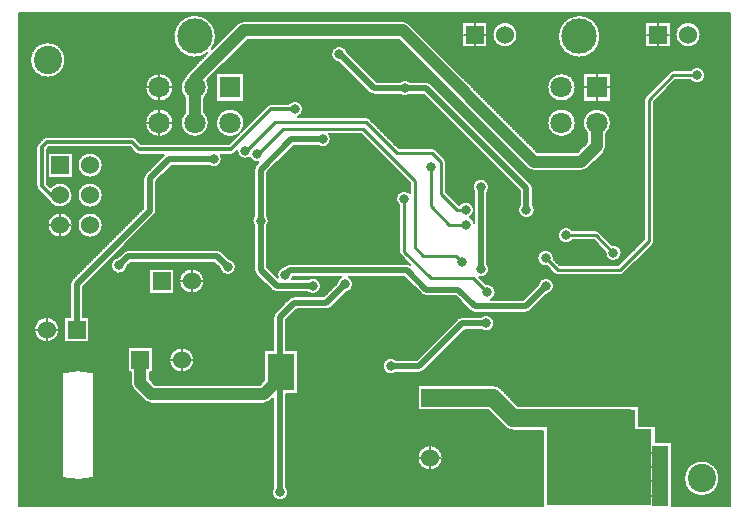
<source format=gbl>
G04 Layer_Physical_Order=2*
G04 Layer_Color=16711680*
%FSLAX24Y24*%
%MOIN*%
G70*
G01*
G75*
%ADD10C,0.0079*%
%ADD41C,0.0197*%
%ADD42C,0.0098*%
%ADD43C,0.0118*%
%ADD44C,0.0394*%
%ADD48R,0.0896X0.1220*%
%ADD52C,0.0600*%
%ADD53R,0.0600X0.0600*%
%ADD54C,0.0709*%
%ADD55C,0.1181*%
%ADD56R,0.0709X0.0709*%
%ADD57R,0.0709X0.0709*%
%ADD58R,0.0600X0.0600*%
%ADD59C,0.0945*%
%ADD60C,0.0315*%
%ADD61C,0.0591*%
%ADD62R,0.0541X0.1988*%
%ADD63R,0.0846X0.2539*%
%ADD64R,0.0157X0.0758*%
%ADD65R,0.2805X0.3209*%
D10*
X42688Y45482D02*
G03*
X42688Y45482I-418J0D01*
G01*
X42844Y44124D02*
G03*
X42350Y44291I-276J0D01*
G01*
Y43957D02*
G03*
X42844Y44124I219J167D01*
G01*
X41782Y44291D02*
G03*
X41663Y44242I0J-167D01*
G01*
X41782Y44291D02*
G03*
X41663Y44242I0J-167D01*
G01*
X39350Y45423D02*
G03*
X39350Y45423I-709J0D01*
G01*
D02*
G03*
X39350Y45423I-709J0D01*
G01*
X38524Y43722D02*
G03*
X38524Y43722I-472J0D01*
G01*
X40856Y43435D02*
G03*
X40807Y43317I118J-118D01*
G01*
X40856Y43435D02*
G03*
X40807Y43317I118J-118D01*
G01*
X39547Y42189D02*
G03*
X39705Y42541I-315J352D01*
G01*
X39455Y41549D02*
G03*
X39547Y41772I-222J223D01*
G01*
X39455Y41549D02*
G03*
X39547Y41772I-223J223D01*
G01*
X39705Y42541D02*
G03*
X38917Y42189I-472J0D01*
G01*
X38524Y42541D02*
G03*
X38524Y42541I-472J0D01*
G01*
X38711Y40935D02*
G03*
X38934Y41028I0J315D01*
G01*
X38711Y40935D02*
G03*
X38933Y41027I0J315D01*
G01*
X37100Y40360D02*
G03*
X37037Y40514I-217J0D01*
G01*
X37100Y40360D02*
G03*
X37037Y40513I-217J0D01*
G01*
X36903Y41028D02*
G03*
X37126Y40935I223J222D01*
G01*
X36903Y41027D02*
G03*
X37126Y40935I223J223D01*
G01*
X36585Y45482D02*
G03*
X36585Y45482I-418J0D01*
G01*
X32979Y45843D02*
G03*
X32756Y45935I-223J-223D01*
G01*
X32979Y45842D02*
G03*
X32756Y45935I-223J-222D01*
G01*
X30916Y44892D02*
G03*
X30649Y44547I-267J-69D01*
G01*
X34213Y41220D02*
G03*
X34164Y41339I-167J0D01*
G01*
X34213Y41220D02*
G03*
X34164Y41339I-167J0D01*
G01*
X35640Y40404D02*
G03*
X35148Y40233I-276J0D01*
G01*
X35581D02*
G03*
X35640Y40404I-217J170D01*
G01*
X33700Y43850D02*
G03*
X33547Y43914I-153J-153D01*
G01*
X33700Y43850D02*
G03*
X33547Y43914I-153J-153D01*
G01*
X33002D02*
G03*
X32661Y43914I-170J-217D01*
G01*
X31651Y43544D02*
G03*
X31805Y43481I153J153D01*
G01*
X31652Y43544D02*
G03*
X31805Y43481I153J153D01*
G01*
X32661D02*
G03*
X33002Y43481I170J217D01*
G01*
X31642Y42687D02*
G03*
X31523Y42736I-118J-118D01*
G01*
X31642Y42687D02*
G03*
X31523Y42736I-118J-118D01*
G01*
X33855Y41648D02*
G03*
X33736Y41697I-118J-118D01*
G01*
X33855Y41648D02*
G03*
X33736Y41697I-118J-118D01*
G01*
X30364Y41998D02*
G03*
X30300Y42175I-276J0D01*
G01*
X29918Y41782D02*
G03*
X30364Y41998I170J217D01*
G01*
X41093Y38484D02*
G03*
X41142Y38602I-118J118D01*
G01*
X41093Y38484D02*
G03*
X41142Y38602I-118J118D01*
G01*
X40059Y38199D02*
G03*
X39747Y38472I-276J0D01*
G01*
X39311Y38908D02*
G03*
X39193Y38957I-118J-118D01*
G01*
X39311Y38908D02*
G03*
X39193Y38957I-118J-118D01*
G01*
X39510Y38235D02*
G03*
X40059Y38199I273J-37D01*
G01*
X38418Y38957D02*
G03*
X38418Y38622I-219J-167D01*
G01*
X37793Y37995D02*
G03*
X37795Y38031I-273J37D01*
G01*
D02*
G03*
X37556Y37758I-276J0D01*
G01*
X40000Y37461D02*
G03*
X40118Y37510I0J167D01*
G01*
X40000Y37461D02*
G03*
X40118Y37510I0J167D01*
G01*
X43317Y30689D02*
G03*
X43317Y30689I-591J0D01*
G01*
D02*
G03*
X43317Y30689I-591J0D01*
G01*
X37805Y37510D02*
G03*
X37923Y37461I118J118D01*
G01*
X37805Y37510D02*
G03*
X37923Y37461I118J118D01*
G01*
X37809Y37100D02*
G03*
X37260Y37133I-276J0D01*
G01*
X37566Y36827D02*
G03*
X37809Y37100I-33J274D01*
G01*
X37159Y39640D02*
G03*
X37100Y39810I-276J0D01*
G01*
X36667D02*
G03*
X37159Y39640I217J-170D01*
G01*
X35148Y39217D02*
G03*
X34992Y39396I-266J-73D01*
G01*
X35138Y39640D02*
G03*
X34647Y39812I-276J0D01*
G01*
X34992Y39396D02*
G03*
X35138Y39640I-129J243D01*
G01*
X32990Y37817D02*
G03*
X32904Y37835I-87J-198D01*
G01*
X32990Y37817D02*
G03*
X32904Y37835I-87J-198D01*
G01*
X35640Y37667D02*
G03*
X35581Y37838I-276J0D01*
G01*
X35310Y37397D02*
G03*
X35640Y37667I54J270D01*
G01*
X35705Y36644D02*
G03*
X35856Y36890I-124J246D01*
G01*
D02*
G03*
X35544Y37163I-276J0D01*
G01*
X33390Y36826D02*
G03*
X33543Y36762I153J153D01*
G01*
X33390Y36825D02*
G03*
X33543Y36762I153J153D01*
G01*
X32638Y38238D02*
G03*
X32687Y38120I167J0D01*
G01*
X32638Y38238D02*
G03*
X32687Y38120I167J0D01*
G01*
X32992Y40212D02*
G03*
X32638Y39791I-187J-202D01*
G01*
X31112Y37156D02*
G03*
X30961Y37402I-276J0D01*
G01*
X30713D02*
G03*
X30563Y37188I124J-246D01*
G01*
X30869Y36882D02*
G03*
X31112Y37156I-33J274D01*
G01*
X36860Y36211D02*
G03*
X37013Y36274I0J217D01*
G01*
X36860Y36211D02*
G03*
X37014Y36274I0J217D01*
G01*
X36060Y33668D02*
G03*
X35768Y33789I-292J-292D01*
G01*
X36060Y33668D02*
G03*
X35768Y33789I-293J-292D01*
G01*
X35817Y35856D02*
G03*
X35371Y36073I-276J0D01*
G01*
Y35640D02*
G03*
X35817Y35856I170J217D01*
G01*
X35014Y36274D02*
G03*
X35167Y36211I153J153D01*
G01*
X35014Y36274D02*
G03*
X35167Y36211I153J153D01*
G01*
X34744Y36073D02*
G03*
X34591Y36009I0J-217D01*
G01*
X36154Y32405D02*
G03*
X36447Y32283I293J292D01*
G01*
X36155Y32405D02*
G03*
X36447Y32283I292J292D01*
G01*
X34744Y36073D02*
G03*
X34591Y36009I0J-217D01*
G01*
X30217Y36319D02*
G03*
X30370Y36383I0J217D01*
G01*
X30217Y36319D02*
G03*
X30370Y36382I0J217D01*
G01*
X32533Y34646D02*
G03*
X32533Y34213I-170J-217D01*
G01*
X33317D02*
G03*
X33470Y34276I0J217D01*
G01*
X33317Y34213D02*
G03*
X33470Y34276I0J217D01*
G01*
X34089Y31376D02*
G03*
X34089Y31376I-418J0D01*
G01*
X27461Y45935D02*
G03*
X27238Y45843I0J-315D01*
G01*
X27461Y45935D02*
G03*
X27238Y45842I0J-315D01*
G01*
X26535Y45423D02*
G03*
X26250Y44855I-709J0D01*
G01*
X26535Y45423D02*
G03*
X26250Y44855I-709J0D01*
G01*
X26395Y45000D02*
G03*
X26535Y45423I-569J423D01*
G01*
X26395Y45000D02*
G03*
X26535Y45423I-569J423D01*
G01*
X26299Y43722D02*
G03*
X26239Y43953I-472J0D01*
G01*
X26142Y43370D02*
G03*
X26299Y43722I-315J352D01*
G01*
X25604Y44209D02*
G03*
X25529Y44089I222J-223D01*
G01*
X25604Y44209D02*
G03*
X25529Y44089I223J-223D01*
G01*
D02*
G03*
X25512Y43370I298J-367D01*
G01*
X29439Y42992D02*
G03*
X28952Y43169I-276J0D01*
G01*
X29266Y42736D02*
G03*
X29439Y42992I-102J256D01*
G01*
X28376Y43169D02*
G03*
X28251Y43117I0J-177D01*
G01*
X28376Y43169D02*
G03*
X28251Y43117I0J-177D01*
G01*
X27363Y42229D02*
G03*
X27480Y42541I-355J312D01*
G01*
X27037Y41476D02*
G03*
X27163Y41528I0J177D01*
G01*
X27037Y41476D02*
G03*
X27163Y41528I0J177D01*
G01*
X27661Y41385D02*
G03*
X27955Y41224I252J111D01*
G01*
X27236Y41602D02*
G03*
X27661Y41385I275J15D01*
G01*
X27869Y41138D02*
G03*
X27805Y40984I153J-153D01*
G01*
X27869Y41137D02*
G03*
X27805Y40984I153J-153D01*
G01*
X28297Y39281D02*
G03*
X28238Y39452I-276J0D01*
G01*
X27805D02*
G03*
X27805Y39111I217J-170D01*
G01*
X28238D02*
G03*
X28297Y39281I-217J170D01*
G01*
X27480Y42541D02*
G03*
X27320Y42187I-472J0D01*
G01*
X25512Y42893D02*
G03*
X26299Y42541I315J-352D01*
G01*
D02*
G03*
X26142Y42893I-472J0D01*
G01*
X26732Y41329D02*
G03*
X26689Y41476I-276J0D01*
G01*
X26286Y41112D02*
G03*
X26732Y41329I170J217D01*
G01*
X25118Y43722D02*
G03*
X25118Y43722I-472J0D01*
G01*
Y42541D02*
G03*
X25118Y42541I-472J0D01*
G01*
X23856Y42025D02*
G03*
X23730Y42077I-125J-125D01*
G01*
X23856Y42025D02*
G03*
X23730Y42077I-125J-125D01*
G01*
X21516Y44636D02*
G03*
X21516Y44636I-591J0D01*
G01*
D02*
G03*
X21516Y44636I-591J0D01*
G01*
X20906Y42077D02*
G03*
X20780Y42025I0J-177D01*
G01*
X20906Y42077D02*
G03*
X20780Y42025I0J-177D01*
G01*
X20603Y41848D02*
G03*
X20551Y41722I125J-125D01*
G01*
X20603Y41848D02*
G03*
X20551Y41722I125J-125D01*
G01*
X23851Y41528D02*
G03*
X23976Y41476I125J125D01*
G01*
X23851Y41528D02*
G03*
X23976Y41476I125J125D01*
G01*
X24178Y40842D02*
G03*
X24114Y40689I153J-153D01*
G01*
X24178Y40842D02*
G03*
X24114Y40689I153J-153D01*
G01*
X22757Y41132D02*
G03*
X22757Y41132I-418J0D01*
G01*
X24483Y39453D02*
G03*
X24547Y39606I-153J153D01*
G01*
X24484Y39453D02*
G03*
X24547Y39606I-153J153D01*
G01*
X22757Y40132D02*
G03*
X22757Y40132I-418J0D01*
G01*
Y39132D02*
G03*
X22757Y39132I-418J0D01*
G01*
X21757Y40132D02*
G03*
X21011Y40391I-418J0D01*
G01*
X20551Y40423D02*
G03*
X20603Y40298I177J0D01*
G01*
X20551Y40423D02*
G03*
X20603Y40298I177J0D01*
G01*
X20954Y39967D02*
G03*
X21757Y40132I384J165D01*
G01*
Y39132D02*
G03*
X21757Y39132I-418J0D01*
G01*
X20894Y40007D02*
G03*
X20954Y39967I125J125D01*
G01*
X20894Y40007D02*
G03*
X20954Y39967I125J125D01*
G01*
X30039Y37106D02*
G03*
X29593Y37323I-276J0D01*
G01*
X28986Y37835D02*
G03*
X28833Y37771I0J-217D01*
G01*
X28986Y37835D02*
G03*
X28833Y37771I0J-217D01*
G01*
X28816Y37754D02*
G03*
X28596Y37370I33J-274D01*
G01*
X29075Y37323D02*
G03*
X29113Y37402I-226J157D01*
G01*
X28400Y36954D02*
G03*
X28553Y36890I153J153D01*
G01*
X29593D02*
G03*
X30039Y37106I170J217D01*
G01*
X28400Y36953D02*
G03*
X28553Y36890I153J153D01*
G01*
X29134Y36752D02*
G03*
X28980Y36688I0J-217D01*
G01*
X29134Y36752D02*
G03*
X28981Y36689I0J-217D01*
G01*
X28509Y36216D02*
G03*
X28445Y36063I153J-153D01*
G01*
X28508Y36216D02*
G03*
X28445Y36063I153J-153D01*
G01*
X27205Y37736D02*
G03*
X26962Y38010I-276J0D01*
G01*
X27805Y37638D02*
G03*
X27869Y37485I217J0D01*
G01*
X27805Y37638D02*
G03*
X27869Y37484I217J0D01*
G01*
X26655Y37704D02*
G03*
X27205Y37736I274J33D01*
G01*
X26728Y38244D02*
G03*
X26575Y38307I-153J-153D01*
G01*
X26728Y38243D02*
G03*
X26575Y38307I-153J-153D01*
G01*
X26143Y37264D02*
G03*
X26143Y37264I-418J0D01*
G01*
X28120Y33179D02*
G03*
X28343Y33272I0J315D01*
G01*
X28120Y33179D02*
G03*
X28343Y33271I0J315D01*
G01*
X28947Y30226D02*
G03*
X28878Y30409I-276J0D01*
G01*
X28445Y30384D02*
G03*
X28947Y30226I226J-157D01*
G01*
X25812Y34636D02*
G03*
X25812Y34636I-418J0D01*
G01*
X23612Y38307D02*
G03*
X23459Y38243I0J-217D01*
G01*
X23612Y38307D02*
G03*
X23459Y38244I0J-217D01*
G01*
X23275Y38059D02*
G03*
X23581Y37753I33J-274D01*
G01*
X21737Y37319D02*
G03*
X21673Y37165I153J-153D01*
G01*
X21737Y37318D02*
G03*
X21673Y37165I153J-153D01*
G01*
X24157Y33272D02*
G03*
X24380Y33179I223J222D01*
G01*
X24157Y33271D02*
G03*
X24380Y33179I223J223D01*
G01*
X23701Y33858D02*
G03*
X23793Y33636I315J0D01*
G01*
X23701Y33858D02*
G03*
X23793Y33635I315J0D01*
G01*
X21308Y35650D02*
G03*
X21308Y35650I-418J0D01*
G01*
X42461Y45854D02*
Y46201D01*
X42401Y45879D02*
Y46201D01*
X42379Y45886D02*
X43661D01*
X42283Y45900D02*
Y46201D01*
X42342Y45894D02*
Y46201D01*
X42638Y45681D02*
Y46201D01*
X42507Y45827D02*
X43661D01*
X42520Y45817D02*
Y46201D01*
X42579Y45764D02*
Y46201D01*
X42224Y45898D02*
Y46201D01*
X42165Y45887D02*
Y46201D01*
X41688Y45886D02*
X42160D01*
X42047Y45836D02*
Y46201D01*
X42106Y45867D02*
Y46201D01*
X41688Y45827D02*
X42033D01*
X41929Y45725D02*
Y46201D01*
X41988Y45791D02*
Y46201D01*
X42685Y45531D02*
X43661D01*
X42674Y45590D02*
X43661D01*
X42688Y45472D02*
X43661D01*
X42621Y45709D02*
X43661D01*
X42653Y45650D02*
X43661D01*
X42644Y45295D02*
X43661D01*
X42608Y45236D02*
X43661D01*
X42682Y45413D02*
X43661D01*
X42668Y45354D02*
X43661D01*
X41688Y45768D02*
X41964D01*
X42575D02*
X43661D01*
X41688Y45709D02*
X41918D01*
X41688Y45236D02*
X41932D01*
X42555Y45177D02*
X43661D01*
X42475Y45118D02*
X43661D01*
X41688Y45177D02*
X41984D01*
X41688Y45118D02*
X42064D01*
X41398Y45900D02*
Y46201D01*
X41339Y45900D02*
Y46201D01*
X41457Y45900D02*
Y46201D01*
X41220Y45900D02*
Y46201D01*
X41279Y45900D02*
Y46201D01*
X41634Y45900D02*
Y46201D01*
X41870Y45605D02*
Y46201D01*
X41516Y45900D02*
Y46201D01*
X41575Y45900D02*
Y46201D01*
X41102Y45900D02*
Y46201D01*
X41161Y45900D02*
Y46201D01*
X40984Y45900D02*
Y46201D01*
X41043Y45900D02*
Y46201D01*
X40925Y45900D02*
Y46201D01*
X40852Y45900D02*
X41688D01*
X40866D02*
Y46201D01*
X40852Y45064D02*
Y45900D01*
X41688Y45590D02*
X41866D01*
X41688Y45650D02*
X41886D01*
X41688Y45531D02*
X41854D01*
X41270Y45482D02*
X41648D01*
X41688Y45472D02*
X41852D01*
X41688Y45354D02*
X41872D01*
X41688Y45295D02*
X41896D01*
X41270Y45104D02*
Y45482D01*
X41688Y45413D02*
X41857D01*
X41270Y45482D02*
Y45861D01*
X40891Y45482D02*
X41270D01*
X39342Y45531D02*
X40852D01*
X39349Y45472D02*
X40852D01*
X39339Y45295D02*
X40852D01*
Y45064D02*
X41688D01*
X39350Y45413D02*
X40852D01*
X39347Y45354D02*
X40852D01*
X42697Y44368D02*
Y46201D01*
X42638Y44391D02*
Y45284D01*
X42579Y44399D02*
Y45201D01*
X42520Y44395D02*
Y45147D01*
X42461Y44377D02*
Y45110D01*
X42756Y44327D02*
Y46201D01*
X42815Y44248D02*
Y46201D01*
X42401Y44343D02*
Y45085D01*
X42342Y44291D02*
Y45071D01*
X41929Y44291D02*
Y45240D01*
X41988Y44291D02*
Y45173D01*
X41811Y44291D02*
Y46201D01*
X41870Y44291D02*
Y45360D01*
X42165Y44291D02*
Y45077D01*
X42224Y44291D02*
Y45067D01*
X42047Y44291D02*
Y45128D01*
X42106Y44291D02*
Y45097D01*
X42840Y44173D02*
X43661D01*
X42822Y44232D02*
X43661D01*
X42844Y44114D02*
X43661D01*
X42726Y44350D02*
X43661D01*
X42788Y44291D02*
X43661D01*
X42771Y43937D02*
X43661D01*
X42693Y43878D02*
X43661D01*
X42836Y44055D02*
X43661D01*
X42813Y43996D02*
X43661D01*
X41782Y44291D02*
X42350D01*
X42283D02*
Y45064D01*
X41851Y43957D02*
X42350D01*
X41772Y43878D02*
X42445D01*
X41142Y43248D02*
X41851Y43957D01*
X41831Y43937D02*
X42367D01*
X41752Y44289D02*
Y46201D01*
X41693Y44266D02*
Y46201D01*
X41688Y45064D02*
Y45900D01*
X41575Y44154D02*
Y45064D01*
X41634Y44213D02*
Y45064D01*
X41457Y44036D02*
Y45064D01*
X41516Y44095D02*
Y45064D01*
X41339Y43918D02*
Y45064D01*
X41398Y43977D02*
Y45064D01*
X39449Y44195D02*
Y46201D01*
X39508Y44195D02*
Y46201D01*
X39390Y44195D02*
Y46201D01*
X39331Y44195D02*
Y45257D01*
X39685Y44195D02*
Y46201D01*
X41043Y43622D02*
Y45064D01*
X39567Y44195D02*
Y46201D01*
X39626Y44195D02*
Y46201D01*
X41279Y43859D02*
Y45064D01*
X41161Y43740D02*
Y45064D01*
X41220Y43800D02*
Y45064D01*
X40984Y43563D02*
Y45064D01*
X41102Y43681D02*
Y45064D01*
X40866Y43445D02*
Y45064D01*
X40925Y43504D02*
Y45064D01*
X39705Y44173D02*
X41594D01*
X39705Y44114D02*
X41535D01*
X39705Y44055D02*
X41476D01*
X39705Y43996D02*
X41417D01*
X40856Y43435D02*
X41663Y44242D01*
X39705Y43937D02*
X41358D01*
X39705Y43250D02*
Y44195D01*
Y43878D02*
X41299D01*
X39094Y45968D02*
Y46201D01*
X39048Y46004D02*
X43661D01*
X39121Y45945D02*
X43661D01*
X38976Y46048D02*
Y46201D01*
X39035Y46013D02*
Y46201D01*
X39272Y45748D02*
Y46201D01*
X39331Y45589D02*
Y46201D01*
X39153Y45913D02*
Y46201D01*
X39213Y45843D02*
Y46201D01*
X32569D02*
X43661D01*
X38760Y46122D02*
X43661D01*
X38799Y46114D02*
Y46201D01*
X38858Y46098D02*
Y46201D01*
X38947Y46063D02*
X43661D01*
X38917Y46076D02*
Y46201D01*
X39313Y45650D02*
X40852D01*
X39290Y45709D02*
X40852D01*
X39330Y45590D02*
X40852D01*
X39224Y45827D02*
X40852D01*
X39261Y45768D02*
X40852D01*
X39281Y45118D02*
X40852D01*
X39250Y45059D02*
X43661D01*
X39325Y45236D02*
X40852D01*
X39306Y45177D02*
X40852D01*
X39161Y44941D02*
X43661D01*
X39099Y44882D02*
X43661D01*
X39179Y45886D02*
X40852D01*
X39210Y45000D02*
X43661D01*
X34117Y44705D02*
X43661D01*
X34176Y44646D02*
X43661D01*
X39018Y44823D02*
X43661D01*
X38901Y44764D02*
X43661D01*
X38681Y46131D02*
Y46201D01*
X38622Y46132D02*
Y46201D01*
X38740Y46125D02*
Y46201D01*
X38504Y46118D02*
Y46201D01*
X38563Y46127D02*
Y46201D01*
X38386Y46084D02*
Y46201D01*
X38445Y46104D02*
Y46201D01*
X38268Y46025D02*
Y46201D01*
X38327Y46058D02*
Y46201D01*
X38150Y45933D02*
Y46201D01*
X38209Y45984D02*
Y46201D01*
X38090Y45869D02*
Y46201D01*
X36277Y45886D02*
X38105D01*
X38031Y45783D02*
Y46201D01*
X36404Y45827D02*
X38059D01*
X37972Y45656D02*
Y46201D01*
X36473Y45768D02*
X38022D01*
X36551Y45650D02*
X37970D01*
X36519Y45709D02*
X37993D01*
X36571Y45590D02*
X37953D01*
X36583Y45531D02*
X37941D01*
X36585Y45472D02*
X37935D01*
X36541Y45295D02*
X37945D01*
X36505Y45236D02*
X37958D01*
X36580Y45413D02*
X37933D01*
X36565Y45354D02*
X37936D01*
X33762Y45059D02*
X38034D01*
X33821Y45000D02*
X38073D01*
X36453Y45177D02*
X37977D01*
X36373Y45118D02*
X38002D01*
X33999Y44823D02*
X38265D01*
X34058Y44764D02*
X38382D01*
X33881Y44941D02*
X38123D01*
X33940Y44882D02*
X38184D01*
X39035Y44195D02*
Y44834D01*
X38976Y44195D02*
Y44799D01*
X38917Y44195D02*
Y44770D01*
X38858Y44195D02*
Y44748D01*
X38799Y44195D02*
Y44732D01*
X39272Y44195D02*
Y45098D01*
X39213Y44195D02*
Y45003D01*
X39153Y44195D02*
Y44933D01*
X39094Y44195D02*
Y44878D01*
X38445Y43984D02*
Y44742D01*
X38504Y43858D02*
Y44728D01*
X38327Y44106D02*
Y44788D01*
X38386Y44056D02*
Y44762D01*
X38740Y41725D02*
Y44721D01*
X38681Y41666D02*
Y44716D01*
X38563Y41565D02*
Y44719D01*
X38622Y41607D02*
Y44715D01*
X38760Y44195D02*
X39705D01*
X38193Y44173D02*
X38760D01*
X38315Y44114D02*
X38760D01*
X38387Y44055D02*
X38760D01*
X38436Y43996D02*
X38760D01*
X39232Y43722D02*
Y44156D01*
X38472Y43937D02*
X38760D01*
Y43250D02*
Y44195D01*
X38497Y43878D02*
X38760D01*
X34353Y44468D02*
X43661D01*
X34412Y44409D02*
X43661D01*
X34235Y44587D02*
X43661D01*
X34294Y44527D02*
X43661D01*
X34471Y44350D02*
X42412D01*
X34530Y44291D02*
X41776D01*
X34589Y44232D02*
X41653D01*
X37854Y44152D02*
Y46201D01*
X37795Y44120D02*
Y46201D01*
X37913Y44174D02*
Y46201D01*
X37677Y44011D02*
Y46201D01*
X37736Y44075D02*
Y46201D01*
X37559Y41565D02*
Y46201D01*
X37618Y43911D02*
Y46201D01*
X37441Y41565D02*
Y46201D01*
X37500Y41565D02*
Y46201D01*
X36909Y41912D02*
Y46201D01*
X36968Y41853D02*
Y46201D01*
X36791Y42030D02*
Y46201D01*
X36850Y41971D02*
Y46201D01*
X37323Y41565D02*
Y46201D01*
X37382Y41565D02*
Y46201D01*
X37027Y41794D02*
Y46201D01*
X37146Y41676D02*
Y46201D01*
X38150Y44185D02*
Y44913D01*
X38090Y44193D02*
Y44978D01*
X38209Y44168D02*
Y44862D01*
X37972Y44188D02*
Y45191D01*
X38031Y44194D02*
Y45063D01*
X37264Y41565D02*
Y46201D01*
X38268Y44142D02*
Y44821D01*
X37087Y41735D02*
Y46201D01*
X37205Y41617D02*
Y46201D01*
X34648Y44173D02*
X37910D01*
X34707Y44114D02*
X37787D01*
X34766Y44055D02*
X37716D01*
X34825Y43996D02*
X37666D01*
X34884Y43937D02*
X37630D01*
X34944Y43878D02*
X37605D01*
X32979Y45842D02*
X37256Y41565D01*
X32625Y45305D02*
X36903Y41028D01*
X41595Y43701D02*
X43661D01*
X41536Y43642D02*
X43661D01*
X41477Y43583D02*
X43661D01*
X41713Y43819D02*
X43661D01*
X41654Y43760D02*
X43661D01*
X41300Y43405D02*
X43661D01*
X41240Y43346D02*
X43661D01*
X41418Y43524D02*
X43661D01*
X41359Y43464D02*
X43661D01*
X39705Y43819D02*
X41240D01*
X39705Y43760D02*
X41181D01*
X39705Y43701D02*
X41122D01*
X39705Y43642D02*
X41062D01*
X39705Y43583D02*
X41003D01*
X39705Y43524D02*
X40944D01*
X39705Y43464D02*
X40885D01*
X41142Y43110D02*
X43661D01*
X41142Y43169D02*
X43661D01*
X41142Y43051D02*
X43661D01*
X41181Y43287D02*
X43661D01*
X41142Y43228D02*
X43661D01*
X41142Y42874D02*
X43661D01*
X41142Y42815D02*
X43661D01*
X41142Y42992D02*
X43661D01*
X41142Y42933D02*
X43661D01*
X41142Y42638D02*
X43661D01*
X41142Y42579D02*
X43661D01*
X41142Y42756D02*
X43661D01*
X41142Y42697D02*
X43661D01*
X41142Y42401D02*
X43661D01*
X41142Y42342D02*
X43661D01*
X41142Y42520D02*
X43661D01*
X41142Y42461D02*
X43661D01*
X39705Y43405D02*
X40832D01*
X39705Y43346D02*
X40810D01*
X39705Y43287D02*
X40807D01*
X39449Y42961D02*
Y43250D01*
X39626Y42803D02*
Y43250D01*
X39685Y42677D02*
Y43250D01*
X39508Y42925D02*
Y43250D01*
X39567Y42875D02*
Y43250D01*
X38799Y43722D02*
X39232D01*
X39665D01*
X39232Y43289D02*
Y43722D01*
X39094Y42993D02*
Y43250D01*
X38976Y42938D02*
Y43250D01*
X39035Y42971D02*
Y43250D01*
X38858Y42830D02*
Y43250D01*
X38917Y42893D02*
Y43250D01*
X39695Y42638D02*
X40807D01*
X39678Y42697D02*
X40807D01*
X39703Y42579D02*
X40807D01*
X39617Y42815D02*
X40807D01*
X39653Y42756D02*
X40807D01*
X39684Y42401D02*
X40807D01*
X39661Y42342D02*
X40807D01*
X39704Y42520D02*
X40807D01*
X39698Y42461D02*
X40807D01*
X39272Y43012D02*
Y43250D01*
X39331Y43003D02*
Y43250D01*
X39153Y43007D02*
Y43250D01*
X39213Y43013D02*
Y43250D01*
X39374Y42992D02*
X40807D01*
X39497Y42933D02*
X40807D01*
X39390Y42987D02*
Y43250D01*
X39568Y42874D02*
X40807D01*
X41142Y41634D02*
X43661D01*
X41142Y41693D02*
X43661D01*
X41142Y41575D02*
X43661D01*
X41142Y41811D02*
X43661D01*
X41142Y41752D02*
X43661D01*
X41142Y41398D02*
X43661D01*
X41142Y41339D02*
X43661D01*
X41142Y41516D02*
X43661D01*
X41142Y41457D02*
X43661D01*
X41142Y42165D02*
X43661D01*
X41142Y42106D02*
X43661D01*
X41142Y42283D02*
X43661D01*
X41142Y42224D02*
X43661D01*
X41142Y41929D02*
X43661D01*
X41142Y41870D02*
X43661D01*
X41142Y42047D02*
X43661D01*
X41142Y41988D02*
X43661D01*
X41142Y40453D02*
X43661D01*
X41142Y40512D02*
X43661D01*
X41142Y40394D02*
X43661D01*
X41142Y40630D02*
X43661D01*
X41142Y40571D02*
X43661D01*
X41142Y40216D02*
X43661D01*
X41142Y40157D02*
X43661D01*
X41142Y40335D02*
X43661D01*
X41142Y40276D02*
X43661D01*
X41142Y41161D02*
X43661D01*
X41142Y41102D02*
X43661D01*
X41142Y41279D02*
X43661D01*
X41142Y41220D02*
X43661D01*
X41142Y40748D02*
X43661D01*
X41142Y40689D02*
X43661D01*
X41142Y40984D02*
X43661D01*
X41142Y40807D02*
X43661D01*
X39628Y42283D02*
X40807D01*
X39583Y42224D02*
X40807D01*
X39547Y42106D02*
X40807D01*
X39547Y42165D02*
X40807D01*
X39547Y42047D02*
X40807D01*
X39547Y41870D02*
X40807D01*
X39547Y41772D02*
Y42189D01*
Y41811D02*
X40807D01*
X39547Y41988D02*
X40807D01*
X39547Y41929D02*
X40807D01*
X38917Y41902D02*
Y42189D01*
X38917Y41902D02*
Y42189D01*
X39547Y41752D02*
X40807D01*
X38858Y41843D02*
Y42253D01*
X39478Y41575D02*
X40807D01*
X39422Y41516D02*
X40807D01*
X39363Y41457D02*
X40807D01*
X39537Y41693D02*
X40807D01*
X39515Y41634D02*
X40807D01*
X41142Y40925D02*
X43661D01*
X41142Y40866D02*
X43661D01*
X39304Y41398D02*
X40807D01*
X41142Y41043D02*
X43661D01*
X39126Y41220D02*
X40807D01*
X39067Y41161D02*
X40807D01*
X39245Y41339D02*
X40807D01*
X39186Y41279D02*
X40807D01*
X39008Y41102D02*
X40807D01*
X38949Y41043D02*
X40807D01*
X38934Y41028D02*
X39455Y41549D01*
X38880Y40984D02*
X40807D01*
X38523Y43701D02*
X38760D01*
X38517Y43642D02*
X38760D01*
X38502Y43583D02*
X38760D01*
X38514Y43819D02*
X38760D01*
X38522Y43760D02*
X38760D01*
X38799Y42730D02*
Y43250D01*
X38760D02*
X39705D01*
X38504Y42677D02*
Y43587D01*
X38480Y43524D02*
X38760D01*
X38337Y43346D02*
X38760D01*
X38235Y43287D02*
X38760D01*
X38447Y43464D02*
X38760D01*
X38401Y43405D02*
X38760D01*
X38445Y42803D02*
Y43461D01*
X38386Y42875D02*
Y43389D01*
X38327Y42925D02*
Y43339D01*
X38268Y42961D02*
Y43303D01*
X38497Y42697D02*
X38786D01*
X38472Y42756D02*
X38811D01*
X38514Y42638D02*
X38770D01*
X38522Y42579D02*
X38761D01*
X38523Y42520D02*
X38760D01*
X38480Y42342D02*
X38804D01*
X38447Y42283D02*
X38836D01*
X38517Y42461D02*
X38767D01*
X38502Y42401D02*
X38781D01*
X35711Y43110D02*
X40807D01*
X35770Y43051D02*
X40807D01*
X35593Y43228D02*
X40807D01*
X35652Y43169D02*
X40807D01*
X38193Y42992D02*
X39091D01*
X38315Y42933D02*
X38968D01*
X38387Y42874D02*
X38897D01*
X38436Y42815D02*
X38847D01*
X38209Y42987D02*
Y43277D01*
X35534Y43287D02*
X37867D01*
X37913Y42993D02*
Y43271D01*
X35475Y43346D02*
X37765D01*
X37854Y42971D02*
Y43293D01*
X37736Y42893D02*
Y43370D01*
X37795Y42938D02*
Y43325D01*
X37618Y42730D02*
Y43534D01*
X37677Y42830D02*
Y43434D01*
X35003Y43819D02*
X37589D01*
X35180Y43642D02*
X37586D01*
X35062Y43760D02*
X37580D01*
X35121Y43701D02*
X37579D01*
X35357Y43464D02*
X37655D01*
X35416Y43405D02*
X37701D01*
X35239Y43583D02*
X37600D01*
X35298Y43524D02*
X37623D01*
X38150Y43003D02*
Y43260D01*
X38090Y43012D02*
Y43252D01*
X38031Y43013D02*
Y43250D01*
X37972Y43007D02*
Y43257D01*
X36302Y42520D02*
X37579D01*
X36479Y42342D02*
X37623D01*
X36538Y42283D02*
X37655D01*
X36361Y42461D02*
X37586D01*
X36420Y42401D02*
X37600D01*
X35829Y42992D02*
X37910D01*
X35888Y42933D02*
X37787D01*
X35947Y42874D02*
X37716D01*
X36007Y42815D02*
X37666D01*
X36066Y42756D02*
X37630D01*
X36125Y42697D02*
X37605D01*
X36184Y42638D02*
X37589D01*
X36243Y42579D02*
X37580D01*
X38337Y42165D02*
X38917D01*
X38235Y42106D02*
X38917D01*
X38401Y42224D02*
X38882D01*
X38799Y41784D02*
Y42353D01*
X38580Y41565D02*
X38917Y41902D01*
X37247Y41575D02*
X38590D01*
X37256Y41565D02*
X38580D01*
X36774Y42047D02*
X38917D01*
X36833Y41988D02*
X38917D01*
X36892Y41929D02*
X38917D01*
X36951Y41870D02*
X38885D01*
X37010Y41811D02*
X38826D01*
X37070Y41752D02*
X38767D01*
X37129Y41693D02*
X38708D01*
X37188Y41634D02*
X38649D01*
X37080Y40453D02*
X40807D01*
X37098Y40394D02*
X40807D01*
X37126Y40935D02*
X38711D01*
X37100Y40216D02*
X40807D01*
X37100Y40157D02*
X40807D01*
X37100Y40335D02*
X40807D01*
X37100Y40276D02*
X40807D01*
X36743Y40807D02*
X40807D01*
X36802Y40748D02*
X40807D01*
X36625Y40925D02*
X40807D01*
X36684Y40866D02*
X40807D01*
X36980Y40571D02*
X40807D01*
X37039Y40512D02*
X40807D01*
X36861Y40689D02*
X40807D01*
X36920Y40630D02*
X40807D01*
X38268Y41565D02*
Y42121D01*
X38209Y41565D02*
Y42096D01*
X38150Y41565D02*
Y42079D01*
X37854Y41565D02*
Y42112D01*
X37913Y41565D02*
Y42089D01*
X38504Y41565D02*
Y42406D01*
X38445Y41565D02*
Y42280D01*
X38386Y41565D02*
Y42208D01*
X38327Y41565D02*
Y42158D01*
X36656Y42165D02*
X37765D01*
X36715Y42106D02*
X37867D01*
X36597Y42224D02*
X37701D01*
X37736Y41565D02*
Y42189D01*
X37677Y41565D02*
Y42253D01*
X37795Y41565D02*
Y42144D01*
X33700Y43850D02*
X37037Y40514D01*
X37618Y41565D02*
Y42353D01*
X38090Y41565D02*
Y42071D01*
X37972Y41565D02*
Y42076D01*
X38031Y41565D02*
Y42069D01*
X36909Y40641D02*
Y41021D01*
X36968Y40582D02*
Y40977D01*
X37027Y40523D02*
Y40951D01*
X37087Y40436D02*
Y40938D01*
X36507Y41043D02*
X36887D01*
X36566Y40984D02*
X36957D01*
X36389Y41161D02*
X36769D01*
X36448Y41102D02*
X36828D01*
X36791Y40759D02*
Y41139D01*
X36850Y40700D02*
Y41080D01*
X36201Y45899D02*
Y46201D01*
X36142Y45900D02*
Y46201D01*
X36260Y45890D02*
Y46201D01*
X36024Y45875D02*
Y46201D01*
X36083Y45892D02*
Y46201D01*
X36437Y45802D02*
Y46201D01*
X36555Y45639D02*
Y46201D01*
X36319Y45872D02*
Y46201D01*
X36378Y45844D02*
Y46201D01*
X35492Y45900D02*
Y46201D01*
X35551Y45900D02*
Y46201D01*
X35374Y45900D02*
Y46201D01*
X35433Y45900D02*
Y46201D01*
X35905Y45808D02*
Y46201D01*
X35965Y45848D02*
Y46201D01*
X35787Y45657D02*
Y46201D01*
X35846Y45750D02*
Y46201D01*
X36496Y45741D02*
Y46201D01*
X35585Y45886D02*
X36058D01*
X35585Y45827D02*
X35930D01*
X35585Y45768D02*
X35862D01*
X35585Y45709D02*
X35816D01*
X35585Y45650D02*
X35784D01*
X35585Y45236D02*
X35829D01*
X35585Y45590D02*
X35763D01*
X35585Y45531D02*
X35752D01*
X35585Y45472D02*
X35749D01*
X35585Y45413D02*
X35755D01*
X34749Y45900D02*
X35585D01*
X35167Y45482D02*
X35546D01*
X35585Y45177D02*
X35882D01*
X35585Y45118D02*
X35962D01*
X35585Y45354D02*
X35769D01*
X35585Y45295D02*
X35793D01*
X35020Y45900D02*
Y46201D01*
X34961Y45900D02*
Y46201D01*
X35079Y45900D02*
Y46201D01*
X34842Y45900D02*
Y46201D01*
X34902Y45900D02*
Y46201D01*
X35256Y45900D02*
Y46201D01*
X35315Y45900D02*
Y46201D01*
X35138Y45900D02*
Y46201D01*
X35197Y45900D02*
Y46201D01*
X33189Y45632D02*
Y46201D01*
X34783Y45900D02*
Y46201D01*
X33071Y45751D02*
Y46201D01*
X33130Y45692D02*
Y46201D01*
X33484Y45337D02*
Y46201D01*
X33661Y45160D02*
Y46201D01*
X33248Y45573D02*
Y46201D01*
X33307Y45514D02*
Y46201D01*
X35167Y45482D02*
Y45861D01*
X34789Y45482D02*
X35167D01*
X33526Y45295D02*
X34749D01*
X33425Y45396D02*
Y46201D01*
X33467Y45354D02*
X34749D01*
X33585Y45236D02*
X34749D01*
X33644Y45177D02*
X34749D01*
X33543Y45278D02*
Y46201D01*
X33602Y45219D02*
Y46201D01*
X33172Y45650D02*
X34749D01*
X33231Y45590D02*
X34749D01*
X33054Y45768D02*
X34749D01*
X33113Y45709D02*
X34749D01*
X33290Y45531D02*
X34749D01*
X33349Y45472D02*
X34749D01*
X33366Y45455D02*
Y46201D01*
X33408Y45413D02*
X34749D01*
X36496Y42325D02*
Y45224D01*
X36437Y42384D02*
Y45163D01*
X36378Y42444D02*
Y45121D01*
X35905Y42916D02*
Y45156D01*
X35965Y42857D02*
Y45117D01*
X36673Y42148D02*
Y46201D01*
X36732Y42089D02*
Y46201D01*
X36614Y42207D02*
Y46201D01*
X36555Y42266D02*
Y45326D01*
X35610Y43211D02*
Y46201D01*
X35585Y45064D02*
Y45900D01*
X35167Y45104D02*
Y45482D01*
X35787Y43034D02*
Y45308D01*
X35846Y42975D02*
Y45214D01*
X35669Y43152D02*
Y46201D01*
X35728Y43093D02*
Y46201D01*
X36083Y42739D02*
Y45073D01*
X36024Y42798D02*
Y45090D01*
X35551Y43270D02*
Y45064D01*
X35433Y43388D02*
Y45064D01*
X35492Y43329D02*
Y45064D01*
X36319Y42503D02*
Y45093D01*
X36260Y42562D02*
Y45075D01*
X36201Y42621D02*
Y45066D01*
X36142Y42680D02*
Y45065D01*
X35138Y43684D02*
Y45064D01*
X34749D02*
X35585D01*
X35020Y43802D02*
Y45064D01*
X35079Y43743D02*
Y45064D01*
X35315Y43507D02*
Y45064D01*
X35374Y43447D02*
Y45064D01*
X35197Y43625D02*
Y45064D01*
X35256Y43566D02*
Y45064D01*
X34429Y44392D02*
Y46201D01*
X34370Y44451D02*
Y46201D01*
X34488Y44333D02*
Y46201D01*
X34252Y44570D02*
Y46201D01*
X34311Y44510D02*
Y46201D01*
X34665Y44156D02*
Y46201D01*
X34724Y44097D02*
Y46201D01*
X34547Y44274D02*
Y46201D01*
X34606Y44215D02*
Y46201D01*
X33898Y44924D02*
Y46201D01*
X33957Y44865D02*
Y46201D01*
X33720Y45101D02*
Y46201D01*
X33779Y45042D02*
Y46201D01*
X34134Y44688D02*
Y46201D01*
X34193Y44629D02*
Y46201D01*
X34016Y44806D02*
Y46201D01*
X34075Y44747D02*
Y46201D01*
X34783Y44038D02*
Y45064D01*
X34749D02*
Y45900D01*
X34842Y43979D02*
Y45064D01*
X33839Y44983D02*
Y46201D01*
X33703Y45118D02*
X34749D01*
X34902Y43920D02*
Y45064D01*
X34961Y43861D02*
Y45064D01*
X33543Y43914D02*
Y44387D01*
X33602Y43907D02*
Y44328D01*
X33189Y43914D02*
Y44742D01*
X33248Y43914D02*
Y44683D01*
X33071Y43914D02*
Y44860D01*
X33130Y43914D02*
Y44801D01*
X33425Y43914D02*
Y44505D01*
X33484Y43914D02*
Y44446D01*
X33307Y43914D02*
Y44624D01*
X33366Y43914D02*
Y44564D01*
X32716Y45935D02*
Y46201D01*
X32657Y45935D02*
Y46201D01*
X32776Y45934D02*
Y46201D01*
X32539Y45935D02*
Y46201D01*
X32598Y45935D02*
Y46201D01*
X32953Y45866D02*
Y46201D01*
X33012Y45810D02*
Y46201D01*
X32835Y45925D02*
Y46201D01*
X32894Y45903D02*
Y46201D01*
X31772Y45935D02*
Y46201D01*
X32244Y45935D02*
Y46201D01*
X31653Y45935D02*
Y46201D01*
X31713Y45935D02*
Y46201D01*
X32421Y45935D02*
Y46201D01*
X32480Y45935D02*
Y46201D01*
X32303Y45935D02*
Y46201D01*
X32362Y45935D02*
Y46201D01*
X32126Y45935D02*
Y46201D01*
X32067Y45935D02*
Y46201D01*
X32185Y45935D02*
Y46201D01*
X31949Y45935D02*
Y46201D01*
X32008Y45935D02*
Y46201D01*
X32925Y45886D02*
X34749D01*
X32995Y45827D02*
X34749D01*
X31831Y45935D02*
Y46201D01*
X31890Y45935D02*
Y46201D01*
X31535Y45935D02*
Y46201D01*
X31594Y45935D02*
Y46201D01*
X30792Y45059D02*
X32872D01*
X30861Y45000D02*
X32931D01*
X31417Y45935D02*
Y46201D01*
X31476Y45935D02*
Y46201D01*
X30945Y45935D02*
Y46201D01*
X30886Y45935D02*
Y46201D01*
X31004Y45935D02*
Y46201D01*
X30768Y45935D02*
Y46201D01*
X30827Y45935D02*
Y46201D01*
X31181Y45935D02*
Y46201D01*
X31240Y45935D02*
Y46201D01*
X31063Y45935D02*
Y46201D01*
X31122Y45935D02*
Y46201D01*
X30177Y45935D02*
Y46201D01*
X30236Y45935D02*
Y46201D01*
X29941Y45935D02*
Y46201D01*
X30118Y45935D02*
Y46201D01*
X30650Y45935D02*
Y46201D01*
X30709Y45935D02*
Y46201D01*
X30531Y45935D02*
Y46201D01*
X30590Y45935D02*
Y46201D01*
X31358Y45935D02*
Y46201D01*
X31299Y45935D02*
Y46201D01*
X30709Y45092D02*
Y45305D01*
X30590Y45092D02*
Y45305D01*
X30650Y45098D02*
Y45305D01*
X30827Y45034D02*
Y45305D01*
X30886Y44965D02*
Y45305D01*
X30531Y45072D02*
Y45305D01*
X30768Y45072D02*
Y45305D01*
X30413Y45935D02*
Y46201D01*
X30472Y45935D02*
Y46201D01*
X30000Y45935D02*
Y46201D01*
X30354Y45935D02*
Y46201D01*
X30413Y44965D02*
Y45305D01*
X30472Y45034D02*
Y45305D01*
X30059Y45935D02*
Y46201D01*
X30295Y45935D02*
Y46201D01*
X32716Y43948D02*
Y45214D01*
X32657Y43914D02*
Y45273D01*
X32776Y43967D02*
Y45155D01*
X32539Y43914D02*
Y45305D01*
X32598Y43914D02*
Y45305D01*
X32421Y43914D02*
Y45305D01*
X32480Y43914D02*
Y45305D01*
X32303Y43914D02*
Y45305D01*
X32362Y43914D02*
Y45305D01*
X31949Y43914D02*
Y45305D01*
X32008Y43914D02*
Y45305D01*
X31831Y43978D02*
Y45305D01*
X31890Y43918D02*
Y45305D01*
X32185Y43914D02*
Y45305D01*
X32244Y43914D02*
Y45305D01*
X32067Y43914D02*
Y45305D01*
X32126Y43914D02*
Y45305D01*
X31458Y44350D02*
X33580D01*
X31399Y44409D02*
X33521D01*
X31517Y44291D02*
X33639D01*
X31281Y44527D02*
X33403D01*
X31340Y44468D02*
X33462D01*
X32953Y43945D02*
Y44978D01*
X33012Y43914D02*
Y44919D01*
X32835Y43973D02*
Y45096D01*
X32894Y43966D02*
Y45037D01*
X30985Y44823D02*
X33108D01*
X31044Y44764D02*
X33167D01*
X30899Y44941D02*
X32990D01*
X30926Y44882D02*
X33049D01*
X31163Y44646D02*
X33285D01*
X31222Y44587D02*
X33344D01*
X30916Y44892D02*
X31894Y43914D01*
X31104Y44705D02*
X33226D01*
X31299Y44509D02*
Y45305D01*
X31240Y44568D02*
Y45305D01*
X31358Y44450D02*
Y45305D01*
X31122Y44686D02*
Y45305D01*
X31181Y44627D02*
Y45305D01*
X31535Y44273D02*
Y45305D01*
X31594Y44214D02*
Y45305D01*
X31417Y44391D02*
Y45305D01*
X31476Y44332D02*
Y45305D01*
X31004Y44804D02*
Y45305D01*
X31063Y44745D02*
Y45305D01*
X30177Y42736D02*
Y45305D01*
X30945Y44863D02*
Y45305D01*
X30059Y42736D02*
Y45305D01*
X30118Y42736D02*
Y45305D01*
X29941Y42736D02*
Y45305D01*
X30000Y42736D02*
Y45305D01*
X31713Y44096D02*
Y45305D01*
X31653Y44155D02*
Y45305D01*
X31772Y44037D02*
Y45305D01*
X30649Y44547D02*
X31651Y43544D01*
X30886Y42736D02*
Y44310D01*
X30768Y42736D02*
Y44428D01*
X30827Y42736D02*
Y44369D01*
X30650Y42736D02*
Y44546D01*
X30709Y42736D02*
Y44487D01*
X30590Y42736D02*
Y44554D01*
X30472Y42736D02*
Y44612D01*
X30531Y42736D02*
Y44574D01*
X30354Y42736D02*
Y45305D01*
X30413Y42736D02*
Y44681D01*
X30236Y42736D02*
Y45305D01*
X30295Y42736D02*
Y45305D01*
X35492Y42058D02*
Y42439D01*
X35433Y42117D02*
Y42498D01*
X35326Y42224D02*
X35706D01*
X35315Y42235D02*
Y42616D01*
X35374Y42176D02*
Y42557D01*
X35669Y41881D02*
Y42261D01*
X35728Y41822D02*
Y42202D01*
X35551Y41999D02*
Y42379D01*
X35610Y41940D02*
Y42320D01*
X35031Y42520D02*
X35411D01*
X35090Y42461D02*
X35470D01*
X34913Y42638D02*
X35293D01*
X34972Y42579D02*
X35352D01*
X35208Y42342D02*
X35588D01*
X35267Y42283D02*
X35647D01*
X35256Y42294D02*
Y42675D01*
X35149Y42401D02*
X35529D01*
X35857Y41693D02*
X36238D01*
X35798Y41752D02*
X36179D01*
X35917Y41634D02*
X36297D01*
X35846Y41704D02*
Y42084D01*
X35905Y41645D02*
Y42025D01*
X35976Y41575D02*
X36356D01*
X36035Y41516D02*
X36415D01*
X35965Y41586D02*
Y41966D01*
X36024Y41527D02*
Y41907D01*
X35503Y42047D02*
X35883D01*
X35562Y41988D02*
X35942D01*
X35385Y42165D02*
X35765D01*
X35444Y42106D02*
X35824D01*
X35680Y41870D02*
X36061D01*
X35739Y41811D02*
X36120D01*
X35787Y41763D02*
Y42143D01*
X35621Y41929D02*
X36002D01*
X34488Y43062D02*
Y43442D01*
X34429Y43121D02*
Y43502D01*
X34322Y43228D02*
X34702D01*
X34311Y43239D02*
Y43620D01*
X34370Y43180D02*
Y43561D01*
X34665Y42885D02*
Y43265D01*
X34724Y42826D02*
Y43206D01*
X34547Y43003D02*
Y43383D01*
X34606Y42944D02*
Y43324D01*
X34086Y43464D02*
X34466D01*
X34145Y43405D02*
X34525D01*
X34075Y43476D02*
Y43856D01*
X34134Y43417D02*
Y43797D01*
X34204Y43346D02*
X34584D01*
X34263Y43287D02*
X34643D01*
X34193Y43357D02*
Y43738D01*
X34252Y43298D02*
Y43679D01*
X34961Y42590D02*
Y42970D01*
X34794Y42756D02*
X35175D01*
X34854Y42697D02*
X35234D01*
X34842Y42708D02*
Y43088D01*
X34902Y42649D02*
Y43029D01*
X35138Y42413D02*
Y42793D01*
X35197Y42354D02*
Y42734D01*
X35020Y42531D02*
Y42911D01*
X35079Y42472D02*
Y42852D01*
X34499Y43051D02*
X34879D01*
X34558Y42992D02*
X34939D01*
X34381Y43169D02*
X34761D01*
X34440Y43110D02*
X34820D01*
X34676Y42874D02*
X35057D01*
X34735Y42815D02*
X35116D01*
X34783Y42767D02*
Y43147D01*
X34617Y42933D02*
X34998D01*
X36496Y41054D02*
Y41435D01*
X36437Y41113D02*
Y41494D01*
X36330Y41220D02*
X36710D01*
X36319Y41231D02*
Y41612D01*
X36378Y41172D02*
Y41553D01*
X36673Y40877D02*
Y41257D01*
X36732Y40818D02*
Y41198D01*
X36555Y40995D02*
Y41376D01*
X36614Y40936D02*
Y41316D01*
X36094Y41457D02*
X36474D01*
X36153Y41398D02*
X36533D01*
X36083Y41468D02*
Y41848D01*
X36142Y41409D02*
Y41789D01*
X36212Y41339D02*
X36592D01*
X36271Y41279D02*
X36651D01*
X36201Y41350D02*
Y41730D01*
X36260Y41291D02*
Y41671D01*
X35635Y40453D02*
X36485D01*
X35618Y40512D02*
X36426D01*
X35640Y40394D02*
X36544D01*
X35521Y40630D02*
X36308D01*
X35583Y40571D02*
X36367D01*
X35581Y40216D02*
X36667D01*
X35581Y40157D02*
X36667D01*
X35631Y40335D02*
X36603D01*
X35608Y40276D02*
X36662D01*
X34213Y40984D02*
X35954D01*
X34213Y40925D02*
X36013D01*
X34213Y41102D02*
X35836D01*
X34213Y41043D02*
X35895D01*
X34213Y40748D02*
X36190D01*
X34213Y40689D02*
X36249D01*
X34213Y40866D02*
X36072D01*
X34213Y40807D02*
X36131D01*
X35433Y40670D02*
Y41505D01*
X35374Y40679D02*
Y41564D01*
X35492Y40648D02*
Y41446D01*
X35256Y40657D02*
Y41682D01*
X35315Y40675D02*
Y41623D01*
X35197Y40622D02*
Y41741D01*
X35551Y40606D02*
Y41387D01*
X34311Y40148D02*
Y42627D01*
X35138Y40561D02*
Y41800D01*
X34046Y41457D02*
X35481D01*
X34105Y41398D02*
X35540D01*
X34075Y41428D02*
Y42863D01*
X34134Y41369D02*
Y42804D01*
X34252Y40207D02*
Y42686D01*
X34193Y41299D02*
Y42745D01*
X35610Y40528D02*
Y41328D01*
X34213Y41220D02*
X35717D01*
X34213Y41161D02*
X35777D01*
X34213Y40246D02*
Y41220D01*
Y40630D02*
X35207D01*
X34243Y40216D02*
X35148D01*
X34302Y40157D02*
X35148D01*
X34164Y41339D02*
X35599D01*
X34202Y41279D02*
X35658D01*
X34213Y40571D02*
X35145D01*
X34213Y40512D02*
X35111D01*
X34213Y40335D02*
X35097D01*
X34213Y40276D02*
X35120D01*
X34213Y40453D02*
X35093D01*
X34213Y40394D02*
X35089D01*
X33779Y43771D02*
Y44151D01*
X33720Y43830D02*
Y44210D01*
X33666Y43878D02*
X34053D01*
X33661Y43881D02*
Y44269D01*
X33957Y43594D02*
Y43974D01*
X34016Y43535D02*
Y43915D01*
X33839Y43712D02*
Y44092D01*
X33898Y43653D02*
Y44033D01*
X31694Y44114D02*
X33816D01*
X31753Y44055D02*
X33876D01*
X31576Y44232D02*
X33698D01*
X31635Y44173D02*
X33757D01*
X31812Y43996D02*
X33935D01*
X32967Y43937D02*
X33994D01*
X33002Y43914D02*
X33547D01*
X33909Y43642D02*
X34289D01*
X33850Y43701D02*
X34230D01*
X33968Y43583D02*
X34348D01*
X33732Y43819D02*
X34112D01*
X33791Y43760D02*
X34171D01*
X32105Y42224D02*
X34714D01*
X32164Y42165D02*
X34773D01*
X34027Y43524D02*
X34407D01*
X32979Y43464D02*
X33473D01*
X31750Y42579D02*
X34359D01*
X31809Y42520D02*
X34418D01*
X31631Y42697D02*
X34241D01*
X31691Y42638D02*
X34300D01*
X31986Y42342D02*
X34595D01*
X32045Y42283D02*
X34654D01*
X31868Y42461D02*
X34477D01*
X31927Y42401D02*
X34536D01*
X31871Y43937D02*
X32695D01*
X31894Y43914D02*
X32661D01*
X31535Y42736D02*
Y43660D01*
X31594Y42720D02*
Y43601D01*
X31417Y42736D02*
Y43778D01*
X31476Y42736D02*
Y43719D01*
X31063Y42736D02*
Y44133D01*
X31122Y42736D02*
Y44074D01*
X30945Y42736D02*
Y44251D01*
X31004Y42736D02*
Y44192D01*
X31299Y42736D02*
Y43897D01*
X31358Y42736D02*
Y43838D01*
X31181Y42736D02*
Y44015D01*
X31240Y42736D02*
Y43956D01*
X31949Y42380D02*
Y43481D01*
X33002D02*
X33457D01*
X31831Y42498D02*
Y43481D01*
X31890Y42439D02*
Y43481D01*
X32126Y42203D02*
Y43481D01*
X32185Y42144D02*
Y43481D01*
X32008Y42321D02*
Y43481D01*
X32067Y42262D02*
Y43481D01*
X31653Y42675D02*
Y43542D01*
X31805Y43481D02*
X32661D01*
X31713Y42616D02*
Y43501D01*
X31772Y42557D02*
Y43483D01*
X30300Y42175D02*
X31355D01*
X30308Y42165D02*
X31365D01*
X33661Y41697D02*
Y43277D01*
X33602Y41697D02*
Y43336D01*
X33720Y41697D02*
Y43217D01*
X33484Y41697D02*
Y43454D01*
X33543Y41697D02*
Y43395D01*
X33457Y43481D02*
X36667Y40271D01*
X33898Y41605D02*
Y43040D01*
X33779Y41691D02*
Y43158D01*
X33839Y41662D02*
Y43099D01*
X33130Y41697D02*
Y43481D01*
X33189Y41697D02*
Y43481D01*
X33012Y41697D02*
Y43481D01*
X33071Y41697D02*
Y43481D01*
X33366Y41697D02*
Y43481D01*
X33425Y41697D02*
Y43481D01*
X33248Y41697D02*
Y43481D01*
X33307Y41697D02*
Y43481D01*
X33869Y41634D02*
X35304D01*
X33772Y41693D02*
X35245D01*
X33928Y41575D02*
X35363D01*
X33855Y41648D02*
X34164Y41339D01*
X33987Y41516D02*
X35422D01*
X33957Y41546D02*
Y42981D01*
X34016Y41487D02*
Y42922D01*
X32341Y41988D02*
X34950D01*
X32400Y41929D02*
X35009D01*
X32223Y42106D02*
X34832D01*
X32282Y42047D02*
X34891D01*
X32518Y41811D02*
X35127D01*
X32577Y41752D02*
X35186D01*
X32459Y41870D02*
X35068D01*
X32632Y41697D02*
X33736D01*
X32657D02*
Y43481D01*
X32598Y41730D02*
Y43481D01*
X32716Y41697D02*
Y43447D01*
X32480Y41849D02*
Y43481D01*
X32539Y41790D02*
Y43481D01*
X32953Y41697D02*
Y43450D01*
X32894Y41697D02*
Y43429D01*
X32776Y41697D02*
Y43427D01*
X32835Y41697D02*
Y43422D01*
X32244Y42085D02*
Y43481D01*
X32303Y42026D02*
Y43481D01*
X30354Y42071D02*
Y42175D01*
X31642Y42687D02*
X32632Y41697D01*
X31355Y42175D02*
X32992Y40538D01*
X32362Y41967D02*
Y43481D01*
X32421Y41908D02*
Y43481D01*
X32894Y40271D02*
Y40636D01*
X32835Y40284D02*
Y40695D01*
X32878Y40276D02*
X32992D01*
X32716Y40271D02*
Y40813D01*
X32776Y40284D02*
Y40754D01*
X32953Y40243D02*
Y40577D01*
X32992Y40212D02*
Y40538D01*
X32598Y40192D02*
Y40931D01*
X32657Y40243D02*
Y40872D01*
X30364Y41988D02*
X31542D01*
X30355Y41929D02*
X31601D01*
X30342Y42106D02*
X31424D01*
X30360Y42047D02*
X31483D01*
X30291Y41811D02*
X31719D01*
X30213Y41752D02*
X31778D01*
X30333Y41870D02*
X31660D01*
X41142Y39331D02*
X43661D01*
X41142Y39390D02*
X43661D01*
X41142Y39272D02*
X43661D01*
X41142Y39508D02*
X43661D01*
X41142Y39449D02*
X43661D01*
X41142Y39094D02*
X43661D01*
X41142Y39035D02*
X43661D01*
X41142Y39213D02*
X43661D01*
X41142Y39153D02*
X43661D01*
X41142Y39980D02*
X43661D01*
X41142Y39921D02*
X43661D01*
X41142Y40098D02*
X43661D01*
X41142Y40039D02*
X43661D01*
X41142Y39685D02*
X43661D01*
X41142Y39567D02*
X43661D01*
X41142Y39862D02*
X43661D01*
X41142Y39803D02*
X43661D01*
X41142Y38799D02*
X43661D01*
X41142Y38858D02*
X43661D01*
X41142Y38740D02*
X43661D01*
X41142Y38976D02*
X43661D01*
X41142Y38917D02*
X43661D01*
X41137Y38563D02*
X43661D01*
X41110Y38504D02*
X43661D01*
X41142Y38681D02*
X43661D01*
X41142Y38622D02*
X43661D01*
X40935Y38327D02*
X43661D01*
X40876Y38268D02*
X43661D01*
X41053Y38445D02*
X43661D01*
X40994Y38386D02*
X43661D01*
X40640Y38031D02*
X43661D01*
X40581Y37972D02*
X43661D01*
X40817Y38209D02*
X43661D01*
X40699Y38090D02*
X43661D01*
X40748Y38613D02*
Y46201D01*
X40689Y38553D02*
Y46201D01*
X40807Y38672D02*
Y46201D01*
X40571Y38435D02*
Y46201D01*
X40630Y38494D02*
Y46201D01*
X40453Y38317D02*
Y46201D01*
X40512Y38376D02*
Y46201D01*
X40335Y38199D02*
Y46201D01*
X40394Y38258D02*
Y46201D01*
X39921Y38438D02*
Y46201D01*
X39980Y38392D02*
Y46201D01*
X39803Y38474D02*
Y46201D01*
X39862Y38463D02*
Y46201D01*
X40216Y38081D02*
Y46201D01*
X40276Y38140D02*
Y46201D01*
X40039Y38301D02*
Y46201D01*
X40157Y38022D02*
Y46201D01*
X41142Y39626D02*
X43661D01*
X41142Y39744D02*
X43661D01*
X40807Y38672D02*
Y43317D01*
X41142Y38602D02*
Y43248D01*
X40758Y38150D02*
X43661D01*
X40059Y38209D02*
X40344D01*
X40055Y38150D02*
X40285D01*
X39908Y38445D02*
X40580D01*
X39986Y38386D02*
X40521D01*
X40028Y38327D02*
X40462D01*
X40050Y38268D02*
X40403D01*
X40037Y38090D02*
X40226D01*
X40002Y38031D02*
X40167D01*
X39941Y37972D02*
X40108D01*
X43405Y29754D02*
Y46201D01*
X43346Y29754D02*
Y46201D01*
X43464Y29754D02*
Y46201D01*
X43228Y31000D02*
Y46201D01*
X43287Y30874D02*
Y46201D01*
X43642Y29754D02*
Y46201D01*
X43661Y29754D02*
Y46201D01*
X43524Y29754D02*
Y46201D01*
X43583Y29754D02*
Y46201D01*
X42933Y31242D02*
Y46201D01*
X42992Y31216D02*
Y46201D01*
X42874Y31261D02*
Y46201D01*
X42815Y31273D02*
Y44000D01*
X43110Y31138D02*
Y46201D01*
X43169Y31080D02*
Y46201D01*
X43051Y31182D02*
Y46201D01*
X42165Y30873D02*
Y43957D01*
X42756Y31279D02*
Y43921D01*
X42697Y31279D02*
Y43880D01*
X42638Y31273D02*
Y43857D01*
X42520Y31242D02*
Y43853D01*
X42579Y31261D02*
Y43849D01*
X42401Y31182D02*
Y43905D01*
X42461Y31216D02*
Y43871D01*
X42283Y31079D02*
Y43957D01*
X42342Y31138D02*
Y43957D01*
X40522Y37913D02*
X43661D01*
X40463Y37854D02*
X43661D01*
X42224Y31000D02*
Y43957D01*
X40404Y37795D02*
X43661D01*
X42047Y29754D02*
Y43957D01*
X42106Y29754D02*
Y43957D01*
X41929Y29754D02*
Y43957D01*
X41988Y29754D02*
Y43957D01*
X41634Y31890D02*
Y43740D01*
X41575Y31890D02*
Y43681D01*
X41516Y31890D02*
Y43622D01*
X41457Y31890D02*
Y43562D01*
X41398Y31890D02*
Y43503D01*
X41870Y29754D02*
Y43957D01*
X41811Y29754D02*
Y43917D01*
X41752Y29754D02*
Y43858D01*
X41693Y31890D02*
Y43799D01*
X41161Y32441D02*
Y43267D01*
X40118Y37510D02*
X41093Y38484D01*
X40098Y37963D02*
Y46201D01*
X39931Y37795D02*
X40807Y38672D01*
X41339Y31890D02*
Y43444D01*
X41279Y31890D02*
Y43385D01*
X41220Y31890D02*
Y43326D01*
X41102Y32441D02*
Y38494D01*
X40807Y32441D02*
Y38198D01*
X40748Y32441D02*
Y38139D01*
X40689Y32441D02*
Y38080D01*
X40630Y33110D02*
Y38021D01*
X40571Y33110D02*
Y37962D01*
X41043Y32441D02*
Y38435D01*
X40984Y32441D02*
Y38375D01*
X40925Y32441D02*
Y38316D01*
X40866Y32441D02*
Y38257D01*
X40039Y37904D02*
Y38096D01*
X39980Y37845D02*
Y38006D01*
X39862Y37795D02*
Y37935D01*
X39803Y37795D02*
Y37924D01*
X40512Y33110D02*
Y37903D01*
X40453Y33110D02*
Y37844D01*
X39921Y37795D02*
Y37960D01*
X40394Y33110D02*
Y37785D01*
X37159Y39626D02*
X40807D01*
X37156Y39685D02*
X40807D01*
X37150Y39567D02*
X40807D01*
X39390Y38829D02*
Y41484D01*
X39331Y38888D02*
Y41425D01*
X39626Y38593D02*
Y42280D01*
X39567Y38652D02*
Y42208D01*
X39508Y38711D02*
Y41619D01*
X39449Y38770D02*
Y41543D01*
X37100Y39980D02*
X40807D01*
X37100Y39921D02*
X40807D01*
X37100Y40098D02*
X40807D01*
X37100Y40039D02*
X40807D01*
X37139Y39744D02*
X40807D01*
X37126Y39508D02*
X40807D01*
X37100Y39862D02*
X40807D01*
X37106Y39803D02*
X40807D01*
X39301Y38917D02*
X40807D01*
X38401Y38976D02*
X40807D01*
X39361Y38858D02*
X40807D01*
X39420Y38799D02*
X40807D01*
X39479Y38740D02*
X40807D01*
X39538Y38681D02*
X40807D01*
X39597Y38622D02*
X40757D01*
X35581Y39331D02*
X40807D01*
X35581Y39272D02*
X40807D01*
X37083Y39449D02*
X40807D01*
X37000Y39390D02*
X40807D01*
X35581Y39094D02*
X40807D01*
X38323Y39035D02*
X40807D01*
X35581Y39213D02*
X40807D01*
X35581Y39153D02*
X40807D01*
X39035Y38957D02*
Y41129D01*
X38976Y38957D02*
Y41070D01*
X38917Y38957D02*
Y41012D01*
X38858Y38957D02*
Y40972D01*
X38799Y38957D02*
Y40948D01*
X39272Y38937D02*
Y41366D01*
X39213Y38956D02*
Y41306D01*
X39153Y38957D02*
Y41247D01*
X39094Y38957D02*
Y41188D01*
X38445Y38957D02*
Y40935D01*
X38504Y38957D02*
Y40935D01*
X38090Y39043D02*
Y40935D01*
X38386Y38992D02*
Y40935D01*
X38740Y38957D02*
Y40936D01*
X38681Y38957D02*
Y40935D01*
X38563Y38957D02*
Y40935D01*
X38622Y38957D02*
Y40935D01*
X38268Y39056D02*
Y40935D01*
X38209Y39065D02*
Y40935D01*
X38327Y39034D02*
Y40935D01*
X38031Y39008D02*
Y40935D01*
X38150Y39061D02*
Y40935D01*
X38418Y38957D02*
X39193D01*
X38418Y38622D02*
X39124D01*
X37972Y38946D02*
Y40935D01*
X38418Y38622D02*
X39124D01*
X35581Y39035D02*
X38075D01*
X35581Y38976D02*
X37996D01*
X35581Y38917D02*
X37955D01*
X35581Y38858D02*
X37932D01*
X35581Y38681D02*
X37945D01*
X35581Y38622D02*
X37980D01*
X35581Y38799D02*
X37923D01*
X35581Y38740D02*
X37928D01*
X39656Y38563D02*
X40698D01*
X39311Y38908D02*
X39747Y38472D01*
X39715Y38504D02*
X40639D01*
X39744Y38475D02*
Y46201D01*
X39685Y38534D02*
Y42406D01*
X39331Y37795D02*
Y38415D01*
X39390Y37795D02*
Y38356D01*
X39213Y37795D02*
Y38533D01*
X39272Y37795D02*
Y38474D01*
X35581Y38445D02*
X39301D01*
X35581Y38386D02*
X39360D01*
X38356Y38563D02*
X39183D01*
X35581Y38504D02*
X39242D01*
X39124Y38622D02*
X39510Y38235D01*
X39153Y37795D02*
Y38592D01*
X39035Y37795D02*
Y38622D01*
X39094Y37795D02*
Y38622D01*
X39744Y37795D02*
Y37926D01*
X37934Y37854D02*
X39990D01*
X39626Y37795D02*
Y37973D01*
X39685Y37795D02*
Y37941D01*
X39567Y37795D02*
Y38028D01*
X37993Y37795D02*
X39931D01*
X39449D02*
Y38297D01*
X39508Y37795D02*
Y38238D01*
X37731Y38209D02*
X39508D01*
X37769Y38150D02*
X39512D01*
X35581Y38327D02*
X39419D01*
X37662Y38268D02*
X39478D01*
X37815Y37972D02*
X39626D01*
X37875Y37913D02*
X40049D01*
X37789Y38090D02*
X39530D01*
X37795Y38031D02*
X39565D01*
X37972Y37815D02*
Y38632D01*
X38622Y37795D02*
Y38622D01*
X37854Y37934D02*
Y40935D01*
X37913Y37875D02*
Y40935D01*
X38563Y37795D02*
Y38622D01*
X38681Y37795D02*
Y38622D01*
X38445Y37795D02*
Y38622D01*
X38504Y37795D02*
Y38622D01*
X37559Y38304D02*
Y40935D01*
X37618Y38289D02*
Y40935D01*
X37441Y38296D02*
Y40935D01*
X37500Y38306D02*
Y40935D01*
X37736Y38202D02*
Y40935D01*
X37795Y38038D02*
Y40935D01*
X37382Y38270D02*
Y40935D01*
X37677Y38258D02*
Y40935D01*
X38740Y37795D02*
Y38622D01*
X38386Y37795D02*
Y38587D01*
X38327Y37795D02*
Y38545D01*
X38268Y37795D02*
Y38523D01*
X38209Y37795D02*
Y38514D01*
X38917Y37795D02*
Y38622D01*
X38976Y37795D02*
Y38622D01*
X38799Y37795D02*
Y38622D01*
X38858Y37795D02*
Y38622D01*
X35581Y38563D02*
X38042D01*
X38090Y37795D02*
Y38536D01*
X37795Y37993D02*
Y38025D01*
X38031Y37795D02*
Y38570D01*
X38150Y37795D02*
Y38518D01*
X37793Y37995D02*
X37993Y37795D01*
X40640Y32894D02*
X43661D01*
X40640Y32953D02*
X43661D01*
X40640Y32835D02*
X43661D01*
X40640Y33071D02*
X43661D01*
X40640Y33012D02*
X43661D01*
X40640Y32480D02*
X43661D01*
X41191Y32421D02*
X43661D01*
X40640Y32776D02*
X43661D01*
X40640Y32539D02*
X43661D01*
X40227Y37618D02*
X43661D01*
X40168Y37559D02*
X43661D01*
X40345Y37736D02*
X43661D01*
X40286Y37677D02*
X43661D01*
X40640Y32657D02*
X43661D01*
X40640Y32598D02*
X43661D01*
X40108Y37500D02*
X43661D01*
X40640Y32716D02*
X43661D01*
X41732Y31535D02*
X43661D01*
X41732Y31594D02*
X43661D01*
X41732Y31476D02*
X43661D01*
X41732Y31713D02*
X43661D01*
X41732Y31653D02*
X43661D01*
X41732Y31299D02*
X43661D01*
X42939Y31240D02*
X43661D01*
X41732Y31417D02*
X43661D01*
X41732Y31358D02*
X43661D01*
X41191Y32244D02*
X43661D01*
X41191Y32185D02*
X43661D01*
X41191Y32362D02*
X43661D01*
X41191Y32303D02*
X43661D01*
X41732Y31831D02*
X43661D01*
X41732Y31772D02*
X43661D01*
X41191Y32067D02*
X43661D01*
X41191Y32008D02*
X43661D01*
X40335Y33110D02*
Y37726D01*
X40276Y33110D02*
Y37667D01*
X40216Y33110D02*
Y37608D01*
X40157Y33110D02*
Y37549D01*
X40098Y33110D02*
Y37493D01*
X40039Y33110D02*
Y37465D01*
X39980Y33110D02*
Y37461D01*
X39272Y33110D02*
Y37461D01*
X39331Y33110D02*
Y37461D01*
X39153Y33110D02*
Y37461D01*
X39213Y33110D02*
Y37461D01*
X39626Y33110D02*
Y37461D01*
X39685Y33110D02*
Y37461D01*
X39390Y33110D02*
Y37461D01*
X39449Y33110D02*
Y37461D01*
X41191Y32126D02*
X43661D01*
X40640Y32441D02*
X41191D01*
Y31949D02*
X43661D01*
X40482Y33110D02*
X40640D01*
Y32441D02*
Y33110D01*
X41732Y31890D02*
X43661D01*
X41732Y31240D02*
X42514D01*
X41191Y31890D02*
Y32441D01*
Y31890D02*
X41732D01*
X39744Y33110D02*
Y37461D01*
X39803Y33110D02*
Y37461D01*
X39508Y33110D02*
Y37461D01*
X39567Y33110D02*
Y37461D01*
X40246Y33110D02*
X40482D01*
X40246D02*
X40482D01*
X39862D02*
Y37461D01*
X39921Y33110D02*
Y37461D01*
X43317Y30709D02*
X43661D01*
X43312Y30768D02*
X43661D01*
X43316Y30650D02*
X43661D01*
X43283Y30886D02*
X43661D01*
X43301Y30827D02*
X43661D01*
X43309Y30590D02*
X43661D01*
X43296Y30531D02*
X43661D01*
X43287Y29754D02*
Y30504D01*
X43276Y30472D02*
X43661D01*
X43183Y31063D02*
X43661D01*
X43226Y31004D02*
X43661D01*
X43053Y31181D02*
X43661D01*
X43128Y31122D02*
X43661D01*
X43259Y30945D02*
X43661D01*
X43249Y30413D02*
X43661D01*
X43213Y30354D02*
X43661D01*
X43166Y30295D02*
X43661D01*
X43105Y30236D02*
X43661D01*
X43228Y29754D02*
Y30378D01*
X43021Y30177D02*
X43661D01*
X43169Y29754D02*
Y30298D01*
X43110Y29754D02*
Y30240D01*
X43051Y29754D02*
Y30196D01*
X42992Y29754D02*
Y30162D01*
X41732Y30000D02*
X43661D01*
X41732Y29941D02*
X43661D01*
X42877Y30118D02*
X43661D01*
X41732Y30059D02*
X43661D01*
X41732Y29764D02*
X43661D01*
X41732Y29754D02*
X43661D01*
X41732Y29882D02*
X43661D01*
X41732Y29823D02*
X43661D01*
X41732Y31122D02*
X42325D01*
X41732Y31181D02*
X42400D01*
X41732Y31063D02*
X42269D01*
X41732Y31004D02*
X42227D01*
X41732Y30945D02*
X42194D01*
X41732Y30886D02*
X42170D01*
X42224Y29754D02*
Y30378D01*
X41732Y29754D02*
Y31890D01*
X42165Y29754D02*
Y30505D01*
X41732Y30827D02*
X42152D01*
X41732Y30768D02*
X42141D01*
X41732Y30709D02*
X42136D01*
X41732Y30650D02*
X42137D01*
X41732Y30472D02*
X42177D01*
X41732Y30413D02*
X42204D01*
X41732Y30590D02*
X42144D01*
X41732Y30531D02*
X42157D01*
X42638Y29754D02*
Y30105D01*
X42579Y29754D02*
Y30117D01*
X42697Y29754D02*
Y30099D01*
X42461Y29754D02*
Y30162D01*
X42520Y29754D02*
Y30136D01*
X42933Y29754D02*
Y30136D01*
X42874Y29754D02*
Y30117D01*
X42815Y29754D02*
Y30105D01*
X42756Y29754D02*
Y30099D01*
X41732Y30236D02*
X42347D01*
X41732Y30177D02*
X42432D01*
X41732Y30354D02*
X42240D01*
X41732Y30295D02*
X42286D01*
X42401Y29754D02*
Y30196D01*
X41732Y30118D02*
X42575D01*
X42283Y29754D02*
Y30298D01*
X42342Y29754D02*
Y30240D01*
X37805Y37146D02*
X43661D01*
X37789Y37205D02*
X43661D01*
X37809Y37087D02*
X43661D01*
X37696Y37323D02*
X43661D01*
X37755Y37264D02*
X43661D01*
X37732Y36909D02*
X43661D01*
X37649Y36850D02*
X43661D01*
X37799Y37027D02*
X43661D01*
X37775Y36968D02*
X43661D01*
X37531Y36791D02*
X43661D01*
X37472Y36732D02*
X43661D01*
X35521Y37441D02*
X43661D01*
X35325Y37382D02*
X43661D01*
X37294Y36555D02*
X43661D01*
X37235Y36496D02*
X43661D01*
X37412Y36673D02*
X43661D01*
X37353Y36614D02*
X43661D01*
X37058Y36319D02*
X43661D01*
X36998Y36260D02*
X43661D01*
X35699Y36083D02*
X43661D01*
X37176Y36437D02*
X43661D01*
X37117Y36378D02*
X43661D01*
X35813Y35905D02*
X43661D01*
X34332Y35138D02*
X43661D01*
X35760Y36024D02*
X43661D01*
X35795Y35965D02*
X43661D01*
X34155Y34961D02*
X43661D01*
X34096Y34902D02*
X43661D01*
X34273Y35079D02*
X43661D01*
X34214Y35020D02*
X43661D01*
X33741Y34547D02*
X43661D01*
X33682Y34488D02*
X43661D01*
X34036Y34842D02*
X43661D01*
X33800Y34606D02*
X43661D01*
X37923Y37461D02*
X40000D01*
X37556Y37758D02*
X37805Y37510D01*
X37559Y37375D02*
Y37756D01*
X37736Y37287D02*
Y37578D01*
X37795Y37187D02*
Y37519D01*
X37618Y37363D02*
Y37697D01*
X37677Y37336D02*
Y37637D01*
X35635Y37618D02*
X37697D01*
X35618Y37559D02*
X37756D01*
X35631Y37736D02*
X37578D01*
X35640Y37677D02*
X37637D01*
X35583Y37500D02*
X37815D01*
X37441Y37360D02*
Y37767D01*
X37500Y37374D02*
Y37757D01*
X35817Y35846D02*
X43661D01*
X35808Y35787D02*
X43661D01*
X35785Y35728D02*
X43661D01*
X37014Y36274D02*
X37566Y36827D01*
X34745Y35551D02*
X43661D01*
X34686Y35492D02*
X43661D01*
X35744Y35669D02*
X43661D01*
X35665Y35610D02*
X43661D01*
X34509Y35315D02*
X43661D01*
X34450Y35256D02*
X43661D01*
X34627Y35433D02*
X43661D01*
X34568Y35374D02*
X43661D01*
X33918Y34724D02*
X43661D01*
X33859Y34665D02*
X43661D01*
X34391Y35197D02*
X43661D01*
X33977Y34783D02*
X43661D01*
X38799Y33110D02*
Y37461D01*
X38740Y33110D02*
Y37461D01*
X38858Y33110D02*
Y37461D01*
X38622Y33110D02*
Y37461D01*
X38681Y33110D02*
Y37461D01*
X39035Y33110D02*
Y37461D01*
X39094Y33110D02*
Y37461D01*
X38917Y33110D02*
Y37461D01*
X38976Y33110D02*
Y37461D01*
X33623Y34429D02*
X43661D01*
X33564Y34370D02*
X43661D01*
X38445Y33110D02*
Y37461D01*
X38504Y33110D02*
Y37461D01*
X38386Y33110D02*
Y37461D01*
X38563Y33110D02*
Y37461D01*
X38268Y33110D02*
Y37461D01*
X38327Y33110D02*
Y37461D01*
X36421Y33307D02*
X43661D01*
X36362Y33366D02*
X43661D01*
X36480Y33248D02*
X43661D01*
X36244Y33484D02*
X43661D01*
X36303Y33425D02*
X43661D01*
X36539Y33189D02*
X43661D01*
X36598Y33130D02*
X43661D01*
X37441Y33110D02*
X40246D01*
X37441Y33110D02*
X38602D01*
X32504Y34193D02*
X43661D01*
X35858Y33779D02*
X43661D01*
X33505Y34311D02*
X43661D01*
X33441Y34252D02*
X43661D01*
X36126Y33602D02*
X43661D01*
X36185Y33543D02*
X43661D01*
X35996Y33720D02*
X43661D01*
X36067Y33661D02*
X43661D01*
X37913Y33110D02*
Y37461D01*
X37854Y33110D02*
Y37476D01*
X37972Y33110D02*
Y37461D01*
X37795Y33110D02*
Y37014D01*
X37736Y33110D02*
Y36914D01*
X38150Y33110D02*
Y37461D01*
X38209Y33110D02*
Y37461D01*
X38031Y33110D02*
Y37461D01*
X38090Y33110D02*
Y37461D01*
X37677Y33110D02*
Y36865D01*
X37618Y33110D02*
Y36838D01*
X37559Y33110D02*
Y36820D01*
X37500Y33110D02*
Y36761D01*
X36618Y33110D02*
X37441D01*
X37441Y29754D02*
Y32283D01*
Y33110D02*
Y36702D01*
X37382Y33110D02*
Y36643D01*
X34087Y31417D02*
X37441D01*
X34077Y31476D02*
X37441D01*
X34089Y31358D02*
X37441D01*
X36447Y32283D02*
X37441D01*
X34058Y31535D02*
X37441D01*
X34082Y31299D02*
X37441D01*
X34067Y31240D02*
X37441D01*
X37382Y29754D02*
Y32283D01*
X37441Y29754D02*
Y32283D01*
X33984Y31653D02*
X37441D01*
X34028Y31594D02*
X37441D01*
X33807Y31772D02*
X37441D01*
X33919Y31713D02*
X37441D01*
X33948Y31063D02*
X37441D01*
X33862Y31004D02*
X37441D01*
X34041Y31181D02*
X37441D01*
X34003Y31122D02*
X37441D01*
X37146Y39726D02*
Y40935D01*
X37100Y39810D02*
Y40360D01*
X36614Y39696D02*
Y40324D01*
X36667Y39810D02*
Y40271D01*
X37264Y38134D02*
Y40935D01*
X37323Y38224D02*
Y40935D01*
X35610Y37792D02*
Y40279D01*
X35581Y39980D02*
X36667D01*
X35581Y39921D02*
X36667D01*
X35581Y40098D02*
X36667D01*
X35581Y40039D02*
X36667D01*
X35581Y39862D02*
X36667D01*
X35581Y39803D02*
X36662D01*
X35581Y37838D02*
Y40233D01*
X35025Y39862D02*
X35148D01*
X35581Y39567D02*
X36618D01*
X35581Y39744D02*
X36629D01*
X35581Y39508D02*
X36642D01*
X35581Y39685D02*
X36612D01*
X35581Y39626D02*
X36609D01*
X35581Y38268D02*
X37378D01*
X35608Y37795D02*
X37378D01*
X35581Y39449D02*
X36685D01*
X35581Y39390D02*
X36768D01*
X35581Y38209D02*
X37309D01*
X35581Y38150D02*
X37271D01*
X35581Y38090D02*
X37250D01*
X35581Y37913D02*
X37271D01*
X35581Y37854D02*
X37309D01*
X35581Y38031D02*
X37244D01*
X35581Y37972D02*
X37251D01*
X34902Y39913D02*
Y42036D01*
X34842Y39915D02*
Y42095D01*
X34961Y39897D02*
Y41977D01*
X34724Y39878D02*
Y42214D01*
X34783Y39904D02*
Y42154D01*
X35138Y39646D02*
Y40246D01*
X35148Y39217D02*
Y40233D01*
X35020Y39866D02*
Y41918D01*
X35079Y39810D02*
Y41859D01*
X34488Y39971D02*
Y42450D01*
X34361Y40098D02*
X35148D01*
X34370Y40089D02*
Y42568D01*
X34429Y40030D02*
Y42509D01*
X34665Y39833D02*
Y42273D01*
X34213Y40246D02*
X34647Y39812D01*
X34547Y39912D02*
Y42391D01*
X34606Y39853D02*
Y42332D01*
X35104Y39508D02*
X35148D01*
X35061Y39449D02*
X35148D01*
X35006Y39390D02*
X35148D01*
X35084Y39803D02*
X35148D01*
X35117Y39744D02*
X35148D01*
X35138Y39246D02*
Y39634D01*
X35084Y39331D02*
X35148D01*
X35079Y39337D02*
Y39469D01*
X35020Y39382D02*
Y39414D01*
X34420Y40039D02*
X35148D01*
X34479Y39980D02*
X35148D01*
X34538Y39921D02*
X35148D01*
X34597Y39862D02*
X34699D01*
X37205Y37078D02*
Y40935D01*
X37146Y37019D02*
Y39553D01*
X37087Y36960D02*
Y39453D01*
X37027Y36901D02*
Y39405D01*
X36791Y36664D02*
Y39380D01*
X36673Y36644D02*
Y39462D01*
X36732Y36644D02*
Y39410D01*
X36555Y36644D02*
Y40383D01*
X36614Y36644D02*
Y39583D01*
X36201Y36644D02*
Y40737D01*
X36260Y36644D02*
Y40678D01*
X36083Y36644D02*
Y40855D01*
X36142Y36644D02*
Y40796D01*
X36437Y36644D02*
Y40501D01*
X36496Y36644D02*
Y40442D01*
X36319Y36644D02*
Y40619D01*
X36378Y36644D02*
Y40560D01*
X37323Y37278D02*
Y37839D01*
X37264Y37157D02*
Y37929D01*
X37382Y37331D02*
Y37793D01*
X35856Y36909D02*
X37036D01*
X35853Y36850D02*
X36977D01*
X36968Y36842D02*
Y39377D01*
X36771Y36644D02*
X37260Y37133D01*
X36850Y36723D02*
Y39366D01*
X36909Y36783D02*
Y39365D01*
X35384Y37323D02*
X37371D01*
X35443Y37264D02*
X37311D01*
X35502Y37205D02*
X37278D01*
X35683Y37146D02*
X37262D01*
X35774Y37087D02*
X37213D01*
X35819Y37027D02*
X37154D01*
X35845Y36968D02*
X37095D01*
X35838Y36791D02*
X36918D01*
X35728Y37123D02*
Y41210D01*
X35669Y37151D02*
Y41269D01*
X35787Y37072D02*
Y41151D01*
X35610Y37164D02*
Y37543D01*
X35965Y36644D02*
Y40973D01*
X36024Y36644D02*
Y40914D01*
X35846Y36963D02*
Y41091D01*
X35905Y36644D02*
Y41032D01*
X35492Y37215D02*
Y37423D01*
X35433Y37274D02*
Y37400D01*
X35374Y37333D02*
Y37392D01*
X35551Y37164D02*
Y37465D01*
X35310Y37397D02*
X35544Y37163D01*
X32953Y34646D02*
Y37263D01*
X33012Y34646D02*
Y37204D01*
X35846Y36644D02*
Y36817D01*
X34488Y35907D02*
Y36762D01*
X34526D02*
X35014Y36274D01*
X33720Y35139D02*
Y36762D01*
X33779Y35198D02*
Y36762D01*
X33425Y34844D02*
Y36797D01*
X33484Y34903D02*
Y36770D01*
X33307Y34725D02*
Y36908D01*
X33366Y34785D02*
Y36849D01*
X33189Y34646D02*
Y37027D01*
X33248Y34666D02*
Y36967D01*
X33071Y34646D02*
Y37145D01*
X33130Y34646D02*
Y37086D01*
X32185Y37835D02*
Y41345D01*
X32126Y37835D02*
Y41404D01*
X32244Y37835D02*
Y41286D01*
X32008Y37835D02*
Y41522D01*
X32067Y37835D02*
Y41463D01*
X32421Y37835D02*
Y41109D01*
X32480Y37835D02*
Y41050D01*
X32303Y37835D02*
Y41227D01*
X32362Y37835D02*
Y41168D01*
X31653Y37835D02*
Y41876D01*
X31713Y37835D02*
Y41817D01*
X31535Y37835D02*
Y41994D01*
X31594Y37835D02*
Y41935D01*
X31890Y37835D02*
Y41640D01*
X31949Y37835D02*
Y41581D01*
X31772Y37835D02*
Y41758D01*
X31831Y37835D02*
Y41699D01*
X32776Y37835D02*
Y38031D01*
X32835Y37835D02*
Y37972D01*
X32638Y38238D02*
Y39791D01*
X32687Y38120D02*
X32990Y37817D01*
X32894Y37835D02*
Y37913D01*
X32657Y37835D02*
Y38160D01*
X32716Y37835D02*
Y38090D01*
X32598Y37835D02*
Y39828D01*
X32539Y40083D02*
Y40990D01*
Y37835D02*
Y39937D01*
X31056Y37323D02*
X32893D01*
X31090Y37264D02*
X32952D01*
X30961Y37402D02*
X32814D01*
X30994Y37382D02*
X32834D01*
X31063Y37835D02*
Y42175D01*
X31004Y37835D02*
Y42175D01*
X31122Y37835D02*
Y42175D01*
X30886Y37835D02*
Y42175D01*
X30945Y37835D02*
Y42175D01*
X31299Y37835D02*
Y42175D01*
X31358Y37835D02*
Y42172D01*
X31181Y37835D02*
Y42175D01*
X31240Y37835D02*
Y42175D01*
X30531Y37835D02*
Y42175D01*
X30590Y37835D02*
Y42175D01*
X30413Y37835D02*
Y42175D01*
X30472Y37835D02*
Y42175D01*
X30768Y37835D02*
Y42175D01*
X30827Y37835D02*
Y42175D01*
X30650Y37835D02*
Y42175D01*
X30709Y37835D02*
Y42175D01*
X31476Y37835D02*
Y42053D01*
X31417Y37835D02*
Y42113D01*
X30354Y37835D02*
Y41925D01*
X30236Y37835D02*
Y41765D01*
X30177Y37835D02*
Y41737D01*
X30650Y37358D02*
Y37402D01*
X31063Y37313D02*
Y37402D01*
X30295Y37835D02*
Y41816D01*
X30590Y37280D02*
Y37402D01*
X30059Y37835D02*
Y41724D01*
X30118Y37835D02*
Y41724D01*
X29941Y37835D02*
Y41765D01*
X30000Y37835D02*
Y41737D01*
X29934Y37323D02*
X30618D01*
X29990Y37264D02*
X30583D01*
X29941Y37317D02*
Y37402D01*
X30000Y37248D02*
Y37402D01*
X32716Y34646D02*
Y37402D01*
X32480Y34678D02*
Y37402D01*
X32814D02*
X33390Y36826D01*
X32362Y34705D02*
Y37402D01*
X32421Y34698D02*
Y37402D01*
X32657Y34646D02*
Y37402D01*
X32776Y34646D02*
Y37402D01*
X32539Y34646D02*
Y37402D01*
X32598Y34646D02*
Y37402D01*
X32244Y34678D02*
Y37402D01*
X32303Y34698D02*
Y37402D01*
X31772Y29754D02*
Y37402D01*
X32185Y34640D02*
Y37402D01*
X31653Y29754D02*
Y37402D01*
X31713Y29754D02*
Y37402D01*
X31476Y29754D02*
Y37402D01*
X31535Y29754D02*
Y37402D01*
X32835Y34646D02*
Y37381D01*
X32126Y34571D02*
Y37402D01*
X32894Y34646D02*
Y37322D01*
X32008Y29754D02*
Y37402D01*
X32067Y29754D02*
Y37402D01*
X31890Y29754D02*
Y37402D01*
X31949Y29754D02*
Y37402D01*
X31594Y29754D02*
Y37402D01*
X31831Y29754D02*
Y37402D01*
X31103Y37087D02*
X33129D01*
X31081Y37027D02*
X33188D01*
X31108Y37205D02*
X33011D01*
X31112Y37146D02*
X33070D01*
X30838Y36850D02*
X33365D01*
X30779Y36791D02*
X33434D01*
X31039Y36968D02*
X33247D01*
X30961Y36909D02*
X33306D01*
X31299Y29754D02*
Y37402D01*
X31358Y29754D02*
Y37402D01*
X30531Y37157D02*
Y37402D01*
X31240Y29754D02*
Y37402D01*
X31417Y29754D02*
Y37402D01*
X31122Y29754D02*
Y37402D01*
X31181Y29754D02*
Y37402D01*
X30413Y37038D02*
Y37402D01*
X30472Y37097D02*
Y37402D01*
X30295Y36920D02*
Y37402D01*
X30354Y36979D02*
Y37402D01*
X30177Y36802D02*
Y37402D01*
X30236Y36861D02*
Y37402D01*
X30059Y36752D02*
Y37402D01*
X30118Y36752D02*
Y37402D01*
X31063Y29754D02*
Y36998D01*
X30945Y29754D02*
Y36902D01*
X30127Y36752D02*
X30563Y37188D01*
X30370Y36383D02*
X30869Y36882D01*
X31004Y29754D02*
Y36936D01*
X30886Y29754D02*
Y36884D01*
X30827Y29754D02*
Y36839D01*
X30768Y29754D02*
Y36780D01*
X30021Y37205D02*
X30565D01*
X30037Y37146D02*
X30520D01*
X30039Y37087D02*
X30461D01*
X30028Y37027D02*
X30402D01*
X30002Y36968D02*
X30343D01*
X29957Y36909D02*
X30284D01*
X30000Y36752D02*
Y36964D01*
X29941Y36752D02*
Y36895D01*
X36083Y33646D02*
Y36211D01*
X35965Y33740D02*
Y36211D01*
X36024Y33701D02*
Y36211D01*
X36260Y33469D02*
Y36211D01*
X36319Y33409D02*
Y36211D01*
X36142Y33587D02*
Y36211D01*
X36201Y33528D02*
Y36211D01*
X35807Y36732D02*
X36859D01*
X35751Y36673D02*
X36800D01*
X35787Y36644D02*
Y36707D01*
X35705Y36644D02*
X36771D01*
X35905Y33766D02*
Y36211D01*
X35167D02*
X36860D01*
X35492Y36127D02*
Y36211D01*
X35846Y33782D02*
Y36211D01*
X35787Y35981D02*
Y36211D01*
X35728Y36059D02*
Y36211D01*
Y33789D02*
Y35654D01*
X35669Y36100D02*
Y36211D01*
X35610Y33789D02*
Y35589D01*
X35787Y33789D02*
Y35732D01*
X35669Y33789D02*
Y35612D01*
X35610Y36123D02*
Y36211D01*
X35433Y36110D02*
Y36211D01*
X35551Y36132D02*
Y36211D01*
Y33789D02*
Y35581D01*
X35433Y33789D02*
Y35603D01*
X35492Y33789D02*
Y35585D01*
X35315Y36073D02*
Y36211D01*
X35256Y36073D02*
Y36211D01*
X35374Y36075D02*
Y36211D01*
X35138Y36073D02*
Y36213D01*
X35197Y36073D02*
Y36211D01*
X35020Y36073D02*
Y36269D01*
X35079Y36073D02*
Y36230D01*
X34902Y36073D02*
Y36387D01*
X34961Y36073D02*
Y36328D01*
X34783Y36073D02*
Y36505D01*
X34842Y36073D02*
Y36446D01*
X34724Y36072D02*
Y36564D01*
X34744Y36073D02*
X35371D01*
X34606Y36023D02*
Y36682D01*
X34665Y36058D02*
Y36623D01*
X35079Y33789D02*
Y35640D01*
X35020Y33789D02*
Y35640D01*
X35138Y33789D02*
Y35640D01*
X34902Y33789D02*
Y35640D01*
X34961Y33789D02*
Y35640D01*
X35315Y33789D02*
Y35640D01*
X35374Y33789D02*
Y35637D01*
X35197Y33789D02*
Y35640D01*
X35256Y33789D02*
Y35640D01*
X34834D02*
X35371D01*
X34804Y35610D02*
X35417D01*
X34842Y33789D02*
Y35640D01*
X34783Y33789D02*
Y35589D01*
X34724Y33789D02*
Y35530D01*
X34665Y33789D02*
Y35471D01*
X34606Y33789D02*
Y35412D01*
X37087Y33110D02*
Y36347D01*
X37027Y33110D02*
Y36288D01*
X36968Y33110D02*
Y36240D01*
X36909Y33110D02*
Y36216D01*
X36850Y33110D02*
Y36211D01*
X37323Y33110D02*
Y36583D01*
X37264Y33110D02*
Y36524D01*
X37205Y33110D02*
Y36465D01*
X37146Y33110D02*
Y36406D01*
X36614Y33114D02*
Y36211D01*
X36732Y33110D02*
Y36211D01*
X36496Y33232D02*
Y36211D01*
X36555Y33173D02*
Y36211D01*
X36673Y33110D02*
Y36211D01*
X36791Y33110D02*
Y36211D01*
X36060Y33668D02*
X36618Y33110D01*
X37027Y29754D02*
Y32283D01*
X36968Y29754D02*
Y32283D01*
X37087Y29754D02*
Y32283D01*
X36850Y29754D02*
Y32283D01*
X36909Y29754D02*
Y32283D01*
X37264Y29754D02*
Y32283D01*
X37323Y29754D02*
Y32283D01*
X37146Y29754D02*
Y32283D01*
X37205Y29754D02*
Y32283D01*
X36496Y29754D02*
Y32283D01*
X36555Y29754D02*
Y32283D01*
X36437Y29754D02*
Y32284D01*
X36732Y29754D02*
Y32283D01*
X36791Y29754D02*
Y32283D01*
X36614Y29754D02*
Y32283D01*
X36673Y29754D02*
Y32283D01*
X36437Y33291D02*
Y36211D01*
X36378Y33350D02*
Y36211D01*
X35596Y32963D02*
X36154Y32405D01*
X35492Y29754D02*
Y32963D01*
X35551Y29754D02*
Y32963D01*
X35374Y29754D02*
Y32963D01*
X35433Y29754D02*
Y32963D01*
X35256Y29754D02*
Y32963D01*
X35315Y29754D02*
Y32963D01*
X34724Y29754D02*
Y32963D01*
X34783Y29754D02*
Y32963D01*
X34606Y29754D02*
Y32963D01*
X34665Y29754D02*
Y32963D01*
X35138Y29754D02*
Y32963D01*
X35197Y29754D02*
Y32963D01*
X34842Y29754D02*
Y32963D01*
X35079Y29754D02*
Y32963D01*
X36083Y29754D02*
Y32476D01*
X36024Y29754D02*
Y32536D01*
X36142Y29754D02*
Y32417D01*
X35905Y29754D02*
Y32654D01*
X35965Y29754D02*
Y32595D01*
X36319Y29754D02*
Y32304D01*
X36378Y29754D02*
Y32289D01*
X36201Y29754D02*
Y32365D01*
X36260Y29754D02*
Y32328D01*
X35020Y29754D02*
Y32963D01*
X35610Y29754D02*
Y32949D01*
X34902Y29754D02*
Y32963D01*
X34961Y29754D02*
Y32963D01*
X35787Y29754D02*
Y32772D01*
X35846Y29754D02*
Y32713D01*
X35669Y29754D02*
Y32890D01*
X35728Y29754D02*
Y32831D01*
X34429Y35847D02*
Y36762D01*
X34370Y35788D02*
Y36762D01*
X34547Y35966D02*
Y36741D01*
X34252Y35670D02*
Y36762D01*
X34311Y35729D02*
Y36762D01*
X34134Y35552D02*
Y36762D01*
X34193Y35611D02*
Y36762D01*
X34016Y35434D02*
Y36762D01*
X34075Y35493D02*
Y36762D01*
X30660Y36673D02*
X34615D01*
X30601Y36614D02*
X34674D01*
X33543Y36762D02*
X34526D01*
X30720Y36732D02*
X34556D01*
X30424Y36437D02*
X34851D01*
X30365Y36378D02*
X34910D01*
X30542Y36555D02*
X34733D01*
X30483Y36496D02*
X34792D01*
X34547Y33789D02*
Y35353D01*
X34488Y33789D02*
Y35294D01*
X34429Y33789D02*
Y35235D01*
X34370Y33789D02*
Y35176D01*
X34311Y33789D02*
Y35117D01*
X34252Y33789D02*
Y35058D01*
X34193Y33789D02*
Y34999D01*
X34134Y33789D02*
Y34940D01*
X33227Y34646D02*
X34591Y36009D01*
X33470Y34276D02*
X34834Y35640D01*
X34075Y33794D02*
Y34881D01*
X34016Y33794D02*
Y34822D01*
X34089Y33789D02*
X35768D01*
X34089Y32963D02*
X35596D01*
X33253Y33794D02*
X34089D01*
X33253Y32958D02*
X34089D01*
X33957Y35375D02*
Y36762D01*
X33898Y35316D02*
Y36762D01*
X33957Y33794D02*
Y34763D01*
X33839Y35257D02*
Y36762D01*
X33898Y33794D02*
Y34704D01*
X33839Y33794D02*
Y34644D01*
X33779Y33794D02*
Y34585D01*
X33720Y33794D02*
Y34526D01*
X33661Y33794D02*
Y34467D01*
X33602Y35021D02*
Y36762D01*
X33661Y35080D02*
Y36762D01*
X33543Y34962D02*
Y36762D01*
X32504Y34665D02*
X33247D01*
X32533Y34646D02*
X33227D01*
X33661Y31794D02*
Y32958D01*
X33602Y33794D02*
Y34408D01*
X33720Y31791D02*
Y32958D01*
X33543Y33794D02*
Y34349D01*
X33484Y33794D02*
Y34290D01*
X33779Y31780D02*
Y32958D01*
X33839Y31759D02*
Y32958D01*
X33543Y31774D02*
Y32958D01*
X33602Y31788D02*
Y32958D01*
X33366Y33794D02*
Y34218D01*
X32533Y34213D02*
X33317D01*
X33425Y33794D02*
Y34242D01*
X33484Y31750D02*
Y32958D01*
X33307Y33794D02*
Y34213D01*
X33253Y32958D02*
Y33794D01*
X34252Y29754D02*
Y32963D01*
X34193Y29754D02*
Y32963D01*
X34311Y29754D02*
Y32963D01*
X34134Y29754D02*
Y32963D01*
X34075Y31486D02*
Y32958D01*
X34488Y29754D02*
Y32963D01*
X34547Y29754D02*
Y32963D01*
X34370Y29754D02*
Y32963D01*
X34429Y29754D02*
Y32963D01*
X33898Y31728D02*
Y32958D01*
X33957Y31682D02*
Y32958D01*
X33366Y31662D02*
Y32958D01*
X33425Y31714D02*
Y32958D01*
X34016Y31613D02*
Y32958D01*
X33307Y31581D02*
Y32958D01*
X33671Y31376D02*
Y31755D01*
X34075Y29754D02*
Y31266D01*
X33671Y31376D02*
X34050D01*
X34016Y29754D02*
Y31139D01*
X33671Y30997D02*
Y31376D01*
X33957Y29754D02*
Y31070D01*
X33898Y29754D02*
Y31024D01*
X33839Y29754D02*
Y30993D01*
X33779Y29754D02*
Y30972D01*
X33720Y29754D02*
Y30961D01*
X33293Y31376D02*
X33671D01*
X33425Y29754D02*
Y31038D01*
X33307Y29754D02*
Y31171D01*
X33366Y29754D02*
Y31090D01*
X33602Y29754D02*
Y30964D01*
X33661Y29754D02*
Y30958D01*
X33484Y29754D02*
Y31002D01*
X33543Y29754D02*
Y30978D01*
X30650Y29754D02*
Y36662D01*
X30590Y29754D02*
Y36603D01*
X30531Y29754D02*
Y36544D01*
X30472Y29754D02*
Y36485D01*
X30413Y29754D02*
Y36426D01*
X32185Y29754D02*
Y34218D01*
X32835Y29754D02*
Y34213D01*
X30709Y29754D02*
Y36721D01*
X32126Y29754D02*
Y34287D01*
X30059Y29754D02*
Y36319D01*
X30118Y29754D02*
Y36319D01*
X29941Y29754D02*
Y36319D01*
X30000Y29754D02*
Y36319D01*
X30354Y29754D02*
Y36368D01*
X30295Y29754D02*
Y36334D01*
X30236Y29754D02*
Y36320D01*
X30177Y29754D02*
Y36319D01*
X32953Y29754D02*
Y34213D01*
X32894Y29754D02*
Y34213D01*
X33012Y29754D02*
Y34213D01*
X32716Y29754D02*
Y34213D01*
X32776Y29754D02*
Y34213D01*
X33189Y29754D02*
Y34213D01*
X33248Y29754D02*
Y34213D01*
X33071Y29754D02*
Y34213D01*
X33130Y29754D02*
Y34213D01*
X32421Y29754D02*
Y34160D01*
X32362Y29754D02*
Y34154D01*
X32244Y29754D02*
Y34180D01*
X32303Y29754D02*
Y34160D01*
X32598Y29754D02*
Y34213D01*
X32657Y29754D02*
Y34213D01*
X32539Y29754D02*
Y34213D01*
X32480Y29754D02*
Y34180D01*
X29587Y45935D02*
Y46201D01*
X29527Y45935D02*
Y46201D01*
X29646Y45935D02*
Y46201D01*
X29409Y45935D02*
Y46201D01*
X29468Y45935D02*
Y46201D01*
X29823Y45935D02*
Y46201D01*
X29882Y45935D02*
Y46201D01*
X29705Y45935D02*
Y46201D01*
X29764Y45935D02*
Y46201D01*
X28878Y45935D02*
Y46201D01*
X28937Y45935D02*
Y46201D01*
X28760Y45935D02*
Y46201D01*
X28819Y45935D02*
Y46201D01*
X29291Y45935D02*
Y46201D01*
X29350Y45935D02*
Y46201D01*
X28996Y45935D02*
Y46201D01*
X29232Y45935D02*
Y46201D01*
X29173Y45935D02*
Y46201D01*
X27461Y45935D02*
X32756D01*
X27591Y45305D02*
X32625D01*
X29055Y45935D02*
Y46201D01*
X29114Y45935D02*
Y46201D01*
X27463Y45177D02*
X32753D01*
X27404Y45118D02*
X32813D01*
X27581Y45295D02*
X32635D01*
X27522Y45236D02*
X32694D01*
X27345Y45059D02*
X30508D01*
X27286Y45000D02*
X30438D01*
X27227Y44941D02*
X30401D01*
X27168Y44882D02*
X30380D01*
X26991Y44705D02*
X30401D01*
X26932Y44646D02*
X30439D01*
X27109Y44823D02*
X30374D01*
X27050Y44764D02*
X30380D01*
X28405Y45935D02*
Y46201D01*
X28346Y45935D02*
Y46201D01*
X28465Y45935D02*
Y46201D01*
X28228Y45935D02*
Y46201D01*
X28287Y45935D02*
Y46201D01*
X28642Y45935D02*
Y46201D01*
X28701Y45935D02*
Y46201D01*
X28524Y45935D02*
Y46201D01*
X28583Y45935D02*
Y46201D01*
X27874Y45935D02*
Y46201D01*
X27933Y45935D02*
Y46201D01*
X27756Y45935D02*
Y46201D01*
X27815Y45935D02*
Y46201D01*
X28110Y45935D02*
Y46201D01*
X28169Y45935D02*
Y46201D01*
X27992Y45935D02*
Y46201D01*
X28051Y45935D02*
Y46201D01*
X27638Y45935D02*
Y46201D01*
X27579Y45935D02*
Y46201D01*
X27697Y45935D02*
Y46201D01*
X27461Y45935D02*
Y46201D01*
X27520Y45935D02*
Y46201D01*
X27402Y45929D02*
Y46201D01*
X27283Y45880D02*
Y46201D01*
X27342Y45912D02*
Y46201D01*
X27224Y45829D02*
Y46201D01*
X27106Y45711D02*
Y46201D01*
X27165Y45770D02*
Y46201D01*
X26988Y45593D02*
Y46201D01*
X27047Y45652D02*
Y46201D01*
X26870Y45475D02*
Y46201D01*
X26929Y45534D02*
Y46201D01*
X29468Y42736D02*
Y45305D01*
X29409Y43116D02*
Y45305D01*
X29527Y42736D02*
Y45305D01*
X29291Y43236D02*
Y45305D01*
X29350Y43195D02*
Y45305D01*
X29705Y42736D02*
Y45305D01*
X29764Y42736D02*
Y45305D01*
X29587Y42736D02*
Y45305D01*
X29646Y42736D02*
Y45305D01*
X29173Y43268D02*
Y45305D01*
X29232Y43259D02*
Y45305D01*
X29055Y43246D02*
Y45305D01*
X29114Y43263D02*
Y45305D01*
X28937Y43169D02*
Y45305D01*
X28996Y43211D02*
Y45305D01*
X28819Y43169D02*
Y45305D01*
X28878Y43169D02*
Y45305D01*
X27480Y43996D02*
X31200D01*
X27480Y44055D02*
X31141D01*
X27480Y43937D02*
X31259D01*
X27480Y44173D02*
X31023D01*
X27480Y44114D02*
X31082D01*
X27480Y43878D02*
X31318D01*
X27480Y43524D02*
X31675D01*
X29823Y42736D02*
Y45305D01*
X29882Y42736D02*
Y45305D01*
X27480Y43760D02*
X31436D01*
X27480Y43701D02*
X31495D01*
X26872Y44587D02*
X30508D01*
X27480Y43819D02*
X31377D01*
X27480Y43464D02*
X32684D01*
X27480Y43405D02*
X33532D01*
X27480Y43642D02*
X31554D01*
X27480Y43583D02*
X31613D01*
X28701Y43169D02*
Y45305D01*
X28642Y43169D02*
Y45305D01*
X28760Y43169D02*
Y45305D01*
X28524Y43169D02*
Y45305D01*
X28583Y43169D02*
Y45305D01*
X28405Y43169D02*
Y45305D01*
X28465Y43169D02*
Y45305D01*
X28287Y43146D02*
Y45305D01*
X28346Y43167D02*
Y45305D01*
X28169Y43036D02*
Y45305D01*
X28228Y43095D02*
Y45305D01*
X28051Y42918D02*
Y45305D01*
X28110Y42977D02*
Y45305D01*
X27933Y42800D02*
Y45305D01*
X27992Y42859D02*
Y45305D01*
X27815Y42682D02*
Y45305D01*
X27874Y42741D02*
Y45305D01*
X27756Y42623D02*
Y45305D01*
X27461Y44195D02*
Y45175D01*
X27480Y43250D02*
Y44195D01*
X27402D02*
Y45116D01*
X27342Y44195D02*
Y45056D01*
X27638Y42504D02*
Y45305D01*
X27697Y42563D02*
Y45305D01*
X27579Y42445D02*
Y45293D01*
X27520Y42386D02*
Y45234D01*
X27047Y44195D02*
Y44761D01*
X26988Y44195D02*
Y44702D01*
X26929Y44195D02*
Y44643D01*
X26870Y44195D02*
Y44584D01*
X27283Y44195D02*
Y44997D01*
X27224Y44195D02*
Y44938D01*
X27165Y44195D02*
Y44879D01*
X27106Y44195D02*
Y44820D01*
X26811Y45416D02*
Y46201D01*
X26752Y45357D02*
Y46201D01*
X26364Y45886D02*
X27291D01*
X26457Y45748D02*
Y46201D01*
X26516Y45589D02*
Y46201D01*
X26693Y45298D02*
Y46201D01*
X26395Y45000D02*
X27238Y45842D01*
X26575Y45180D02*
Y46201D01*
X26634Y45239D02*
Y46201D01*
X19970Y46181D02*
X43661D01*
X25945Y46122D02*
X38523D01*
X19970Y46201D02*
X32569D01*
X26132Y46063D02*
X38337D01*
X26233Y46004D02*
X38235D01*
X26307Y45945D02*
X38162D01*
X26527Y45531D02*
X26927D01*
X26515Y45590D02*
X26986D01*
X26534Y45472D02*
X26867D01*
X26535Y45413D02*
X26808D01*
X26532Y45354D02*
X26749D01*
X26524Y45295D02*
X26690D01*
X26813Y44527D02*
X30668D01*
X26516Y45121D02*
Y45257D01*
X26510Y45236D02*
X26631D01*
X26409Y45827D02*
X27222D01*
X26446Y45768D02*
X27163D01*
X26475Y45709D02*
X27104D01*
X26498Y45650D02*
X27045D01*
X26491Y45177D02*
X26572D01*
X26466Y45118D02*
X26513D01*
X26102Y46076D02*
Y46201D01*
X26043Y46098D02*
Y46201D01*
X26161Y46048D02*
Y46201D01*
X25925Y46125D02*
Y46201D01*
X25984Y46114D02*
Y46201D01*
X26339Y45913D02*
Y46201D01*
X26398Y45843D02*
Y46201D01*
X26220Y46013D02*
Y46201D01*
X26279Y45968D02*
Y46201D01*
X25807Y46132D02*
Y46201D01*
X25866Y46131D02*
Y46201D01*
X25689Y46118D02*
Y46201D01*
X25748Y46127D02*
Y46201D01*
X25512Y46058D02*
Y46201D01*
X25571Y46084D02*
Y46201D01*
X25394Y45984D02*
Y46201D01*
X25453Y46025D02*
Y46201D01*
X26457Y45062D02*
Y45098D01*
X26161Y44766D02*
Y44799D01*
X26086Y44764D02*
X26159D01*
X25630Y46104D02*
Y46201D01*
X26102Y44707D02*
Y44770D01*
X26043Y44648D02*
Y44748D01*
X21516Y44646D02*
X26041D01*
X25984Y44589D02*
Y44732D01*
X25925Y44530D02*
Y44721D01*
X19970Y46122D02*
X25709D01*
X19970Y46063D02*
X25522D01*
X19970Y46004D02*
X25420D01*
X21462Y44882D02*
X25370D01*
X21512Y44705D02*
X26100D01*
X21514Y44587D02*
X25982D01*
X21485Y44823D02*
X25450D01*
X21502Y44764D02*
X25568D01*
X26695Y44409D02*
X30786D01*
X26636Y44350D02*
X30845D01*
X26577Y44291D02*
X30904D01*
X26811Y44195D02*
Y44525D01*
X26754Y44468D02*
X30727D01*
X26752Y44195D02*
Y44466D01*
X26693Y44195D02*
Y44407D01*
X26634Y44195D02*
Y44348D01*
X26575Y44195D02*
Y44289D01*
X26518Y44232D02*
X30964D01*
X26535Y44195D02*
X27480D01*
X26459Y44173D02*
X26535D01*
X26400Y44114D02*
X26535D01*
X26239Y43953D02*
X27591Y45305D01*
X26535Y43250D02*
Y44195D01*
X26516Y41831D02*
Y44230D01*
X26457Y41831D02*
Y44171D01*
X26341Y44055D02*
X26535D01*
X26282Y43996D02*
X26535D01*
X26298Y43760D02*
X26535D01*
X26279Y43858D02*
Y43994D01*
X26289Y43819D02*
X26535D01*
X26299Y43701D02*
X26535D01*
X26292Y43642D02*
X26535D01*
X26398Y41831D02*
Y44112D01*
X26339Y41831D02*
Y44053D01*
X26248Y43937D02*
X26535D01*
X26273Y43878D02*
X26535D01*
X26278Y43583D02*
X26535D01*
X26255Y43524D02*
X26535D01*
X26223Y43464D02*
X26535D01*
X26177Y43405D02*
X26535D01*
X25866Y44471D02*
Y44716D01*
X25748Y44353D02*
Y44719D01*
X25807Y44412D02*
Y44715D01*
X25630Y44235D02*
Y44742D01*
X25689Y44294D02*
Y44728D01*
X25604Y44209D02*
X26250Y44855D01*
X25512Y44075D02*
Y44788D01*
X25571Y44170D02*
Y44762D01*
X21506Y44527D02*
X25923D01*
X21492Y44468D02*
X25864D01*
X21471Y44409D02*
X25804D01*
X21442Y44350D02*
X25745D01*
X21405Y44291D02*
X25686D01*
X21356Y44232D02*
X25627D01*
X25394Y43911D02*
Y44862D01*
X25453Y44011D02*
Y44821D01*
X25092Y43878D02*
X25381D01*
X25108Y43819D02*
X25364D01*
X25097Y43583D02*
X25375D01*
X26279Y42676D02*
Y43587D01*
X26220Y42803D02*
Y43461D01*
X25394Y42730D02*
Y43534D01*
X25453Y42830D02*
Y43434D01*
X24787Y44173D02*
X25573D01*
X24910Y44114D02*
X25539D01*
X24981Y44055D02*
X25491D01*
X25031Y43996D02*
X25442D01*
X25041Y43464D02*
X25431D01*
X24996Y43405D02*
X25476D01*
X25067Y43937D02*
X25406D01*
X25074Y43524D02*
X25398D01*
X29412Y43110D02*
X33828D01*
X29375Y43169D02*
X33769D01*
X29433Y43051D02*
X33887D01*
X29305Y43228D02*
X33710D01*
X28376Y43169D02*
X28952D01*
X29439Y42992D02*
X33946D01*
X29433Y42933D02*
X34005D01*
X27480Y43346D02*
X33591D01*
X27480Y43287D02*
X33651D01*
X27363Y42229D02*
X28251Y43117D01*
X27150Y42992D02*
X28125D01*
X27272Y42933D02*
X28066D01*
X27343Y42874D02*
X28007D01*
X29412D02*
X34064D01*
X29374Y42815D02*
X34123D01*
X29305Y42756D02*
X34182D01*
X29409Y42736D02*
Y42868D01*
X29350Y42736D02*
Y42790D01*
X29266Y42736D02*
X31523D01*
X29036Y41693D02*
X31837D01*
X29125Y41782D02*
X29918D01*
X29096Y41752D02*
X29965D01*
X27393Y42815D02*
X27948D01*
X27429Y42756D02*
X27889D01*
X27454Y42697D02*
X27830D01*
X27470Y42638D02*
X27771D01*
X28859Y41516D02*
X32014D01*
X28800Y41457D02*
X32073D01*
X28977Y41634D02*
X31896D01*
X28918Y41575D02*
X31955D01*
X27402Y42803D02*
Y43250D01*
X27342Y42875D02*
Y43250D01*
X27461Y42676D02*
Y43250D01*
X27224Y42961D02*
Y43250D01*
X27283Y42925D02*
Y43250D01*
X27479Y42579D02*
X27712D01*
X27480Y42520D02*
X27653D01*
X27473Y42461D02*
X27594D01*
X27047Y43012D02*
Y43250D01*
X27106Y43003D02*
Y43250D01*
X26929Y43007D02*
Y43250D01*
X26988Y43013D02*
Y43250D01*
X26870Y42993D02*
Y43250D01*
X27165Y42987D02*
Y43250D01*
X26752Y42938D02*
Y43250D01*
X26811Y42971D02*
Y43250D01*
X27461Y42327D02*
Y42406D01*
X27459Y42401D02*
X27535D01*
X27436Y42342D02*
X27476D01*
X27224Y42091D02*
Y42121D01*
X27192Y42106D02*
X27240D01*
X27163Y41528D02*
X27236Y41602D01*
X27149Y41516D02*
X27255D01*
X27165Y42032D02*
Y42096D01*
X27106Y41973D02*
Y42079D01*
X27047Y41914D02*
Y42071D01*
X26988Y41855D02*
Y42069D01*
X26811Y41831D02*
Y42112D01*
X26870Y41831D02*
Y42089D01*
X26964Y41831D02*
X27320Y42187D01*
X26929Y41831D02*
Y42076D01*
X28238Y40335D02*
X32992D01*
X28238Y40394D02*
X32992D01*
X28238Y40276D02*
X32732D01*
X28238Y39744D02*
X32638D01*
X28238Y39685D02*
X32638D01*
X28238Y39508D02*
X32638D01*
X28241Y39449D02*
X32638D01*
X28238Y39626D02*
X32638D01*
X28238Y39567D02*
X32638D01*
X28238Y40748D02*
X32782D01*
X28238Y40689D02*
X32841D01*
X28238Y40866D02*
X32664D01*
X28238Y40807D02*
X32723D01*
X28238Y40512D02*
X32992D01*
X28238Y40453D02*
X32992D01*
X28238Y40630D02*
X32900D01*
X28238Y40571D02*
X32959D01*
X28266Y39153D02*
X32638D01*
X28238Y39094D02*
X32638D01*
X28238Y39035D02*
X32638D01*
X28275Y39390D02*
X32638D01*
X28288Y39213D02*
X32638D01*
X28238Y38858D02*
X32638D01*
X28238Y38799D02*
X32638D01*
X28238Y38976D02*
X32638D01*
X28238Y38917D02*
X32638D01*
X28238Y38622D02*
X32638D01*
X28238Y38563D02*
X32638D01*
X28238Y38740D02*
X32638D01*
X28238Y38681D02*
X32638D01*
X28238Y38386D02*
X32638D01*
X28238Y38327D02*
X32638D01*
X28238Y38504D02*
X32638D01*
X28238Y38445D02*
X32638D01*
X28623Y41279D02*
X32250D01*
X28564Y41220D02*
X32309D01*
X28505Y41161D02*
X32368D01*
X28741Y41398D02*
X32132D01*
X28682Y41339D02*
X32191D01*
X28446Y41102D02*
X32428D01*
X28387Y41043D02*
X32487D01*
X28238Y40895D02*
X29125Y41782D01*
X27874Y41143D02*
Y41223D01*
X27869Y41138D02*
X27955Y41224D01*
X27815Y41049D02*
Y41239D01*
X27756Y39354D02*
Y41270D01*
X27805Y39452D02*
Y40984D01*
X28269Y40925D02*
X32605D01*
X28238Y40216D02*
X32623D01*
X28238Y40157D02*
X32572D01*
X28328Y40984D02*
X32546D01*
X28238Y40098D02*
X32544D01*
X28293Y39331D02*
X32638D01*
X28297Y39272D02*
X32638D01*
X28287Y39355D02*
Y40944D01*
X28238Y39452D02*
Y40895D01*
Y39921D02*
X32544D01*
X28238Y39862D02*
X32572D01*
X28238Y40039D02*
X32531D01*
X28238Y39980D02*
X32531D01*
X28238Y39803D02*
X32623D01*
X26693Y42893D02*
Y43250D01*
X26634Y42830D02*
Y43250D01*
X26535D02*
X27480D01*
X26575Y42730D02*
Y43250D01*
X26248Y42756D02*
X26587D01*
X26273Y42697D02*
X26562D01*
X26289Y42638D02*
X26545D01*
X26298Y42579D02*
X26537D01*
X26142Y43228D02*
X29021D01*
X26142Y43169D02*
X28370D01*
X26142Y43110D02*
X28243D01*
X26142Y43051D02*
X28184D01*
X26142Y42992D02*
X26866D01*
X26142Y42933D02*
X26744D01*
X26162Y42874D02*
X26672D01*
X26212Y42815D02*
X26623D01*
X26278Y42401D02*
X26557D01*
X26255Y42342D02*
X26579D01*
X26223Y42283D02*
X26612D01*
X26299Y42520D02*
X26536D01*
X26292Y42461D02*
X26542D01*
X26693Y41831D02*
Y42189D01*
X26752Y41831D02*
Y42144D01*
X26575Y41831D02*
Y42353D01*
X26634Y41831D02*
Y42253D01*
X26011Y42106D02*
X26824D01*
X23828Y42047D02*
X27180D01*
X26177Y42224D02*
X26658D01*
X26113Y42165D02*
X26722D01*
X23892Y41988D02*
X27121D01*
X23951Y41929D02*
X27062D01*
X24010Y41870D02*
X27003D01*
X24050Y41831D02*
X26964D01*
X26142Y43346D02*
X26535D01*
X26142Y42893D02*
Y43370D01*
Y43287D02*
X26535D01*
X25512Y42893D02*
Y43370D01*
X25512Y42893D02*
Y43370D01*
X26161Y42875D02*
Y43389D01*
X24981Y42874D02*
X25491D01*
X19970Y43228D02*
X25512D01*
X19970Y43169D02*
X25512D01*
X24932Y43346D02*
X25512D01*
X24830Y43287D02*
X25512D01*
X24787Y42992D02*
X25512D01*
X24910Y42933D02*
X25512D01*
X19970Y43110D02*
X25512D01*
X19970Y43051D02*
X25512D01*
X26043Y41831D02*
Y42121D01*
X25984Y41831D02*
Y42096D01*
X25925Y41831D02*
Y42079D01*
X25108Y42638D02*
X25364D01*
X25097Y42401D02*
X25375D01*
X25630Y41831D02*
Y42112D01*
X25689Y41831D02*
Y42089D01*
X25512Y41831D02*
Y42189D01*
X25571Y41831D02*
Y42144D01*
X25031Y42815D02*
X25442D01*
X25067Y42756D02*
X25406D01*
X25092Y42697D02*
X25381D01*
X25074Y42342D02*
X25398D01*
X24932Y42165D02*
X25541D01*
X24830Y42106D02*
X25643D01*
X25041Y42283D02*
X25431D01*
X24996Y42224D02*
X25476D01*
X26710Y41220D02*
X27952D01*
X26676Y41161D02*
X27893D01*
X26614Y41102D02*
X27840D01*
X24991Y41043D02*
X27813D01*
X24932Y40984D02*
X27805D01*
X24755Y40807D02*
X27805D01*
X24696Y40748D02*
X27805D01*
X24873Y40925D02*
X27805D01*
X24814Y40866D02*
X27805D01*
X24547Y40571D02*
X27805D01*
X24547Y40512D02*
X27805D01*
X24637Y40689D02*
X27805D01*
X24578Y40630D02*
X27805D01*
X24547Y40335D02*
X27805D01*
X24547Y40276D02*
X27805D01*
X24547Y40453D02*
X27805D01*
X24547Y40394D02*
X27805D01*
X24547Y40039D02*
X27805D01*
X24547Y40098D02*
X27805D01*
X24547Y39980D02*
X27805D01*
X24547Y40216D02*
X27805D01*
X24547Y40157D02*
X27805D01*
X24547Y39803D02*
X27805D01*
X24007Y38976D02*
X27805D01*
X24547Y39921D02*
X27805D01*
X24547Y39862D02*
X27805D01*
X23830Y38799D02*
X27805D01*
X23771Y38740D02*
X27805D01*
X23948Y38917D02*
X27805D01*
X23889Y38858D02*
X27805D01*
X23416Y38386D02*
X27805D01*
X23357Y38327D02*
X27805D01*
X23712Y38681D02*
X27805D01*
X23475Y38445D02*
X27805D01*
X26701Y41457D02*
X27287D01*
X26689Y41476D02*
X27037D01*
X26724Y41398D02*
X27343D01*
X26279Y41831D02*
Y42406D01*
X26220Y41831D02*
Y42280D01*
X26732Y41339D02*
X27687D01*
X26728Y41279D02*
X27743D01*
X26161Y41831D02*
Y42208D01*
X26102Y41831D02*
Y42158D01*
X25866Y41831D02*
Y42071D01*
X25807Y41831D02*
Y42069D01*
X25748Y41831D02*
Y42076D01*
X25060Y41112D02*
X26286D01*
X25394Y41831D02*
Y42353D01*
X25453Y41831D02*
Y42253D01*
X24547Y39626D02*
X27805D01*
X24547Y39685D02*
X27805D01*
X24544Y39567D02*
X27805D01*
X25050Y41102D02*
X26300D01*
X24547Y39744D02*
X27805D01*
X24524Y39508D02*
X27805D01*
X24479Y39449D02*
X27803D01*
X24420Y39390D02*
X27768D01*
X24361Y39331D02*
X27750D01*
X24184Y39153D02*
X27778D01*
X24125Y39094D02*
X27805D01*
X24302Y39272D02*
X27746D01*
X24243Y39213D02*
X27755D01*
X23594Y38563D02*
X27805D01*
X23535Y38504D02*
X27805D01*
X24066Y39035D02*
X27805D01*
X23653Y38622D02*
X27805D01*
X25276Y45869D02*
Y46201D01*
X25216Y45783D02*
Y46201D01*
X25335Y45933D02*
Y46201D01*
X24921Y44106D02*
Y46201D01*
X25157Y45656D02*
Y46201D01*
X25098Y43858D02*
Y46201D01*
X25117Y43760D02*
X25356D01*
X24980Y44056D02*
Y46201D01*
X25039Y43984D02*
Y46201D01*
X24803Y44168D02*
Y46201D01*
X24862Y44142D02*
Y46201D01*
X24685Y44193D02*
Y46201D01*
X24744Y44185D02*
Y46201D01*
X24646Y43722D02*
X25079D01*
X24646D02*
Y44156D01*
X24213Y43722D02*
X24646D01*
X25118Y43701D02*
X25355D01*
X25111Y43642D02*
X25361D01*
X25039Y42803D02*
Y43461D01*
X24980Y42875D02*
Y43389D01*
X24921Y42925D02*
Y43339D01*
X25117Y42579D02*
X25356D01*
X25111Y42461D02*
X25361D01*
X25098Y42676D02*
Y43587D01*
X25118Y42520D02*
X25355D01*
X24803Y42987D02*
Y43277D01*
X24744Y43003D02*
Y43260D01*
X24646Y43289D02*
Y43722D01*
X24685Y43012D02*
Y43252D01*
X24862Y42961D02*
Y43303D01*
X24646Y42541D02*
X25079D01*
X24213D02*
X24646D01*
Y42108D02*
Y42541D01*
X24567Y44188D02*
Y46201D01*
X24508Y44174D02*
Y46201D01*
X24626Y44194D02*
Y46201D01*
X24390Y44120D02*
Y46201D01*
X24449Y44152D02*
Y46201D01*
X24272Y44011D02*
Y46201D01*
X24331Y44075D02*
Y46201D01*
X22913Y42077D02*
Y46201D01*
X24213Y43911D02*
Y46201D01*
X22028Y42077D02*
Y46201D01*
X22087Y42077D02*
Y46201D01*
X21909Y42077D02*
Y46201D01*
X21968Y42077D02*
Y46201D01*
X22795Y42077D02*
Y46201D01*
X22854Y42077D02*
Y46201D01*
X22677Y42077D02*
Y46201D01*
X22736Y42077D02*
Y46201D01*
X24567Y43007D02*
Y43257D01*
X24508Y42993D02*
Y43271D01*
X24626Y43013D02*
Y43250D01*
X24390Y42938D02*
Y43325D01*
X24449Y42971D02*
Y43293D01*
X24331Y42893D02*
Y43370D01*
X24646Y42541D02*
Y42974D01*
X24213Y42730D02*
Y43534D01*
X24272Y42830D02*
Y43434D01*
X21850Y42077D02*
Y46201D01*
X22323Y42077D02*
Y46201D01*
X21732Y42077D02*
Y46201D01*
X21791Y42077D02*
Y46201D01*
X22559Y42077D02*
Y46201D01*
X22618Y42077D02*
Y46201D01*
X22382Y42077D02*
Y46201D01*
X22441Y42077D02*
Y46201D01*
X25276Y41831D02*
Y44978D01*
X25216Y41831D02*
Y45063D01*
X25335Y41831D02*
Y44913D01*
X25157Y41831D02*
Y45190D01*
X25098Y41831D02*
Y42406D01*
X25039Y41831D02*
Y42280D01*
X24153Y41831D02*
Y46201D01*
X24213Y41831D02*
Y42353D01*
X23799Y42063D02*
Y46201D01*
X23858Y42022D02*
Y46201D01*
X23681Y42077D02*
Y46201D01*
X23740Y42077D02*
Y46201D01*
X24035Y41845D02*
Y46201D01*
X24094Y41831D02*
Y46201D01*
X23917Y41963D02*
Y46201D01*
X23976Y41904D02*
Y46201D01*
X24744Y41831D02*
Y42079D01*
X24685Y41831D02*
Y42071D01*
X24626Y41831D02*
Y42069D01*
X24508Y41831D02*
Y42089D01*
X24567Y41831D02*
Y42076D01*
X24980Y41831D02*
Y42208D01*
X24921Y41831D02*
Y42158D01*
X24862Y41831D02*
Y42121D01*
X24803Y41831D02*
Y42096D01*
X24331Y41831D02*
Y42189D01*
X24390Y41831D02*
Y42144D01*
X24272Y41831D02*
Y42253D01*
X24449Y41831D02*
Y42112D01*
X23856Y42025D02*
X24050Y41831D01*
X23622Y39204D02*
Y41722D01*
X23563Y42077D02*
Y46201D01*
X23504Y42077D02*
Y46201D01*
X23622Y42077D02*
Y46201D01*
X23209Y42077D02*
Y46201D01*
X23445Y42077D02*
Y46201D01*
X23386Y42077D02*
Y46201D01*
X23563Y39145D02*
Y41722D01*
X23268Y42077D02*
Y46201D01*
X23327Y42077D02*
Y46201D01*
X22264Y42077D02*
Y46201D01*
X22500Y42077D02*
Y46201D01*
X22146Y42077D02*
Y46201D01*
X22205Y42077D02*
Y46201D01*
X23091Y42077D02*
Y46201D01*
X23150Y42077D02*
Y46201D01*
X22972Y42077D02*
Y46201D01*
X23031Y42077D02*
Y46201D01*
X23209Y38790D02*
Y41722D01*
X23150Y38731D02*
Y41722D01*
X23386Y38968D02*
Y41722D01*
X22736Y41261D02*
Y41722D01*
X23031Y38613D02*
Y41722D01*
X22913Y38495D02*
Y41722D01*
X22972Y38554D02*
Y41722D01*
X22795Y38377D02*
Y41722D01*
X22854Y38436D02*
Y41722D01*
X22500Y41518D02*
Y41722D01*
X22559Y41487D02*
Y41722D01*
X22146Y41503D02*
Y41722D01*
X22441Y41537D02*
Y41722D01*
X22618Y41443D02*
Y41722D01*
X22677Y41377D02*
Y41722D01*
X22028Y41411D02*
Y41722D01*
X22087Y41466D02*
Y41722D01*
X19970Y45886D02*
X25290D01*
X19970Y45945D02*
X25347D01*
X19970Y45827D02*
X25244D01*
X21201Y45158D02*
Y46201D01*
X21260Y45122D02*
Y46201D01*
X21437Y44931D02*
Y46201D01*
X21496Y44787D02*
Y46201D01*
X21319Y45076D02*
Y46201D01*
X21378Y45015D02*
Y46201D01*
X19970Y45768D02*
X25207D01*
X19970Y45709D02*
X25178D01*
X19970Y45650D02*
X25155D01*
X19970Y45590D02*
X25138D01*
X19970Y45531D02*
X25126D01*
X19970Y45354D02*
X25121D01*
X19970Y45472D02*
X25120D01*
X19970Y45413D02*
X25118D01*
X21390Y45000D02*
X25258D01*
X21337Y45059D02*
X25219D01*
X21431Y44941D02*
X25308D01*
X21161Y45177D02*
X25162D01*
X21266Y45118D02*
X25187D01*
X21292Y44173D02*
X24504D01*
X21202Y44114D02*
X24381D01*
X21032Y44055D02*
X24310D01*
X19970Y45295D02*
X25130D01*
X19970Y45236D02*
X25143D01*
X19970Y43996D02*
X24260D01*
X19970Y43937D02*
X24225D01*
X19970Y43878D02*
X24200D01*
X19970Y43819D02*
X24183D01*
X19970Y43760D02*
X24175D01*
X20965Y45225D02*
Y46201D01*
X20905Y45226D02*
Y46201D01*
X21024Y45218D02*
Y46201D01*
X20787Y45210D02*
Y46201D01*
X20846Y45221D02*
Y46201D01*
X21083Y45205D02*
Y46201D01*
X21142Y45185D02*
Y46201D01*
X20669Y45168D02*
Y46201D01*
X20728Y45193D02*
Y46201D01*
X20610Y45135D02*
Y46201D01*
X19970Y45177D02*
X20689D01*
X20551Y45093D02*
Y46201D01*
X19970Y45118D02*
X20584D01*
X20492Y45037D02*
Y46201D01*
X19970Y45059D02*
X20513D01*
X20374Y44848D02*
Y46201D01*
X20433Y44962D02*
Y46201D01*
X19970Y44350D02*
X20408D01*
X19970Y44409D02*
X20380D01*
X19970Y44291D02*
X20446D01*
X19970Y44527D02*
X20345D01*
X19970Y44468D02*
X20359D01*
X19970Y44114D02*
X20649D01*
X19970Y44055D02*
X20818D01*
X19970Y44232D02*
X20494D01*
X19970Y44173D02*
X20558D01*
X19970Y45000D02*
X20460D01*
X19970Y44941D02*
X20420D01*
X19970Y44882D02*
X20388D01*
X19970Y44823D02*
X20365D01*
X19970Y44764D02*
X20349D01*
X19970Y44705D02*
X20339D01*
X19970Y44646D02*
X20335D01*
X19970Y44587D02*
X20337D01*
X19970Y43524D02*
X24217D01*
X19970Y43583D02*
X24194D01*
X19970Y43464D02*
X24250D01*
X19970Y43701D02*
X24174D01*
X19970Y43642D02*
X24180D01*
X21614Y42077D02*
Y46201D01*
X21673Y42077D02*
Y46201D01*
X21555Y42077D02*
Y46201D01*
X21496Y42077D02*
Y44484D01*
X19970Y43287D02*
X24462D01*
X19970Y42992D02*
X24504D01*
X19970Y43405D02*
X24295D01*
X19970Y43346D02*
X24360D01*
X19970Y42933D02*
X24381D01*
X19970Y42874D02*
X24310D01*
X19970Y42815D02*
X24260D01*
X19970Y42756D02*
X24225D01*
X19970Y42520D02*
X24174D01*
X19970Y42579D02*
X24175D01*
X19970Y42461D02*
X24180D01*
X20906Y42077D02*
X23730D01*
X21673Y41550D02*
Y41722D01*
X21614Y41550D02*
Y41722D01*
X21732Y41550D02*
Y41722D01*
X21496Y41550D02*
Y41722D01*
X21555Y41550D02*
Y41722D01*
X19970Y42697D02*
X24200D01*
X19970Y42342D02*
X24217D01*
X19970Y42638D02*
X24183D01*
X19970Y42401D02*
X24194D01*
X19970Y42165D02*
X24360D01*
X19970Y42106D02*
X24462D01*
X19970Y42283D02*
X24250D01*
X19970Y42224D02*
X24295D01*
X21201Y42077D02*
Y44113D01*
X21142Y42077D02*
Y44086D01*
X21083Y42077D02*
Y44067D01*
X21024Y42077D02*
Y44054D01*
X20965Y42077D02*
Y44047D01*
X21437Y42077D02*
Y44341D01*
X21378Y42077D02*
Y44257D01*
X21319Y42077D02*
Y44196D01*
X21260Y42077D02*
Y44149D01*
X20905Y42077D02*
Y44046D01*
X20787Y42032D02*
Y44062D01*
X20846Y42067D02*
Y44051D01*
X20728Y41973D02*
Y44079D01*
X20610Y41855D02*
Y44136D01*
X20669Y41914D02*
Y44104D01*
X21083Y41550D02*
Y41722D01*
X21024Y41550D02*
Y41722D01*
X21142Y41550D02*
Y41722D01*
X20603Y41848D02*
X20780Y42025D01*
X20906Y41649D02*
X20979Y41722D01*
X21378Y41550D02*
Y41722D01*
X21437Y41550D02*
Y41722D01*
X21201Y41550D02*
Y41722D01*
X21319Y41550D02*
Y41722D01*
X19970Y42047D02*
X20807D01*
X19970Y41988D02*
X20743D01*
X19970Y41929D02*
X20684D01*
X19970Y41870D02*
X20625D01*
X19970Y41811D02*
X20575D01*
X19970Y41752D02*
X20554D01*
X24685Y41349D02*
Y41476D01*
X24626Y41290D02*
Y41476D01*
X24744Y41409D02*
Y41476D01*
X24508Y41172D02*
Y41476D01*
X24567Y41231D02*
Y41476D01*
X24390Y41054D02*
Y41476D01*
X24449Y41113D02*
Y41476D01*
X24272Y40936D02*
Y41476D01*
X24331Y40995D02*
Y41476D01*
X23976D02*
X24812D01*
X22602Y41457D02*
X24792D01*
X24178Y40842D02*
X24812Y41476D01*
X22661Y41398D02*
X24733D01*
X24153Y40813D02*
Y41476D01*
X24213Y40877D02*
Y41476D01*
X22747Y41220D02*
X24556D01*
X22730Y41279D02*
X24615D01*
X22756Y41161D02*
X24497D01*
X22756Y41102D02*
X24438D01*
X22747Y41043D02*
X24379D01*
X24547Y40599D02*
X25060Y41112D01*
X22730Y40984D02*
X24320D01*
X22702Y41339D02*
X24674D01*
X22702Y40925D02*
X24261D01*
X22661Y40866D02*
X24202D01*
X22602Y40807D02*
X24149D01*
X22504Y40748D02*
X24122D01*
X22513Y40512D02*
X24114D01*
X22607Y40453D02*
X24114D01*
X22665Y40394D02*
X24114D01*
X22382Y41548D02*
Y41722D01*
X22323Y41550D02*
Y41722D01*
X23657D02*
X23851Y41528D01*
X22205Y41528D02*
Y41722D01*
X22264Y41543D02*
Y41722D01*
X22505Y41516D02*
X23865D01*
X21968Y41326D02*
Y41722D01*
X21757Y40714D02*
Y41550D01*
Y41516D02*
X22173D01*
X21757Y41457D02*
X22075D01*
X21757Y41398D02*
X22016D01*
X21757Y41339D02*
X21975D01*
X21757Y41279D02*
X21947D01*
X21757Y41220D02*
X21930D01*
X21757Y41161D02*
X21922D01*
X21757Y41102D02*
X21922D01*
X22441Y40537D02*
Y40726D01*
X22382Y40548D02*
Y40716D01*
X22323Y40550D02*
Y40714D01*
X22205Y40528D02*
Y40736D01*
X22264Y40543D02*
Y40721D01*
X22618Y40443D02*
Y40821D01*
X22559Y40487D02*
Y40777D01*
X22146Y40503D02*
Y40761D01*
X22500Y40518D02*
Y40746D01*
X21757Y40925D02*
X21975D01*
X21757Y40866D02*
X22016D01*
X21757Y41043D02*
X21930D01*
X21757Y40984D02*
X21947D01*
X22087Y40466D02*
Y40798D01*
X21757Y40748D02*
X22173D01*
X22028Y40411D02*
Y40853D01*
X21757Y40807D02*
X22075D01*
X24114Y39696D02*
Y40689D01*
X24094Y39676D02*
Y41476D01*
X24547Y39606D02*
Y40599D01*
X23976Y39558D02*
Y41476D01*
X24035Y39617D02*
Y41476D01*
X23858Y39440D02*
Y41522D01*
X23917Y39499D02*
Y41487D01*
X23740Y39322D02*
Y41639D01*
X23799Y39381D02*
Y41580D01*
X22748Y40216D02*
X24114D01*
X22756Y40157D02*
X24114D01*
X22704Y40335D02*
X24114D01*
X22731Y40276D02*
X24114D01*
X23681Y39263D02*
Y41698D01*
X22755Y40098D02*
X24114D01*
X23445Y39027D02*
Y41722D01*
X23504Y39086D02*
Y41722D01*
X22746Y40039D02*
X24114D01*
X22728Y39980D02*
X24114D01*
X22733Y39272D02*
X23690D01*
X22749Y39213D02*
X23631D01*
X22756Y39153D02*
X23572D01*
X22755Y39094D02*
X23513D01*
X22745Y39035D02*
X23454D01*
X22597Y39803D02*
X24114D01*
X22495Y39744D02*
X24114D01*
X22700Y39921D02*
X24114D01*
X22658Y39862D02*
X24114D01*
X22522Y39508D02*
X23926D01*
X22611Y39449D02*
X23867D01*
X22668Y39390D02*
X23808D01*
X22706Y39331D02*
X23749D01*
X22736Y40261D02*
Y41003D01*
X22677Y40377D02*
Y40887D01*
Y39377D02*
Y39887D01*
X22618Y39443D02*
Y39821D01*
X22087Y39466D02*
Y39798D01*
X23268Y38849D02*
Y41722D01*
X23327Y38909D02*
Y41722D01*
X23091Y38672D02*
Y41722D01*
X22736Y39261D02*
Y40003D01*
X21968Y40326D02*
Y40937D01*
X21748Y40216D02*
X21929D01*
X21756Y40157D02*
X21921D01*
X21755Y40098D02*
X21922D01*
X22028Y39411D02*
Y39853D01*
X21746Y40039D02*
X21931D01*
X21968Y39326D02*
Y39937D01*
X22559Y39487D02*
Y39777D01*
X22500Y39518D02*
Y39746D01*
X22727Y38976D02*
X23394D01*
X22441Y39537D02*
Y39726D01*
X22382Y39548D02*
Y39716D01*
X22697Y38917D02*
X23335D01*
X22655Y38858D02*
X23276D01*
X22592Y38799D02*
X23217D01*
X22485Y38740D02*
X23158D01*
X22264Y39543D02*
Y39721D01*
X22323Y39550D02*
Y39714D01*
X22146Y39503D02*
Y39761D01*
X22205Y39528D02*
Y39736D01*
X21749Y39213D02*
X21928D01*
X21756Y39153D02*
X21921D01*
X21755Y39094D02*
X21922D01*
X21496Y40519D02*
Y40714D01*
X21437Y40538D02*
Y40714D01*
X21555Y40490D02*
Y40714D01*
X21260Y41550D02*
Y41722D01*
X21083Y40463D02*
Y40714D01*
X21673Y40383D02*
Y40714D01*
X21732Y40273D02*
Y40714D01*
X21024Y40407D02*
Y40714D01*
X21614Y40446D02*
Y40714D01*
X20906Y41634D02*
X23746D01*
X20906Y41575D02*
X23805D01*
X20979Y41722D02*
X23657D01*
X20949Y41693D02*
X23687D01*
X20920Y41550D02*
X21757D01*
X20920Y40714D02*
X21757D01*
X20965Y41550D02*
Y41708D01*
Y40438D02*
Y40714D01*
X21378Y40548D02*
Y40714D01*
X21319Y40550D02*
Y40714D01*
X21513Y40512D02*
X22164D01*
X21201Y40527D02*
Y40714D01*
X21260Y40543D02*
Y40714D01*
X21607Y40453D02*
X22070D01*
X21665Y40394D02*
X22013D01*
X21704Y40335D02*
X21973D01*
X21731Y40276D02*
X21946D01*
X20906Y40689D02*
X24114D01*
X20906Y40630D02*
X24114D01*
X20906Y40571D02*
X24114D01*
X20906Y40512D02*
X21164D01*
X21142Y40501D02*
Y40714D01*
X20906Y40497D02*
X21011Y40391D01*
X20949Y40453D02*
X21070D01*
X19970Y41516D02*
X20551D01*
X19970Y41575D02*
X20551D01*
X19970Y41457D02*
X20551D01*
X19970Y41693D02*
X20551D01*
X19970Y41634D02*
X20551D01*
X20906Y40497D02*
Y41649D01*
X20920Y40714D02*
Y41550D01*
X20551Y40423D02*
Y41722D01*
X19970Y41398D02*
X20551D01*
X19970Y41220D02*
X20551D01*
X19970Y41161D02*
X20551D01*
X19970Y41339D02*
X20551D01*
X19970Y41279D02*
X20551D01*
X19970Y40984D02*
X20551D01*
X19970Y40925D02*
X20551D01*
X19970Y41102D02*
X20551D01*
X19970Y41043D02*
X20551D01*
X19970Y40689D02*
X20551D01*
X19970Y40748D02*
X20551D01*
X19970Y40630D02*
X20551D01*
X19970Y40866D02*
X20551D01*
X19970Y40807D02*
X20551D01*
X19970Y40571D02*
X20551D01*
X19970Y40512D02*
X20551D01*
X19970Y40335D02*
X20575D01*
X19970Y40276D02*
X20626D01*
X19970Y40453D02*
X20551D01*
X19970Y40394D02*
X20554D01*
X19970Y40098D02*
X20803D01*
X19970Y40039D02*
X20862D01*
X19970Y40216D02*
X20685D01*
X19970Y40157D02*
X20744D01*
X21700Y39921D02*
X21977D01*
X21658Y39862D02*
X22019D01*
X21597Y39803D02*
X22080D01*
X21728Y39980D02*
X21949D01*
X21555Y39490D02*
Y39774D01*
X21732Y39273D02*
Y39991D01*
X21611Y39449D02*
X22066D01*
X21673Y39383D02*
Y39881D01*
X21614Y39446D02*
Y39817D01*
X19970Y39685D02*
X24103D01*
X19970Y39626D02*
X24044D01*
X21495Y39744D02*
X22182D01*
X19970Y39567D02*
X23985D01*
X21522Y39508D02*
X22156D01*
X21496Y39519D02*
Y39745D01*
X21706Y39331D02*
X21971D01*
X21668Y39390D02*
X22009D01*
X21727Y38976D02*
X21951D01*
X21733Y39272D02*
X21944D01*
X21745Y39035D02*
X21932D01*
X21592Y38799D02*
X22085D01*
X21485Y38740D02*
X22193D01*
X21697Y38917D02*
X21980D01*
X21655Y38858D02*
X22023D01*
X19970Y38681D02*
X23099D01*
X19970Y38622D02*
X23040D01*
X21339Y39132D02*
X21717D01*
X19970Y38563D02*
X22981D01*
X19970Y38504D02*
X22922D01*
X19970Y38445D02*
X22863D01*
X19970Y38386D02*
X22804D01*
X19970Y38327D02*
X22745D01*
X21437Y39538D02*
Y39726D01*
X21378Y39548D02*
Y39716D01*
X21319Y39550D02*
Y39714D01*
X21201Y39527D02*
Y39737D01*
X21260Y39543D02*
Y39721D01*
X21083Y39463D02*
Y39801D01*
X21142Y39501D02*
Y39763D01*
X20965Y39319D02*
Y39945D01*
X21024Y39407D02*
Y39857D01*
X20603Y40298D02*
X20894Y40007D01*
X19970Y39980D02*
X20928D01*
X19970Y39803D02*
X21080D01*
X19970Y39744D02*
X21182D01*
X19970Y39921D02*
X20977D01*
X19970Y39862D02*
X21019D01*
X19970Y39390D02*
X21009D01*
X19970Y39508D02*
X21156D01*
X19970Y39331D02*
X20971D01*
X19970Y39272D02*
X20944D01*
X19970Y39213D02*
X20928D01*
X21339Y39132D02*
Y39511D01*
X20960Y39132D02*
X21339D01*
Y38753D02*
Y39132D01*
X19970Y38740D02*
X21193D01*
X19970Y39449D02*
X21066D01*
X19970Y39035D02*
X20932D01*
X19970Y39153D02*
X20921D01*
X19970Y39094D02*
X20922D01*
X19970Y38858D02*
X21023D01*
X19970Y38799D02*
X21085D01*
X19970Y38976D02*
X20951D01*
X19970Y38917D02*
X20980D01*
X29587Y37835D02*
Y41782D01*
X29527Y37835D02*
Y41782D01*
X29646Y37835D02*
Y41782D01*
X29409Y37835D02*
Y41782D01*
X29468Y37835D02*
Y41782D01*
X29823Y37835D02*
Y41782D01*
X29882Y37835D02*
Y41782D01*
X29705Y37835D02*
Y41782D01*
X29764Y37835D02*
Y41782D01*
X28238Y38150D02*
X32663D01*
X28238Y38090D02*
X32716D01*
X28238Y38268D02*
X32638D01*
X28238Y38209D02*
X32640D01*
X28238Y38031D02*
X32775D01*
X28238Y37972D02*
X32834D01*
X29291Y37835D02*
Y41782D01*
X29350Y37835D02*
Y41782D01*
X29882Y37355D02*
Y37402D01*
X29646Y37355D02*
Y37402D01*
X29770Y37382D02*
X30679D01*
X29409Y37323D02*
Y37402D01*
X29587Y37323D02*
Y37402D01*
X29527Y37323D02*
Y37402D01*
X29350Y37323D02*
Y37402D01*
X29468Y37323D02*
Y37402D01*
X28238Y37854D02*
X32952D01*
X28986Y37835D02*
X32904D01*
X28238Y37913D02*
X32893D01*
X29113Y37402D02*
X30713D01*
X29106Y37382D02*
X29757D01*
X29075Y37323D02*
X29593D01*
X29291D02*
Y37402D01*
X28553Y36890D02*
X29593D01*
X29232Y37835D02*
Y41782D01*
X29173Y37835D02*
Y41782D01*
X29114Y37835D02*
Y41770D01*
X29055Y37835D02*
Y41711D01*
X28996Y37835D02*
Y41652D01*
X28937Y37829D02*
Y41593D01*
X28878Y37806D02*
Y41534D01*
X28819Y37757D02*
Y41475D01*
X28760Y37741D02*
Y41416D01*
X28701Y37713D02*
Y41357D01*
X28642Y37663D02*
Y41298D01*
X28346Y37619D02*
Y41003D01*
X28287Y37678D02*
Y39208D01*
X28583Y37553D02*
Y41239D01*
X28524Y37442D02*
Y41180D01*
X28465Y37501D02*
Y41121D01*
X28405Y37560D02*
Y41062D01*
X28466Y37500D02*
X28574D01*
X28525Y37441D02*
X28576D01*
X29173Y37323D02*
Y37402D01*
X29232Y37323D02*
Y37402D01*
X29114Y37323D02*
Y37402D01*
X28238Y37795D02*
X28862D01*
X28238Y37736D02*
X28746D01*
X28238Y37727D02*
Y39111D01*
X28289Y37677D02*
X28655D01*
X28238Y37727D02*
X28596Y37370D01*
X28348Y37618D02*
X28610D01*
X28407Y37559D02*
X28584D01*
X29882Y36752D02*
Y36857D01*
X29866Y36850D02*
X30225D01*
X29823Y36752D02*
Y36837D01*
X29764Y36752D02*
Y36831D01*
X29705Y36752D02*
Y36837D01*
X29882Y29754D02*
Y36319D01*
X29587Y36752D02*
Y36890D01*
X29646Y36752D02*
Y36857D01*
X29527Y36752D02*
Y36890D01*
X29134Y36752D02*
X30127D01*
X29409D02*
Y36890D01*
X29468Y36752D02*
Y36890D01*
Y29754D02*
Y36319D01*
X29224D02*
X30217D01*
X29350Y36752D02*
Y36890D01*
X29409Y29754D02*
Y36319D01*
X29823Y29754D02*
Y36319D01*
X29223Y36319D02*
X34969D01*
X29164Y36260D02*
X35030D01*
X29705Y29754D02*
Y36319D01*
X29764Y29754D02*
Y36319D01*
X29587Y29754D02*
Y36319D01*
X29646Y29754D02*
Y36319D01*
X29350Y29754D02*
Y36319D01*
X29527Y29754D02*
Y36319D01*
X29105Y36201D02*
X43661D01*
X29046Y36142D02*
X43661D01*
X28987Y36083D02*
X35384D01*
X28928Y36024D02*
X34607D01*
X28878Y35965D02*
X34546D01*
X28878Y35905D02*
X34487D01*
X28878Y35846D02*
X34428D01*
X28878Y35787D02*
X34369D01*
X29232Y36752D02*
Y36890D01*
X29173Y36752D02*
Y36890D01*
X29291Y36752D02*
Y36890D01*
X29055Y36737D02*
Y36890D01*
X29114Y36751D02*
Y36890D01*
X28937Y36645D02*
Y36890D01*
X28996Y36702D02*
Y36890D01*
X28701Y36409D02*
Y36890D01*
X28878Y36586D02*
Y36890D01*
X28583Y36290D02*
Y36890D01*
X28642Y36349D02*
Y36890D01*
X28524Y36231D02*
Y36892D01*
X28405Y34970D02*
Y36948D01*
X28465Y36153D02*
Y36909D01*
X28287Y34970D02*
Y37066D01*
X28346Y34970D02*
Y37007D01*
X29232Y34970D02*
Y36319D01*
X29173Y34970D02*
Y36269D01*
X29114Y34970D02*
Y36209D01*
X29291Y29754D02*
Y36319D01*
X29055Y34970D02*
Y36150D01*
X28996Y34970D02*
Y36091D01*
X28937Y34970D02*
Y36032D01*
X28819Y36527D02*
Y36890D01*
X28509Y36216D02*
X28980Y36688D01*
X28760Y36468D02*
Y36890D01*
X28878Y35973D02*
X29224Y36319D01*
X28878Y34970D02*
Y35973D01*
X28445Y34970D02*
Y36063D01*
X27047Y37985D02*
Y41477D01*
X26940Y38031D02*
X27805D01*
X27071Y37972D02*
X27805D01*
X26929Y38043D02*
Y41476D01*
X26988Y38005D02*
Y41476D01*
X27805Y37638D02*
Y39111D01*
X27165Y37878D02*
Y41531D01*
X27106Y37947D02*
Y41490D01*
X26699Y38268D02*
X27805D01*
X26763Y38209D02*
X27805D01*
X26752Y38220D02*
Y41476D01*
X26811Y38161D02*
Y41476D01*
X26822Y38150D02*
X27805D01*
X26881Y38090D02*
X27805D01*
X26870Y38102D02*
Y41476D01*
X26728Y38243D02*
X26962Y38010D01*
X27205Y37736D02*
X27805D01*
X27198Y37795D02*
X27805D01*
X27198Y37677D02*
X27805D01*
X27140Y37913D02*
X27805D01*
X27178Y37854D02*
X27805D01*
X27178Y37618D02*
X27806D01*
X27140Y37559D02*
X27820D01*
X27071Y37500D02*
X27855D01*
X26103Y37441D02*
X27912D01*
X26069Y37500D02*
X26787D01*
X26143Y37264D02*
X28090D01*
X26138Y37205D02*
X28149D01*
X26126Y37382D02*
X27971D01*
X26138Y37323D02*
X28030D01*
X26398Y38307D02*
Y41060D01*
X26339Y38307D02*
Y41080D01*
X26457Y38307D02*
Y41053D01*
X26220Y38307D02*
Y41112D01*
X26279Y38307D02*
Y41112D01*
X26693Y38272D02*
Y41187D01*
X26634Y38299D02*
Y41118D01*
X26575Y38307D02*
Y41080D01*
X26516Y38307D02*
Y41060D01*
X25925Y38307D02*
Y41112D01*
X23612Y38307D02*
X26575D01*
X25807D02*
Y41112D01*
X25866Y38307D02*
Y41112D01*
X26102Y38307D02*
Y41112D01*
X26161Y38307D02*
Y41112D01*
X25984Y38307D02*
Y41112D01*
X26043Y38307D02*
Y41112D01*
X25946Y37618D02*
X26680D01*
X25925Y37631D02*
Y37874D01*
X26485D02*
X26655Y37704D01*
X26102Y37443D02*
Y37874D01*
X26021Y37559D02*
X26718D01*
X25984Y37591D02*
Y37874D01*
X26043Y37534D02*
Y37874D01*
X23623Y37795D02*
X26564D01*
X23578Y37736D02*
X26623D01*
X23702Y37874D02*
X26485D01*
X23682Y37854D02*
X26505D01*
X25788Y37677D02*
X26660D01*
X25724Y37264D02*
X26103D01*
X25807Y37674D02*
Y37874D01*
X25866Y37657D02*
Y37874D01*
X28169Y34970D02*
Y37184D01*
X27869Y37484D02*
X28400Y36954D01*
X28228Y34970D02*
Y37125D01*
X28051Y33871D02*
Y37302D01*
X28110Y33930D02*
Y37243D01*
X27933Y33809D02*
Y37420D01*
X27992Y33812D02*
Y37361D01*
X27815Y33809D02*
Y37573D01*
X27874Y33809D02*
Y37479D01*
X26069Y37027D02*
X28326D01*
X26020Y36968D02*
X28385D01*
X26125Y37146D02*
X28208D01*
X26103Y37087D02*
X28267D01*
X25787Y36850D02*
X29662D01*
X22106Y36791D02*
X30166D01*
X27756Y33809D02*
Y39209D01*
X25946Y36909D02*
X28463D01*
X22106Y36201D02*
X28494D01*
X22106Y36260D02*
X28552D01*
X22106Y36142D02*
X28460D01*
X22106Y36083D02*
X28446D01*
X22308Y36024D02*
X28445D01*
X22308Y35846D02*
X28445D01*
X22308Y35787D02*
X28445D01*
X22308Y35965D02*
X28445D01*
X22308Y35905D02*
X28445D01*
X22106Y36732D02*
X29043D01*
X22106Y36673D02*
X28965D01*
X22106Y36614D02*
X28906D01*
X22106Y36555D02*
X28847D01*
X22106Y36496D02*
X28788D01*
X22106Y36437D02*
X28729D01*
X22106Y36378D02*
X28670D01*
X22106Y36319D02*
X28611D01*
X27402Y33809D02*
Y41363D01*
X27342Y33809D02*
Y41398D01*
X27461Y33809D02*
Y41345D01*
X27224Y33809D02*
Y41590D01*
X27283Y33809D02*
Y41461D01*
X27638Y33809D02*
Y41371D01*
X27697Y33809D02*
Y41326D01*
X27579Y33809D02*
Y41349D01*
X27520Y33809D02*
Y41341D01*
X26279Y33809D02*
Y37874D01*
X26339Y33809D02*
Y37874D01*
X26161Y33809D02*
Y37874D01*
X26220Y33809D02*
Y37874D01*
X26516Y33809D02*
Y37843D01*
X26575Y33809D02*
Y37784D01*
X26398Y33809D02*
Y37874D01*
X26457Y33809D02*
Y37874D01*
X26870Y33809D02*
Y37467D01*
X26811Y33809D02*
Y37487D01*
X26929Y33809D02*
Y37461D01*
X26693Y33809D02*
Y37594D01*
X26752Y33809D02*
Y37525D01*
X27165Y33809D02*
Y37594D01*
X27106Y33809D02*
Y37525D01*
X27047Y33809D02*
Y37487D01*
X26988Y33809D02*
Y37467D01*
X25925Y33809D02*
Y36897D01*
X25866Y33809D02*
Y36870D01*
X25807Y34699D02*
Y36854D01*
X26634Y33809D02*
Y37725D01*
X26102Y33809D02*
Y37085D01*
X26043Y33809D02*
Y36993D01*
X25984Y33809D02*
Y36936D01*
X28878Y35197D02*
X33778D01*
X28878Y35256D02*
X33837D01*
X28878Y35138D02*
X33719D01*
X28878Y35079D02*
X33660D01*
X28878Y35020D02*
X33601D01*
X29272Y34961D02*
X33542D01*
X29272Y34902D02*
X33483D01*
X29272Y34842D02*
X33424D01*
X29272Y34783D02*
X33365D01*
X28878Y35728D02*
X34310D01*
X28878Y35669D02*
X34251D01*
X28878Y35610D02*
X34192D01*
X28878Y35551D02*
X34133D01*
X28878Y35492D02*
X34074D01*
X28878Y35433D02*
X34015D01*
X28878Y35374D02*
X33956D01*
X28878Y35315D02*
X33896D01*
X29272Y34016D02*
X43661D01*
X29272Y34075D02*
X43661D01*
X29272Y33957D02*
X43661D01*
X29272Y34724D02*
X33306D01*
X29272Y34134D02*
X43661D01*
X29272Y33898D02*
X43661D01*
X29272Y33839D02*
X43661D01*
X28878Y32953D02*
X35606D01*
X28878Y32894D02*
X35665D01*
X28878Y32716D02*
X35843D01*
X28878Y32657D02*
X35902D01*
X28878Y32835D02*
X35725D01*
X28878Y32776D02*
X35784D01*
X28878Y32480D02*
X36079D01*
X28878Y32421D02*
X36138D01*
X28878Y32598D02*
X35961D01*
X28878Y32539D02*
X36020D01*
X29272Y34606D02*
X32151D01*
X29272Y34665D02*
X32220D01*
X29272Y34547D02*
X32113D01*
X29272Y34488D02*
X32093D01*
X29272Y34429D02*
X32087D01*
X29272Y33720D02*
X33253D01*
X29272Y33661D02*
X33253D01*
X29272Y33514D02*
Y34970D01*
Y34370D02*
X32093D01*
X29272Y34311D02*
X32113D01*
X29272Y34252D02*
X32151D01*
X28140Y34970D02*
X28445D01*
X28878D02*
X29272D01*
Y33779D02*
X33253D01*
X29272Y33602D02*
X33253D01*
X28140Y33959D02*
Y34970D01*
X29272Y34193D02*
X32220D01*
X29272Y33543D02*
X33253D01*
X28878Y33484D02*
X33253D01*
X28878Y33366D02*
X33253D01*
X28878Y33514D02*
X29272D01*
X28878Y33425D02*
X33253D01*
X28878Y33130D02*
X33253D01*
X28878Y33012D02*
X33253D01*
X28878Y33307D02*
X33253D01*
X28878Y33189D02*
X33253D01*
X28378Y33307D02*
X28445D01*
X28878Y33248D02*
X33253D01*
X28343Y33272D02*
X28445Y33373D01*
X28317Y33248D02*
X28445D01*
X28198Y33189D02*
X28445D01*
X28878Y33071D02*
X33253D01*
X28878Y31831D02*
X37441D01*
X28878Y31890D02*
X37441D01*
X28878Y31772D02*
X33536D01*
X28878Y31713D02*
X33423D01*
X28878Y31653D02*
X33359D01*
X28878Y31063D02*
X33394D01*
X28878Y31004D02*
X33481D01*
X28878Y31594D02*
X33315D01*
X28878Y31122D02*
X33339D01*
X28878Y32244D02*
X37441D01*
X28878Y32185D02*
X37441D01*
X28878Y32362D02*
X36204D01*
X28878Y32303D02*
X36321D01*
X28878Y32008D02*
X37441D01*
X28878Y31949D02*
X37441D01*
X28878Y32126D02*
X37441D01*
X28878Y32067D02*
X37441D01*
X28915Y30354D02*
X37441D01*
X28878Y30709D02*
X37441D01*
X28938Y30295D02*
X37441D01*
X28878Y30827D02*
X37441D01*
X28878Y30768D02*
X37441D01*
X28925Y30118D02*
X37441D01*
X28890Y30059D02*
X37441D01*
X28947Y30236D02*
X37441D01*
X28942Y30177D02*
X37441D01*
X28878Y30650D02*
X37441D01*
X28878Y30590D02*
X37441D01*
X28878Y30945D02*
X37441D01*
X28878Y30886D02*
X37441D01*
X28878Y30413D02*
X37441D01*
X28828Y30000D02*
X37441D01*
X28878Y30531D02*
X37441D01*
X28878Y30472D02*
X37441D01*
X29173Y29754D02*
Y33514D01*
X28878Y31535D02*
X33285D01*
X28878Y31476D02*
X33265D01*
X28878Y30409D02*
Y33514D01*
X28937Y30300D02*
Y33514D01*
X29114Y29754D02*
Y33514D01*
X29232Y29754D02*
Y33514D01*
X28996Y29754D02*
Y33514D01*
X29055Y29754D02*
Y33514D01*
X28445Y30384D02*
Y33373D01*
X28405Y30299D02*
Y33334D01*
X28346Y29754D02*
Y33275D01*
X28287Y29754D02*
Y33227D01*
X28228Y29754D02*
Y33198D01*
X28169Y29754D02*
Y33183D01*
X28051Y29754D02*
Y33179D01*
X28110Y29754D02*
Y33179D01*
X28878Y31240D02*
X33276D01*
X28878Y31299D02*
X33260D01*
X28878Y31181D02*
X33301D01*
X28878Y31417D02*
X33255D01*
X28878Y31358D02*
X33254D01*
X28937Y29754D02*
Y30153D01*
X28878Y29754D02*
Y30044D01*
X28819Y29754D02*
Y29994D01*
X28524Y29754D02*
Y29994D01*
X28405Y29754D02*
Y30154D01*
X28465Y29754D02*
Y30044D01*
X28760Y29754D02*
Y29965D01*
X28701Y29754D02*
Y29952D01*
X28583Y29754D02*
Y29965D01*
X28642Y29754D02*
Y29952D01*
X22308Y35433D02*
X28445D01*
X22308Y35492D02*
X28445D01*
X25560Y35020D02*
X28445D01*
X22308Y35728D02*
X28445D01*
X22308Y35551D02*
X28445D01*
X22461Y33012D02*
X28445D01*
X22461Y32953D02*
X28445D01*
X22461Y33130D02*
X28445D01*
X22461Y33071D02*
X28445D01*
X22308Y35374D02*
X28445D01*
X22308Y35315D02*
X28445D01*
X22308Y35669D02*
X28445D01*
X22308Y35610D02*
X28445D01*
X19970Y35138D02*
X28445D01*
X19970Y35079D02*
X28445D01*
X22308Y35256D02*
X28445D01*
X19970Y35197D02*
X28445D01*
X22461Y31772D02*
X28445D01*
X22461Y31831D02*
X28445D01*
X22461Y31713D02*
X28445D01*
X22461Y31949D02*
X28445D01*
X22461Y31890D02*
X28445D01*
X22461Y31535D02*
X28445D01*
X22461Y31476D02*
X28445D01*
X22461Y31653D02*
X28445D01*
X22461Y31594D02*
X28445D01*
X22461Y32776D02*
X28445D01*
X22461Y32716D02*
X28445D01*
X22461Y32894D02*
X28445D01*
X22461Y32835D02*
X28445D01*
X22461Y32067D02*
X28445D01*
X22461Y32008D02*
X28445D01*
X22461Y32480D02*
X28445D01*
X22461Y32421D02*
X28445D01*
X25811Y34665D02*
X28140D01*
X25802Y34724D02*
X28140D01*
X25811Y34606D02*
X28140D01*
X25757Y34842D02*
X28140D01*
X25785Y34783D02*
X28140D01*
X25802Y34547D02*
X28140D01*
X25785Y34488D02*
X28140D01*
X25807Y33809D02*
Y34573D01*
X25757Y34429D02*
X28140D01*
X25657Y34961D02*
X28140D01*
X25717Y34902D02*
X28140D01*
X25394Y34636D02*
X25772D01*
X25716Y34370D02*
X28140D01*
X25657Y34311D02*
X28140D01*
X25559Y34252D02*
X28140D01*
X24331Y34193D02*
X28140D01*
X24331Y34075D02*
X28140D01*
X24331Y34134D02*
X28140D01*
X24331Y34016D02*
X28140D01*
X24363Y33957D02*
X28137D01*
X24422Y33898D02*
X28078D01*
X27990Y33809D02*
X28140Y33959D01*
X24380Y33179D02*
X28120D01*
X24481Y33839D02*
X28019D01*
X24510Y33809D02*
X27990D01*
X22461Y32539D02*
X28445D01*
X22461Y32362D02*
X28445D01*
X22461Y32657D02*
X28445D01*
X22461Y32598D02*
X28445D01*
X22461Y32185D02*
X28445D01*
X22461Y32126D02*
X28445D01*
X22461Y32303D02*
X28445D01*
X22461Y32244D02*
X28445D01*
X22461Y31240D02*
X28445D01*
X22461Y31299D02*
X28445D01*
X22461Y31181D02*
X28445D01*
X22461Y31417D02*
X28445D01*
X22461Y31358D02*
X28445D01*
X27933Y29754D02*
Y33179D01*
X27992Y29754D02*
Y33179D01*
X27815Y29754D02*
Y33179D01*
X27874Y29754D02*
Y33179D01*
X22461Y31004D02*
X28445D01*
X22461Y30945D02*
X28445D01*
X22461Y31122D02*
X28445D01*
X22461Y31063D02*
X28445D01*
X22461Y30768D02*
X28445D01*
X22443Y30709D02*
X28445D01*
X22461Y30886D02*
X28445D01*
X22461Y30827D02*
X28445D01*
X19970Y30472D02*
X28445D01*
X19970Y30531D02*
X28445D01*
X19970Y30413D02*
X28445D01*
X21983Y30650D02*
X28445D01*
X19970Y30590D02*
X28445D01*
X19970Y30354D02*
X28427D01*
X19970Y30295D02*
X28404D01*
X19970Y30236D02*
X28396D01*
X19970Y30177D02*
X28400D01*
X19970Y30000D02*
X28514D01*
X19970Y29941D02*
X37441D01*
X19970Y30118D02*
X28418D01*
X19970Y30059D02*
X28452D01*
X19970Y29764D02*
X37441D01*
X19970Y29754D02*
X37441D01*
X19970Y29882D02*
X37441D01*
X19970Y29823D02*
X37441D01*
X26457Y29754D02*
Y33179D01*
X26398Y29754D02*
Y33179D01*
X26516Y29754D02*
Y33179D01*
X26279Y29754D02*
Y33179D01*
X26339Y29754D02*
Y33179D01*
X26693Y29754D02*
Y33179D01*
X26752Y29754D02*
Y33179D01*
X26575Y29754D02*
Y33179D01*
X26634Y29754D02*
Y33179D01*
X25925Y29754D02*
Y33179D01*
X25984Y29754D02*
Y33179D01*
X25807Y29754D02*
Y33179D01*
X25866Y29754D02*
Y33179D01*
X26161Y29754D02*
Y33179D01*
X26220Y29754D02*
Y33179D01*
X26043Y29754D02*
Y33179D01*
X26102Y29754D02*
Y33179D01*
X27461Y29754D02*
Y33179D01*
X27402Y29754D02*
Y33179D01*
X27520Y29754D02*
Y33179D01*
X27283Y29754D02*
Y33179D01*
X27342Y29754D02*
Y33179D01*
X27697Y29754D02*
Y33179D01*
X27756Y29754D02*
Y33179D01*
X27579Y29754D02*
Y33179D01*
X27638Y29754D02*
Y33179D01*
X26929Y29754D02*
Y33179D01*
X26988Y29754D02*
Y33179D01*
X26811Y29754D02*
Y33179D01*
X26870Y29754D02*
Y33179D01*
X27165Y29754D02*
Y33179D01*
X27224Y29754D02*
Y33179D01*
X27047Y29754D02*
Y33179D01*
X27106Y29754D02*
Y33179D01*
X25453Y38307D02*
Y41112D01*
X25394Y38307D02*
Y41112D01*
X25512Y38307D02*
Y41112D01*
X25276Y38307D02*
Y41112D01*
X25335Y38307D02*
Y41112D01*
X25689Y38307D02*
Y41112D01*
X25748Y38307D02*
Y41112D01*
X25571Y38307D02*
Y41112D01*
X25630Y38307D02*
Y41112D01*
X24980Y38307D02*
Y41032D01*
X24921Y38307D02*
Y40973D01*
X24862Y38307D02*
Y40914D01*
X24803Y38307D02*
Y40855D01*
X25157Y38307D02*
Y41112D01*
X25216Y38307D02*
Y41112D01*
X25098Y38307D02*
Y41112D01*
X25039Y38307D02*
Y41091D01*
X25098Y37682D02*
Y37874D01*
X25039Y37682D02*
Y37874D01*
X25748Y37681D02*
Y37874D01*
X24921Y37682D02*
Y37874D01*
X24980Y37682D02*
Y37874D01*
X25689Y37680D02*
Y37874D01*
X25143Y37677D02*
X25661D01*
X25571Y37653D02*
Y37874D01*
X25630Y37671D02*
Y37874D01*
X24744Y38307D02*
Y40796D01*
X24862Y37682D02*
Y37874D01*
X24685Y38307D02*
Y40737D01*
X24626Y38307D02*
Y40678D01*
X24803Y37682D02*
Y37874D01*
X24306Y37682D02*
X25143D01*
X24685D02*
Y37874D01*
X24744Y37682D02*
Y37874D01*
X24331Y38307D02*
Y39300D01*
X24272Y38307D02*
Y39241D01*
X24213Y38307D02*
Y39182D01*
X24153Y38307D02*
Y39123D01*
X24094Y38307D02*
Y39064D01*
X24567Y38307D02*
Y40619D01*
X24508Y38307D02*
Y39482D01*
X24449Y38307D02*
Y39418D01*
X24390Y38307D02*
Y39359D01*
X23799Y38307D02*
Y38769D01*
X23740Y38307D02*
Y38709D01*
X23681Y38307D02*
Y38650D01*
X23622Y38307D02*
Y38591D01*
X24035Y38307D02*
Y39005D01*
X23976Y38307D02*
Y38946D01*
X23917Y38307D02*
Y38887D01*
X23858Y38307D02*
Y38828D01*
X24567Y37682D02*
Y37874D01*
X24508Y37682D02*
Y37874D01*
X24626Y37682D02*
Y37874D01*
X23563Y38301D02*
Y38532D01*
X23581Y37753D02*
X23702Y37874D01*
X24390Y37682D02*
Y37874D01*
X24449Y37682D02*
Y37874D01*
X24331Y37682D02*
Y37874D01*
X23560Y37677D02*
X24306D01*
X23504Y38278D02*
Y38473D01*
X23298Y38268D02*
X23488D01*
X23445Y38229D02*
Y38414D01*
X23275Y38059D02*
X23459Y38243D01*
X23386Y38170D02*
Y38355D01*
X23327Y38111D02*
Y38296D01*
X25512Y37624D02*
Y37874D01*
X25453Y37582D02*
Y37874D01*
X25724Y37264D02*
Y37643D01*
X25335Y37415D02*
Y37874D01*
X25394Y37520D02*
Y37874D01*
X25346Y37264D02*
X25724D01*
Y36885D02*
Y37264D01*
X25216Y35015D02*
Y37874D01*
X25276Y35037D02*
Y37874D01*
X25143Y37618D02*
X25502D01*
X25143Y37559D02*
X25428D01*
X25143Y37500D02*
X25379D01*
X25143Y37441D02*
X25346D01*
X25143Y37382D02*
X25323D01*
X25143Y37323D02*
X25310D01*
X25157Y34981D02*
Y37874D01*
X25143Y36846D02*
Y37682D01*
X25453Y35050D02*
Y36946D01*
X25394Y35054D02*
Y37008D01*
X25512Y35037D02*
Y36904D01*
X25143Y37264D02*
X25306D01*
X25335Y35050D02*
Y37113D01*
X25689Y34932D02*
Y36847D01*
X25748Y34858D02*
Y36846D01*
X25571Y35015D02*
Y36875D01*
X25630Y34981D02*
Y36857D01*
X25143Y37087D02*
X25346D01*
X25143Y37027D02*
X25379D01*
X25143Y37205D02*
X25310D01*
X25143Y37146D02*
X25323D01*
X25143Y36909D02*
X25503D01*
X25143Y36850D02*
X25662D01*
X25143Y36968D02*
X25428D01*
X24306Y36846D02*
X25143D01*
X24272Y35054D02*
Y37874D01*
X24213Y35054D02*
Y37874D01*
X24306Y36846D02*
Y37682D01*
X24094Y35054D02*
Y37874D01*
X24153Y35054D02*
Y37874D01*
X23976Y35054D02*
Y37874D01*
X24035Y35054D02*
Y37874D01*
X23858Y35054D02*
Y37874D01*
X23917Y35054D02*
Y37874D01*
X23526Y37618D02*
X24306D01*
X23464Y37559D02*
X24306D01*
X23740Y35054D02*
Y37874D01*
X23681Y35054D02*
Y37853D01*
X23799Y35054D02*
Y37874D01*
X23622Y35054D02*
Y37794D01*
X23563Y29754D02*
Y37683D01*
X23504Y29754D02*
Y37593D01*
X25039Y34858D02*
Y36846D01*
X24980Y34698D02*
Y36846D01*
X25098Y34932D02*
Y36846D01*
X24862Y33809D02*
Y36846D01*
X24921Y33809D02*
Y36846D01*
X24744Y33809D02*
Y36846D01*
X24803Y33809D02*
Y36846D01*
X24626Y33809D02*
Y36846D01*
X24685Y33809D02*
Y36846D01*
X24449Y33871D02*
Y36846D01*
X24508Y33812D02*
Y36846D01*
X24331Y35054D02*
Y36846D01*
X24390Y35054D02*
Y36846D01*
X23445Y29754D02*
Y37547D01*
X24567Y33809D02*
Y36846D01*
X23386Y29754D02*
Y37521D01*
X23327Y29754D02*
Y37511D01*
X23239Y38209D02*
X23424D01*
X23180Y38150D02*
X23365D01*
X23121Y38090D02*
X23306D01*
X22736Y38318D02*
Y39003D01*
X23268Y38058D02*
Y38237D01*
X23209Y38043D02*
Y38178D01*
X23150Y38012D02*
Y38119D01*
X23091Y37956D02*
Y38060D01*
X22677Y38259D02*
Y38887D01*
X19970Y38268D02*
X22686D01*
X22618Y38200D02*
Y38821D01*
X19970Y38209D02*
X22627D01*
X21737Y37319D02*
X24114Y39696D01*
X22106Y37076D02*
X24483Y39453D01*
X22559Y38141D02*
Y38777D01*
X19970Y38150D02*
X22568D01*
X23062Y38031D02*
X23183D01*
X23003Y37972D02*
X23105D01*
X22944Y37913D02*
X23063D01*
X22885Y37854D02*
X23040D01*
X22826Y37795D02*
X23032D01*
X22649Y37618D02*
X23088D01*
X22590Y37559D02*
X23150D01*
X22767Y37736D02*
X23036D01*
X22708Y37677D02*
X23054D01*
X22412Y37382D02*
X24306D01*
X22353Y37323D02*
X24306D01*
X22531Y37500D02*
X24306D01*
X22472Y37441D02*
X24306D01*
X22176Y37146D02*
X24306D01*
X22117Y37087D02*
X24306D01*
X22294Y37264D02*
X24306D01*
X22235Y37205D02*
X24306D01*
X22500Y38082D02*
Y38746D01*
X22441Y38023D02*
Y38726D01*
X22382Y37964D02*
Y38716D01*
X22264Y37846D02*
Y38721D01*
X22323Y37905D02*
Y38714D01*
X22146Y37727D02*
Y38761D01*
X22205Y37787D02*
Y38736D01*
X22028Y37609D02*
Y38853D01*
X22087Y37668D02*
Y38798D01*
X19970Y38090D02*
X22509D01*
X19970Y38031D02*
X22450D01*
X21968Y37550D02*
Y38937D01*
X19970Y37972D02*
X22391D01*
X21850Y37432D02*
Y41722D01*
X21909Y37491D02*
Y41722D01*
X21791Y37373D02*
Y41722D01*
X21732Y37314D02*
Y38991D01*
X19970Y37854D02*
X22272D01*
X19970Y37913D02*
X22331D01*
X19970Y37795D02*
X22213D01*
X19970Y37736D02*
X22154D01*
X19970Y37677D02*
X22095D01*
X19970Y37618D02*
X22036D01*
X19970Y37559D02*
X21977D01*
X19970Y37500D02*
X21918D01*
X19970Y37441D02*
X21859D01*
X19970Y37382D02*
X21800D01*
X19970Y37323D02*
X21741D01*
X19970Y37264D02*
X21697D01*
X19970Y37205D02*
X21677D01*
X19970Y37146D02*
X21673D01*
X19970Y37087D02*
X21673D01*
X23031Y29754D02*
Y38001D01*
X22972Y29754D02*
Y37942D01*
X22913Y29754D02*
Y37883D01*
X22854Y29754D02*
Y37824D01*
X22795Y29754D02*
Y37765D01*
X23209Y29754D02*
Y37528D01*
X23268Y29754D02*
Y37513D01*
X23091Y29754D02*
Y37615D01*
X23150Y29754D02*
Y37559D01*
X22500Y29754D02*
Y37469D01*
X22441Y34225D02*
Y37410D01*
X22382Y34232D02*
Y37351D01*
X22323Y34240D02*
Y37292D01*
X22736Y29754D02*
Y37706D01*
X22677Y29754D02*
Y37646D01*
X22618Y29754D02*
Y37587D01*
X22559Y29754D02*
Y37528D01*
X22106Y36968D02*
X24306D01*
X22106Y37027D02*
X24306D01*
X22106Y36909D02*
X24306D01*
X22205Y36068D02*
Y37174D01*
X22106Y36850D02*
X24306D01*
X22264Y36068D02*
Y37233D01*
X22146Y36068D02*
Y37115D01*
X21673Y36068D02*
Y37165D01*
X22106Y36068D02*
Y37076D01*
X19970Y36673D02*
X21673D01*
X19970Y36614D02*
X21673D01*
X19970Y36968D02*
X21673D01*
X19970Y36791D02*
X21673D01*
X19970Y36437D02*
X21673D01*
X19970Y36378D02*
X21673D01*
X19970Y36555D02*
X21673D01*
X19970Y36496D02*
X21673D01*
X20846Y36065D02*
Y40055D01*
X20787Y36055D02*
Y40114D01*
X20905Y36067D02*
Y39996D01*
X20669Y36005D02*
Y40232D01*
X20728Y36035D02*
Y40173D01*
X20551Y35895D02*
Y44179D01*
X20610Y35961D02*
Y40291D01*
X20433Y29754D02*
Y44309D01*
X20492Y35779D02*
Y44234D01*
X20079Y29754D02*
Y46201D01*
X20138Y29754D02*
Y46201D01*
X19970Y29754D02*
Y46201D01*
X20020Y29754D02*
Y46201D01*
X20315Y29754D02*
Y46201D01*
X20374Y29754D02*
Y44424D01*
X20197Y29754D02*
Y46201D01*
X20256Y29754D02*
Y46201D01*
X21673Y36068D02*
Y38881D01*
X21614Y36068D02*
Y38817D01*
X21555Y36068D02*
Y38774D01*
X21496Y36068D02*
Y38745D01*
X21201Y35929D02*
Y38737D01*
X21437Y34227D02*
Y38726D01*
X21378Y29754D02*
Y38716D01*
X21260Y35844D02*
Y38721D01*
X21319Y29754D02*
Y38714D01*
X19970Y36850D02*
X21673D01*
X19970Y36732D02*
X21673D01*
X19970Y37027D02*
X21673D01*
X19970Y36909D02*
X21673D01*
X21083Y36021D02*
Y38801D01*
X21142Y35983D02*
Y38763D01*
X20965Y36061D02*
Y38945D01*
X21024Y36046D02*
Y38857D01*
X24434Y34961D02*
X25130D01*
X24434Y35020D02*
X25228D01*
X25015Y34636D02*
X25394D01*
X24434Y34902D02*
X25071D01*
X24434Y34842D02*
X25030D01*
X25394Y34636D02*
Y35015D01*
Y34257D02*
Y34636D01*
X24434Y34218D02*
Y35054D01*
X24980Y33809D02*
Y34573D01*
X24434Y34783D02*
X25003D01*
X24434Y34724D02*
X24985D01*
X23598Y35054D02*
X24434D01*
Y34665D02*
X24977D01*
X24434Y34488D02*
X25003D01*
X24434Y34429D02*
X25030D01*
X24434Y34606D02*
X24977D01*
X24434Y34547D02*
X24985D01*
X25512Y33809D02*
Y34235D01*
X25453Y33809D02*
Y34222D01*
X25394Y33809D02*
Y34218D01*
X25276Y33809D02*
Y34235D01*
X25335Y33809D02*
Y34222D01*
X25748Y33809D02*
Y34414D01*
X25689Y33809D02*
Y34340D01*
X25630Y33809D02*
Y34291D01*
X25571Y33809D02*
Y34257D01*
X25157Y33809D02*
Y34291D01*
X24434Y34252D02*
X25228D01*
X24434Y34370D02*
X25071D01*
X24434Y34311D02*
X25131D01*
X25098Y33809D02*
Y34340D01*
X25216Y33809D02*
Y34257D01*
X25039Y33809D02*
Y34414D01*
X24331Y33989D02*
X24510Y33809D01*
X22308Y35231D02*
Y36068D01*
X22106D02*
X22308D01*
X22087Y34270D02*
Y35231D01*
X21968Y34285D02*
Y35231D01*
X22028Y34278D02*
Y35231D01*
X22264Y34247D02*
Y35231D01*
X23598Y34218D02*
Y35054D01*
X22146Y34262D02*
Y35231D01*
X22205Y34255D02*
Y35231D01*
X21850Y34282D02*
Y35231D01*
X21909Y34290D02*
Y35231D01*
X21732Y34267D02*
Y35231D01*
X21791Y34274D02*
Y35231D01*
X21614Y34251D02*
Y35231D01*
X21673Y34259D02*
Y35231D01*
X21496Y34235D02*
Y35231D01*
X21555Y34243D02*
Y35231D01*
X24331Y34218D02*
X24434D01*
X23598D02*
X23701D01*
X22461Y34193D02*
X23701D01*
X22461Y34134D02*
X23701D01*
X22461Y34075D02*
X23701D01*
X24331Y33989D02*
Y34218D01*
X24390Y33930D02*
Y34218D01*
X23701Y33858D02*
Y34218D01*
X22461Y33779D02*
X23711D01*
X22461Y34016D02*
X23701D01*
X22461Y33957D02*
X23701D01*
X21919Y34291D02*
X22451Y34223D01*
X22228Y34252D02*
X23598D01*
X22461Y33720D02*
X23733D01*
X22461Y33661D02*
X23770D01*
X22461Y33898D02*
X23701D01*
X22461Y33839D02*
X23701D01*
X25157Y29754D02*
Y33179D01*
X25098Y29754D02*
Y33179D01*
X25216Y29754D02*
Y33179D01*
X24272Y29754D02*
Y33198D01*
X24331Y29754D02*
Y33183D01*
X25394Y29754D02*
Y33179D01*
X25630Y29754D02*
Y33179D01*
X25276Y29754D02*
Y33179D01*
X25335Y29754D02*
Y33179D01*
X22461Y33248D02*
X24183D01*
X22461Y33189D02*
X24302D01*
X23793Y33635D02*
X24157Y33272D01*
X22461Y33307D02*
X24122D01*
X24153Y29754D02*
Y33275D01*
X24213Y29754D02*
Y33227D01*
X25039Y29754D02*
Y33179D01*
X24980Y29754D02*
Y33179D01*
X25453Y29754D02*
Y33179D01*
X24862Y29754D02*
Y33179D01*
X24921Y29754D02*
Y33179D01*
X25689Y29754D02*
Y33179D01*
X25748Y29754D02*
Y33179D01*
X25512Y29754D02*
Y33179D01*
X25571Y29754D02*
Y33179D01*
X24508Y29754D02*
Y33179D01*
X24567Y29754D02*
Y33179D01*
X24390Y29754D02*
Y33179D01*
X24449Y29754D02*
Y33179D01*
X24744Y29754D02*
Y33179D01*
X24803Y29754D02*
Y33179D01*
X24626Y29754D02*
Y33179D01*
X24685Y29754D02*
Y33179D01*
X24035Y29754D02*
Y33393D01*
X23976Y29754D02*
Y33452D01*
X24094Y29754D02*
Y33334D01*
X23858Y29754D02*
Y33570D01*
X23917Y29754D02*
Y33511D01*
X23740Y29754D02*
Y33706D01*
X23799Y29754D02*
Y33629D01*
X22461Y33484D02*
X23944D01*
X22461Y33425D02*
X24003D01*
X22461Y33602D02*
X23826D01*
X22461Y33543D02*
X23885D01*
X23681Y29754D02*
Y34218D01*
X22461Y33366D02*
X24063D01*
X23622Y29754D02*
Y34218D01*
X22461Y30720D02*
Y34213D01*
X22205Y29754D02*
Y30678D01*
X21983Y30650D02*
X22451Y30710D01*
X22146Y29754D02*
Y30670D01*
X22087Y29754D02*
Y30663D01*
X22028Y29754D02*
Y30655D01*
X22441Y29754D02*
Y30708D01*
X22382Y29754D02*
Y30701D01*
X22323Y29754D02*
Y30693D01*
X22264Y29754D02*
Y30686D01*
X21673Y29754D02*
Y30682D01*
X21732Y29754D02*
Y30676D01*
X21555Y29754D02*
Y30695D01*
X21614Y29754D02*
Y30689D01*
X21909Y29754D02*
Y30657D01*
X21968Y29754D02*
Y30651D01*
X21791Y29754D02*
Y30670D01*
X21850Y29754D02*
Y30664D01*
X21472Y36068D02*
X21673D01*
X21285Y35787D02*
X21472D01*
X21300Y35728D02*
X21472D01*
X21307Y35669D02*
X21472D01*
X21306Y35610D02*
X21472D01*
Y35231D02*
Y36068D01*
X21247Y35433D02*
X21472D01*
X21296Y35551D02*
X21472D01*
X21277Y35492D02*
X21472D01*
X19970Y36201D02*
X21673D01*
X19970Y36142D02*
X21673D01*
X19970Y36319D02*
X21673D01*
X19970Y36260D02*
X21673D01*
X19970Y36083D02*
X21673D01*
X21077Y36024D02*
X21472D01*
X21165Y35965D02*
X21472D01*
X21204Y35374D02*
X21472D01*
X19970Y34961D02*
X23598D01*
X19970Y35020D02*
X23598D01*
X19970Y34902D02*
X23598D01*
X21140Y35315D02*
X21472D01*
Y35231D02*
X22308D01*
X19970Y34842D02*
X23598D01*
X19970Y34783D02*
X23598D01*
X19970Y34724D02*
X23598D01*
X21407Y34223D02*
X21919Y34291D01*
X19970Y34547D02*
X23598D01*
X19970Y34488D02*
X23598D01*
X19970Y34665D02*
X23598D01*
X19970Y34606D02*
X23598D01*
X19970Y34429D02*
X23598D01*
X19970Y34370D02*
X23598D01*
X19970Y34311D02*
X23598D01*
X19970Y34252D02*
X21622D01*
X21259Y35846D02*
X21472D01*
X21220Y35905D02*
X21472D01*
X20890Y35650D02*
X21268D01*
X19970Y36024D02*
X20703D01*
X19970Y35965D02*
X20615D01*
X20890Y35271D02*
Y35650D01*
Y36028D01*
X20511Y35650D02*
X20890D01*
X19970Y35905D02*
X20559D01*
X19970Y35846D02*
X20521D01*
X19970Y35787D02*
X20495D01*
X19970Y35728D02*
X20479D01*
X19970Y35551D02*
X20483D01*
X19970Y35492D02*
X20502D01*
X19970Y35669D02*
X20472D01*
X19970Y35610D02*
X20474D01*
X19970Y35256D02*
X20749D01*
X19970Y35315D02*
X20639D01*
X21030Y35256D02*
X21472D01*
X19970Y35433D02*
X20532D01*
X19970Y35374D02*
X20575D01*
X21407Y34223D02*
X21410Y33804D01*
X19970Y34075D02*
X21408D01*
X19970Y34193D02*
X21408D01*
X19970Y34134D02*
X21408D01*
X19970Y33898D02*
X21409D01*
X19970Y33839D02*
X21410D01*
X19970Y34016D02*
X21409D01*
X19970Y33957D02*
X21409D01*
X19970Y33661D02*
X21410D01*
X19970Y33602D02*
X21410D01*
X19970Y33779D02*
X21410D01*
X19970Y33720D02*
X21410D01*
X19970Y32185D02*
X21414D01*
X19970Y32244D02*
X21414D01*
X19970Y32126D02*
X21414D01*
X19970Y32362D02*
X21413D01*
X19970Y32303D02*
X21413D01*
X21410Y33804D02*
X21417Y30710D01*
X19970Y31949D02*
X21414D01*
X19970Y32067D02*
X21414D01*
X19970Y32008D02*
X21414D01*
X19970Y31772D02*
X21415D01*
X19970Y31713D02*
X21415D01*
X19970Y31890D02*
X21414D01*
X19970Y31831D02*
X21415D01*
X19970Y31535D02*
X21415D01*
X19970Y31476D02*
X21415D01*
X19970Y31653D02*
X21415D01*
X19970Y31594D02*
X21415D01*
X19970Y31181D02*
X21416D01*
X19970Y31240D02*
X21416D01*
X19970Y31122D02*
X21416D01*
X19970Y31417D02*
X21416D01*
X19970Y31358D02*
X21416D01*
X21417Y30710D02*
X21983Y30650D01*
X21496Y29754D02*
Y30701D01*
X19970Y31063D02*
X21416D01*
X21437Y29754D02*
Y30708D01*
X19970Y30945D02*
X21417D01*
X19970Y30886D02*
X21417D01*
X19970Y31299D02*
X21416D01*
X19970Y31004D02*
X21417D01*
X19970Y30709D02*
X21427D01*
X19970Y30650D02*
X21983D01*
X19970Y30827D02*
X21417D01*
X19970Y30768D02*
X21417D01*
X21024Y29754D02*
Y35253D01*
X20965Y29754D02*
Y35238D01*
X20905Y29754D02*
Y35232D01*
X20787Y29754D02*
Y35244D01*
X20846Y29754D02*
Y35234D01*
X21260Y29754D02*
Y35455D01*
X21201Y29754D02*
Y35370D01*
X21142Y29754D02*
Y35316D01*
X21083Y29754D02*
Y35279D01*
X19970Y33484D02*
X21410D01*
X19970Y33425D02*
X21411D01*
X20669Y29754D02*
Y35294D01*
X19970Y33543D02*
X21410D01*
X20610Y29754D02*
Y35339D01*
X20728Y29754D02*
Y35264D01*
X20492Y29754D02*
Y35521D01*
X20551Y29754D02*
Y35404D01*
X19970Y32716D02*
X21412D01*
X19970Y32776D02*
X21412D01*
X19970Y32657D02*
X21413D01*
X19970Y32894D02*
X21412D01*
X19970Y32835D02*
X21412D01*
X19970Y32480D02*
X21413D01*
X19970Y32421D02*
X21413D01*
X19970Y32598D02*
X21413D01*
X19970Y32539D02*
X21413D01*
X19970Y33248D02*
X21411D01*
X19970Y33189D02*
X21411D01*
X19970Y33366D02*
X21411D01*
X19970Y33307D02*
X21411D01*
X19970Y33012D02*
X21412D01*
X19970Y32953D02*
X21412D01*
X19970Y33130D02*
X21411D01*
X19970Y33071D02*
X21411D01*
D41*
X26575Y38091D02*
X26929Y37736D01*
X23612Y38091D02*
X26575D01*
X23307Y37785D02*
X23612Y38091D01*
X24331Y39606D02*
Y40689D01*
X21890Y37165D02*
X24331Y39606D01*
X21890Y35650D02*
Y37165D01*
X35364Y37667D02*
Y40404D01*
X34744Y35856D02*
X35541D01*
X36860Y36427D02*
X37533Y37100D01*
X35167Y36427D02*
X36860D01*
X31805Y43697D02*
X32831D01*
X30743Y44759D02*
X31805Y43697D01*
X33317Y34429D02*
X34744Y35856D01*
X32362Y34429D02*
X33317D01*
X32831Y43697D02*
X33547D01*
X36884Y40360D01*
Y39640D02*
Y40360D01*
X24970Y41329D02*
X26457D01*
X34616Y36978D02*
X35167Y36427D01*
X33543Y36978D02*
X34616D01*
X32904Y37618D02*
X33543Y36978D01*
X24331Y40689D02*
X24970Y41329D01*
X28661Y33843D02*
X28957D01*
X28661Y30236D02*
Y33843D01*
X28986Y37618D02*
X32904D01*
X28848Y37480D02*
X28986Y37618D01*
X28661Y34114D02*
Y36063D01*
X28671Y30226D02*
X28671D01*
X28661Y30236D02*
X28671Y30226D01*
X30217Y36535D02*
X30837Y37156D01*
X28553Y37106D02*
X29764D01*
X28022Y37638D02*
X28553Y37106D01*
X28022Y37638D02*
Y39281D01*
Y40984D01*
X29035Y41998D01*
X30089D01*
X28661Y36063D02*
X29134Y36535D01*
X30217D01*
D42*
X39193Y38789D02*
X39783Y38199D01*
X38199Y38789D02*
X39193D01*
X34583Y39640D02*
X34862D01*
X34045Y40177D02*
X34583Y39640D01*
X34045Y40177D02*
Y41220D01*
X33736Y41529D02*
X34045Y41220D01*
X32563Y41529D02*
X33736D01*
X34311Y39144D02*
X34882D01*
X33691Y39764D02*
X34311Y39144D01*
X33691Y39764D02*
Y41083D01*
X34537Y38100D02*
X34744Y37894D01*
X33445Y38100D02*
X34537D01*
X33159Y38386D02*
X33445Y38100D01*
X33159Y38386D02*
Y40607D01*
X31424Y42343D02*
X33159Y40607D01*
X32805Y38238D02*
Y40010D01*
Y38238D02*
X33691Y37352D01*
X35118D02*
X35581Y36890D01*
X33691Y37352D02*
X35118D01*
X41782Y44124D02*
X42569D01*
X40974Y43317D02*
X41782Y44124D01*
X40974Y38602D02*
Y43317D01*
X40000Y37628D02*
X40974Y38602D01*
X37923Y37628D02*
X40000D01*
X37520Y38031D02*
X37923Y37628D01*
X27511Y41616D02*
X27551D01*
X28504Y42569D01*
X27913Y41496D02*
X27933D01*
X31523Y42569D02*
X32563Y41529D01*
X28504Y42569D02*
X31523D01*
X27933Y41496D02*
X28780Y42343D01*
X31424D01*
D43*
X27037Y41654D02*
X28376Y42992D01*
X29163D01*
X23976Y41654D02*
X27037D01*
X23730Y41900D02*
X23976Y41654D01*
X20906Y41900D02*
X23730D01*
X20728Y41722D02*
X20906Y41900D01*
X20728Y40423D02*
Y41722D01*
Y40423D02*
X21020Y40132D01*
X21339D01*
D44*
X25827Y42539D02*
Y43720D01*
Y43986D01*
X27461Y45620D01*
X32756D01*
X37126Y41250D01*
X38711D01*
X39232Y41772D01*
Y42539D01*
X28120Y33494D02*
X28474Y33848D01*
X24380Y33494D02*
X28120D01*
X24016Y33858D02*
X24380Y33494D01*
X24016Y33858D02*
Y34636D01*
D48*
X28706Y34242D02*
D03*
D52*
X20890Y35650D02*
D03*
X25394Y34636D02*
D03*
X33671Y31376D02*
D03*
X25724Y37264D02*
D03*
X21339Y40132D02*
D03*
X22339Y41132D02*
D03*
Y40132D02*
D03*
X21339Y39132D02*
D03*
X22339D02*
D03*
X42270Y45482D02*
D03*
X36167D02*
D03*
D53*
X21890Y35650D02*
D03*
X24016Y34636D02*
D03*
X24724Y37264D02*
D03*
X41270Y45482D02*
D03*
X35167D02*
D03*
D54*
X39232Y42541D02*
D03*
X38051D02*
D03*
Y43722D02*
D03*
X27008Y42541D02*
D03*
X24646Y43722D02*
D03*
X25827D02*
D03*
X24646Y42541D02*
D03*
X25827D02*
D03*
D55*
X38642Y45423D02*
D03*
X25827D02*
D03*
D56*
X39232Y43722D02*
D03*
D57*
X27008D02*
D03*
D58*
X33671Y33376D02*
D03*
X21339Y41132D02*
D03*
D59*
X20925Y44636D02*
D03*
X42726Y30689D02*
D03*
D60*
X30482Y43760D02*
D03*
X20335Y37726D02*
D03*
X20709Y36526D02*
D03*
X24833Y34045D02*
D03*
X23307Y37785D02*
D03*
X26929Y37736D02*
D03*
X34508Y44823D02*
D03*
X34449Y45443D02*
D03*
X25236Y43100D02*
D03*
X23622Y43337D02*
D03*
X24134Y44291D02*
D03*
X20276Y38612D02*
D03*
X20226Y40974D02*
D03*
X21506Y42756D02*
D03*
X22470Y43730D02*
D03*
X22530Y45226D02*
D03*
X22815Y42530D02*
D03*
X23858Y42520D02*
D03*
X38209Y37156D02*
D03*
X39596Y35965D02*
D03*
X38533Y36634D02*
D03*
X32131Y38268D02*
D03*
X33583Y42077D02*
D03*
X32982Y42421D02*
D03*
X38199Y38789D02*
D03*
X34882Y39144D02*
D03*
X33691Y41083D02*
D03*
X34862Y39640D02*
D03*
X34744Y37894D02*
D03*
X32805Y40010D02*
D03*
X37520Y38031D02*
D03*
X35364Y37667D02*
D03*
X36884Y39640D02*
D03*
X35364Y40404D02*
D03*
X35541Y35856D02*
D03*
X32362Y34429D02*
D03*
X30650Y44823D02*
D03*
X32831Y43697D02*
D03*
X29163Y42992D02*
D03*
X27511Y41616D02*
D03*
X26457Y41329D02*
D03*
X35581Y36890D02*
D03*
X39783Y38199D02*
D03*
X37533Y37100D02*
D03*
X25984Y34656D02*
D03*
X25394Y35325D02*
D03*
X28957Y34616D02*
D03*
X28711Y34262D02*
D03*
X28474Y33848D02*
D03*
X28957Y33843D02*
D03*
X28474Y34626D02*
D03*
X28671Y30226D02*
D03*
X40659Y32057D02*
D03*
X30837Y37156D02*
D03*
X32697Y34843D02*
D03*
X30581Y34823D02*
D03*
X32982Y36900D02*
D03*
X33740Y35531D02*
D03*
X43071Y37372D02*
D03*
X43425Y36594D02*
D03*
X43474Y35856D02*
D03*
X43465Y35187D02*
D03*
X43494Y31791D02*
D03*
X33671Y30787D02*
D03*
X31526Y30177D02*
D03*
X33061Y31368D02*
D03*
X33671Y31959D02*
D03*
X26634Y30748D02*
D03*
X26240Y30463D02*
D03*
X24341Y32766D02*
D03*
X24547Y29921D02*
D03*
X22982Y30472D02*
D03*
X20187Y31083D02*
D03*
X25778Y39734D02*
D03*
X26368Y39764D02*
D03*
X26978D02*
D03*
X30453D02*
D03*
X29596D02*
D03*
X29636Y38967D02*
D03*
X30443D02*
D03*
X31211D02*
D03*
X31161Y39764D02*
D03*
X31132Y40541D02*
D03*
X30276D02*
D03*
X28848Y37480D02*
D03*
X29764Y37106D02*
D03*
X28022Y39281D02*
D03*
X38337Y32766D02*
D03*
X40089Y32776D02*
D03*
X39469D02*
D03*
X38868D02*
D03*
X40659Y31535D02*
D03*
Y31083D02*
D03*
Y30600D02*
D03*
Y30098D02*
D03*
X41211Y30089D02*
D03*
Y30591D02*
D03*
Y31073D02*
D03*
Y31526D02*
D03*
X42569Y44124D02*
D03*
X31969Y41339D02*
D03*
X28898Y41270D02*
D03*
X27913Y41496D02*
D03*
X30089Y41998D02*
D03*
X30709Y42008D02*
D03*
X39951Y44094D02*
D03*
X38573Y44331D02*
D03*
X39242Y44439D02*
D03*
X39941Y43366D02*
D03*
X34252Y31368D02*
D03*
D61*
X36447Y32697D02*
X38602D01*
X35768Y33376D02*
X36447Y32697D01*
X33671Y33376D02*
X35768D01*
D62*
X41343Y30778D02*
D03*
D63*
X40650Y31053D02*
D03*
D64*
X40443Y32613D02*
D03*
D65*
X38962Y31388D02*
D03*
M02*

</source>
